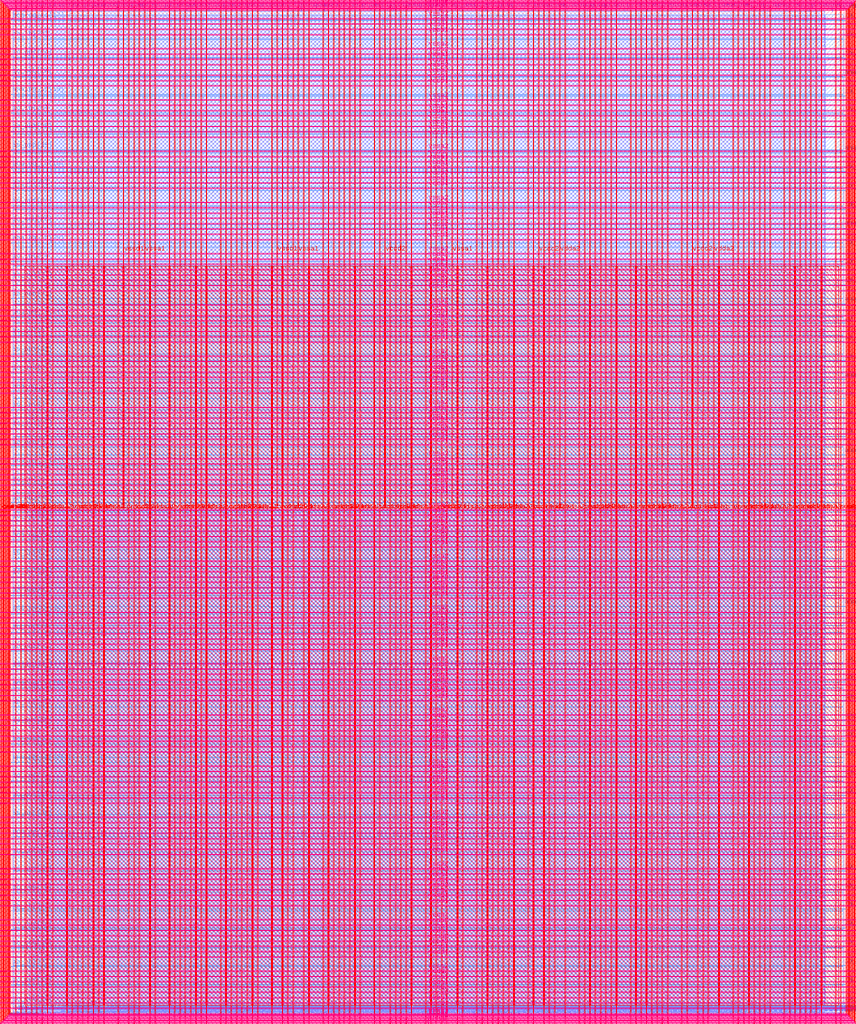
<source format=lef>
VERSION 5.7 ;
  NOWIREEXTENSIONATPIN ON ;
  DIVIDERCHAR "/" ;
  BUSBITCHARS "[]" ;
MACRO user_project_wrapper
  CLASS BLOCK ;
  FOREIGN user_project_wrapper ;
  ORIGIN 0.000 0.000 ;
  SIZE 2920.000 BY 3520.000 ;
  PIN analog_io[0]
    DIRECTION INOUT ;
    USE SIGNAL ;
    PORT
      LAYER met3 ;
        RECT 2917.600 1426.380 2924.800 1427.580 ;
    END
  END analog_io[0]
  PIN analog_io[10]
    DIRECTION INOUT ;
    USE SIGNAL ;
    PORT
      LAYER met2 ;
        RECT 2230.490 3517.600 2231.050 3524.800 ;
    END
  END analog_io[10]
  PIN analog_io[11]
    DIRECTION INOUT ;
    USE SIGNAL ;
    PORT
      LAYER met2 ;
        RECT 1905.730 3517.600 1906.290 3524.800 ;
    END
  END analog_io[11]
  PIN analog_io[12]
    DIRECTION INOUT ;
    USE SIGNAL ;
    PORT
      LAYER met2 ;
        RECT 1581.430 3517.600 1581.990 3524.800 ;
    END
  END analog_io[12]
  PIN analog_io[13]
    DIRECTION INOUT ;
    USE SIGNAL ;
    PORT
      LAYER met2 ;
        RECT 1257.130 3517.600 1257.690 3524.800 ;
    END
  END analog_io[13]
  PIN analog_io[14]
    DIRECTION INOUT ;
    USE SIGNAL ;
    PORT
      LAYER met2 ;
        RECT 932.370 3517.600 932.930 3524.800 ;
    END
  END analog_io[14]
  PIN analog_io[15]
    DIRECTION INOUT ;
    USE SIGNAL ;
    PORT
      LAYER met2 ;
        RECT 608.070 3517.600 608.630 3524.800 ;
    END
  END analog_io[15]
  PIN analog_io[16]
    DIRECTION INOUT ;
    USE SIGNAL ;
    PORT
      LAYER met2 ;
        RECT 283.770 3517.600 284.330 3524.800 ;
    END
  END analog_io[16]
  PIN analog_io[17]
    DIRECTION INOUT ;
    USE SIGNAL ;
    PORT
      LAYER met3 ;
        RECT -4.800 3486.100 2.400 3487.300 ;
    END
  END analog_io[17]
  PIN analog_io[18]
    DIRECTION INOUT ;
    USE SIGNAL ;
    PORT
      LAYER met3 ;
        RECT -4.800 3224.980 2.400 3226.180 ;
    END
  END analog_io[18]
  PIN analog_io[19]
    DIRECTION INOUT ;
    USE SIGNAL ;
    PORT
      LAYER met3 ;
        RECT -4.800 2964.540 2.400 2965.740 ;
    END
  END analog_io[19]
  PIN analog_io[1]
    DIRECTION INOUT ;
    USE SIGNAL ;
    PORT
      LAYER met3 ;
        RECT 2917.600 1692.260 2924.800 1693.460 ;
    END
  END analog_io[1]
  PIN analog_io[20]
    DIRECTION INOUT ;
    USE SIGNAL ;
    PORT
      LAYER met3 ;
        RECT -4.800 2703.420 2.400 2704.620 ;
    END
  END analog_io[20]
  PIN analog_io[21]
    DIRECTION INOUT ;
    USE SIGNAL ;
    PORT
      LAYER met3 ;
        RECT -4.800 2442.980 2.400 2444.180 ;
    END
  END analog_io[21]
  PIN analog_io[22]
    DIRECTION INOUT ;
    USE SIGNAL ;
    PORT
      LAYER met3 ;
        RECT -4.800 2182.540 2.400 2183.740 ;
    END
  END analog_io[22]
  PIN analog_io[23]
    DIRECTION INOUT ;
    USE SIGNAL ;
    PORT
      LAYER met3 ;
        RECT -4.800 1921.420 2.400 1922.620 ;
    END
  END analog_io[23]
  PIN analog_io[24]
    DIRECTION INOUT ;
    USE SIGNAL ;
    PORT
      LAYER met3 ;
        RECT -4.800 1660.980 2.400 1662.180 ;
    END
  END analog_io[24]
  PIN analog_io[25]
    DIRECTION INOUT ;
    USE SIGNAL ;
    PORT
      LAYER met3 ;
        RECT -4.800 1399.860 2.400 1401.060 ;
    END
  END analog_io[25]
  PIN analog_io[26]
    DIRECTION INOUT ;
    USE SIGNAL ;
    PORT
      LAYER met3 ;
        RECT -4.800 1139.420 2.400 1140.620 ;
    END
  END analog_io[26]
  PIN analog_io[27]
    DIRECTION INOUT ;
    USE SIGNAL ;
    PORT
      LAYER met3 ;
        RECT -4.800 878.980 2.400 880.180 ;
    END
  END analog_io[27]
  PIN analog_io[28]
    DIRECTION INOUT ;
    USE SIGNAL ;
    PORT
      LAYER met3 ;
        RECT -4.800 617.860 2.400 619.060 ;
    END
  END analog_io[28]
  PIN analog_io[2]
    DIRECTION INOUT ;
    USE SIGNAL ;
    PORT
      LAYER met3 ;
        RECT 2917.600 1958.140 2924.800 1959.340 ;
    END
  END analog_io[2]
  PIN analog_io[3]
    DIRECTION INOUT ;
    USE SIGNAL ;
    PORT
      LAYER met3 ;
        RECT 2917.600 2223.340 2924.800 2224.540 ;
    END
  END analog_io[3]
  PIN analog_io[4]
    DIRECTION INOUT ;
    USE SIGNAL ;
    PORT
      LAYER met3 ;
        RECT 2917.600 2489.220 2924.800 2490.420 ;
    END
  END analog_io[4]
  PIN analog_io[5]
    DIRECTION INOUT ;
    USE SIGNAL ;
    PORT
      LAYER met3 ;
        RECT 2917.600 2755.100 2924.800 2756.300 ;
    END
  END analog_io[5]
  PIN analog_io[6]
    DIRECTION INOUT ;
    USE SIGNAL ;
    PORT
      LAYER met3 ;
        RECT 2917.600 3020.300 2924.800 3021.500 ;
    END
  END analog_io[6]
  PIN analog_io[7]
    DIRECTION INOUT ;
    USE SIGNAL ;
    PORT
      LAYER met3 ;
        RECT 2917.600 3286.180 2924.800 3287.380 ;
    END
  END analog_io[7]
  PIN analog_io[8]
    DIRECTION INOUT ;
    USE SIGNAL ;
    PORT
      LAYER met2 ;
        RECT 2879.090 3517.600 2879.650 3524.800 ;
    END
  END analog_io[8]
  PIN analog_io[9]
    DIRECTION INOUT ;
    USE SIGNAL ;
    PORT
      LAYER met2 ;
        RECT 2554.790 3517.600 2555.350 3524.800 ;
    END
  END analog_io[9]
  PIN io_in[0]
    DIRECTION INPUT ;
    USE SIGNAL ;
    PORT
      LAYER met3 ;
        RECT 2917.600 32.380 2924.800 33.580 ;
    END
  END io_in[0]
  PIN io_in[10]
    DIRECTION INPUT ;
    USE SIGNAL ;
    PORT
      LAYER met3 ;
        RECT 2917.600 2289.980 2924.800 2291.180 ;
    END
  END io_in[10]
  PIN io_in[11]
    DIRECTION INPUT ;
    USE SIGNAL ;
    PORT
      LAYER met3 ;
        RECT 2917.600 2555.860 2924.800 2557.060 ;
    END
  END io_in[11]
  PIN io_in[12]
    DIRECTION INPUT ;
    USE SIGNAL ;
    PORT
      LAYER met3 ;
        RECT 2917.600 2821.060 2924.800 2822.260 ;
    END
  END io_in[12]
  PIN io_in[13]
    DIRECTION INPUT ;
    USE SIGNAL ;
    PORT
      LAYER met3 ;
        RECT 2917.600 3086.940 2924.800 3088.140 ;
    END
  END io_in[13]
  PIN io_in[14]
    DIRECTION INPUT ;
    USE SIGNAL ;
    PORT
      LAYER met3 ;
        RECT 2917.600 3352.820 2924.800 3354.020 ;
    END
  END io_in[14]
  PIN io_in[15]
    DIRECTION INPUT ;
    USE SIGNAL ;
    PORT
      LAYER met2 ;
        RECT 2798.130 3517.600 2798.690 3524.800 ;
    END
  END io_in[15]
  PIN io_in[16]
    DIRECTION INPUT ;
    USE SIGNAL ;
    PORT
      LAYER met2 ;
        RECT 2473.830 3517.600 2474.390 3524.800 ;
    END
  END io_in[16]
  PIN io_in[17]
    DIRECTION INPUT ;
    USE SIGNAL ;
    PORT
      LAYER met2 ;
        RECT 2149.070 3517.600 2149.630 3524.800 ;
    END
  END io_in[17]
  PIN io_in[18]
    DIRECTION INPUT ;
    USE SIGNAL ;
    PORT
      LAYER met2 ;
        RECT 1824.770 3517.600 1825.330 3524.800 ;
    END
  END io_in[18]
  PIN io_in[19]
    DIRECTION INPUT ;
    USE SIGNAL ;
    PORT
      LAYER met2 ;
        RECT 1500.470 3517.600 1501.030 3524.800 ;
    END
  END io_in[19]
  PIN io_in[1]
    DIRECTION INPUT ;
    USE SIGNAL ;
    PORT
      LAYER met3 ;
        RECT 2917.600 230.940 2924.800 232.140 ;
    END
  END io_in[1]
  PIN io_in[20]
    DIRECTION INPUT ;
    USE SIGNAL ;
    PORT
      LAYER met2 ;
        RECT 1175.710 3517.600 1176.270 3524.800 ;
    END
  END io_in[20]
  PIN io_in[21]
    DIRECTION INPUT ;
    USE SIGNAL ;
    PORT
      LAYER met2 ;
        RECT 851.410 3517.600 851.970 3524.800 ;
    END
  END io_in[21]
  PIN io_in[22]
    DIRECTION INPUT ;
    USE SIGNAL ;
    PORT
      LAYER met2 ;
        RECT 527.110 3517.600 527.670 3524.800 ;
    END
  END io_in[22]
  PIN io_in[23]
    DIRECTION INPUT ;
    USE SIGNAL ;
    PORT
      LAYER met2 ;
        RECT 202.350 3517.600 202.910 3524.800 ;
    END
  END io_in[23]
  PIN io_in[24]
    DIRECTION INPUT ;
    USE SIGNAL ;
    PORT
      LAYER met3 ;
        RECT -4.800 3420.820 2.400 3422.020 ;
    END
  END io_in[24]
  PIN io_in[25]
    DIRECTION INPUT ;
    USE SIGNAL ;
    PORT
      LAYER met3 ;
        RECT -4.800 3159.700 2.400 3160.900 ;
    END
  END io_in[25]
  PIN io_in[26]
    DIRECTION INPUT ;
    USE SIGNAL ;
    PORT
      LAYER met3 ;
        RECT -4.800 2899.260 2.400 2900.460 ;
    END
  END io_in[26]
  PIN io_in[27]
    DIRECTION INPUT ;
    USE SIGNAL ;
    PORT
      LAYER met3 ;
        RECT -4.800 2638.820 2.400 2640.020 ;
    END
  END io_in[27]
  PIN io_in[28]
    DIRECTION INPUT ;
    USE SIGNAL ;
    PORT
      LAYER met3 ;
        RECT -4.800 2377.700 2.400 2378.900 ;
    END
  END io_in[28]
  PIN io_in[29]
    DIRECTION INPUT ;
    USE SIGNAL ;
    PORT
      LAYER met3 ;
        RECT -4.800 2117.260 2.400 2118.460 ;
    END
  END io_in[29]
  PIN io_in[2]
    DIRECTION INPUT ;
    USE SIGNAL ;
    PORT
      LAYER met3 ;
        RECT 2917.600 430.180 2924.800 431.380 ;
    END
  END io_in[2]
  PIN io_in[30]
    DIRECTION INPUT ;
    USE SIGNAL ;
    PORT
      LAYER met3 ;
        RECT -4.800 1856.140 2.400 1857.340 ;
    END
  END io_in[30]
  PIN io_in[31]
    DIRECTION INPUT ;
    USE SIGNAL ;
    PORT
      LAYER met3 ;
        RECT -4.800 1595.700 2.400 1596.900 ;
    END
  END io_in[31]
  PIN io_in[32]
    DIRECTION INPUT ;
    USE SIGNAL ;
    PORT
      LAYER met3 ;
        RECT -4.800 1335.260 2.400 1336.460 ;
    END
  END io_in[32]
  PIN io_in[33]
    DIRECTION INPUT ;
    USE SIGNAL ;
    PORT
      LAYER met3 ;
        RECT -4.800 1074.140 2.400 1075.340 ;
    END
  END io_in[33]
  PIN io_in[34]
    DIRECTION INPUT ;
    USE SIGNAL ;
    PORT
      LAYER met3 ;
        RECT -4.800 813.700 2.400 814.900 ;
    END
  END io_in[34]
  PIN io_in[35]
    DIRECTION INPUT ;
    USE SIGNAL ;
    PORT
      LAYER met3 ;
        RECT -4.800 552.580 2.400 553.780 ;
    END
  END io_in[35]
  PIN io_in[36]
    DIRECTION INPUT ;
    USE SIGNAL ;
    PORT
      LAYER met3 ;
        RECT -4.800 357.420 2.400 358.620 ;
    END
  END io_in[36]
  PIN io_in[37]
    DIRECTION INPUT ;
    USE SIGNAL ;
    PORT
      LAYER met3 ;
        RECT -4.800 161.580 2.400 162.780 ;
    END
  END io_in[37]
  PIN io_in[3]
    DIRECTION INPUT ;
    USE SIGNAL ;
    PORT
      LAYER met3 ;
        RECT 2917.600 629.420 2924.800 630.620 ;
    END
  END io_in[3]
  PIN io_in[4]
    DIRECTION INPUT ;
    USE SIGNAL ;
    PORT
      LAYER met3 ;
        RECT 2917.600 828.660 2924.800 829.860 ;
    END
  END io_in[4]
  PIN io_in[5]
    DIRECTION INPUT ;
    USE SIGNAL ;
    PORT
      LAYER met3 ;
        RECT 2917.600 1027.900 2924.800 1029.100 ;
    END
  END io_in[5]
  PIN io_in[6]
    DIRECTION INPUT ;
    USE SIGNAL ;
    PORT
      LAYER met3 ;
        RECT 2917.600 1227.140 2924.800 1228.340 ;
    END
  END io_in[6]
  PIN io_in[7]
    DIRECTION INPUT ;
    USE SIGNAL ;
    PORT
      LAYER met3 ;
        RECT 2917.600 1493.020 2924.800 1494.220 ;
    END
  END io_in[7]
  PIN io_in[8]
    DIRECTION INPUT ;
    USE SIGNAL ;
    PORT
      LAYER met3 ;
        RECT 2917.600 1758.900 2924.800 1760.100 ;
    END
  END io_in[8]
  PIN io_in[9]
    DIRECTION INPUT ;
    USE SIGNAL ;
    PORT
      LAYER met3 ;
        RECT 2917.600 2024.100 2924.800 2025.300 ;
    END
  END io_in[9]
  PIN io_oeb[0]
    DIRECTION OUTPUT TRISTATE ;
    USE SIGNAL ;
    PORT
      LAYER met3 ;
        RECT 2917.600 164.980 2924.800 166.180 ;
    END
  END io_oeb[0]
  PIN io_oeb[10]
    DIRECTION OUTPUT TRISTATE ;
    USE SIGNAL ;
    PORT
      LAYER met3 ;
        RECT 2917.600 2422.580 2924.800 2423.780 ;
    END
  END io_oeb[10]
  PIN io_oeb[11]
    DIRECTION OUTPUT TRISTATE ;
    USE SIGNAL ;
    PORT
      LAYER met3 ;
        RECT 2917.600 2688.460 2924.800 2689.660 ;
    END
  END io_oeb[11]
  PIN io_oeb[12]
    DIRECTION OUTPUT TRISTATE ;
    USE SIGNAL ;
    PORT
      LAYER met3 ;
        RECT 2917.600 2954.340 2924.800 2955.540 ;
    END
  END io_oeb[12]
  PIN io_oeb[13]
    DIRECTION OUTPUT TRISTATE ;
    USE SIGNAL ;
    PORT
      LAYER met3 ;
        RECT 2917.600 3219.540 2924.800 3220.740 ;
    END
  END io_oeb[13]
  PIN io_oeb[14]
    DIRECTION OUTPUT TRISTATE ;
    USE SIGNAL ;
    PORT
      LAYER met3 ;
        RECT 2917.600 3485.420 2924.800 3486.620 ;
    END
  END io_oeb[14]
  PIN io_oeb[15]
    DIRECTION OUTPUT TRISTATE ;
    USE SIGNAL ;
    PORT
      LAYER met2 ;
        RECT 2635.750 3517.600 2636.310 3524.800 ;
    END
  END io_oeb[15]
  PIN io_oeb[16]
    DIRECTION OUTPUT TRISTATE ;
    USE SIGNAL ;
    PORT
      LAYER met2 ;
        RECT 2311.450 3517.600 2312.010 3524.800 ;
    END
  END io_oeb[16]
  PIN io_oeb[17]
    DIRECTION OUTPUT TRISTATE ;
    USE SIGNAL ;
    PORT
      LAYER met2 ;
        RECT 1987.150 3517.600 1987.710 3524.800 ;
    END
  END io_oeb[17]
  PIN io_oeb[18]
    DIRECTION OUTPUT TRISTATE ;
    USE SIGNAL ;
    PORT
      LAYER met2 ;
        RECT 1662.390 3517.600 1662.950 3524.800 ;
    END
  END io_oeb[18]
  PIN io_oeb[19]
    DIRECTION OUTPUT TRISTATE ;
    USE SIGNAL ;
    PORT
      LAYER met2 ;
        RECT 1338.090 3517.600 1338.650 3524.800 ;
    END
  END io_oeb[19]
  PIN io_oeb[1]
    DIRECTION OUTPUT TRISTATE ;
    USE SIGNAL ;
    PORT
      LAYER met3 ;
        RECT 2917.600 364.220 2924.800 365.420 ;
    END
  END io_oeb[1]
  PIN io_oeb[20]
    DIRECTION OUTPUT TRISTATE ;
    USE SIGNAL ;
    PORT
      LAYER met2 ;
        RECT 1013.790 3517.600 1014.350 3524.800 ;
    END
  END io_oeb[20]
  PIN io_oeb[21]
    DIRECTION OUTPUT TRISTATE ;
    USE SIGNAL ;
    PORT
      LAYER met2 ;
        RECT 689.030 3517.600 689.590 3524.800 ;
    END
  END io_oeb[21]
  PIN io_oeb[22]
    DIRECTION OUTPUT TRISTATE ;
    USE SIGNAL ;
    PORT
      LAYER met2 ;
        RECT 364.730 3517.600 365.290 3524.800 ;
    END
  END io_oeb[22]
  PIN io_oeb[23]
    DIRECTION OUTPUT TRISTATE ;
    USE SIGNAL ;
    PORT
      LAYER met2 ;
        RECT 40.430 3517.600 40.990 3524.800 ;
    END
  END io_oeb[23]
  PIN io_oeb[24]
    DIRECTION OUTPUT TRISTATE ;
    USE SIGNAL ;
    PORT
      LAYER met3 ;
        RECT -4.800 3290.260 2.400 3291.460 ;
    END
  END io_oeb[24]
  PIN io_oeb[25]
    DIRECTION OUTPUT TRISTATE ;
    USE SIGNAL ;
    PORT
      LAYER met3 ;
        RECT -4.800 3029.820 2.400 3031.020 ;
    END
  END io_oeb[25]
  PIN io_oeb[26]
    DIRECTION OUTPUT TRISTATE ;
    USE SIGNAL ;
    PORT
      LAYER met3 ;
        RECT -4.800 2768.700 2.400 2769.900 ;
    END
  END io_oeb[26]
  PIN io_oeb[27]
    DIRECTION OUTPUT TRISTATE ;
    USE SIGNAL ;
    PORT
      LAYER met3 ;
        RECT -4.800 2508.260 2.400 2509.460 ;
    END
  END io_oeb[27]
  PIN io_oeb[28]
    DIRECTION OUTPUT TRISTATE ;
    USE SIGNAL ;
    PORT
      LAYER met3 ;
        RECT -4.800 2247.140 2.400 2248.340 ;
    END
  END io_oeb[28]
  PIN io_oeb[29]
    DIRECTION OUTPUT TRISTATE ;
    USE SIGNAL ;
    PORT
      LAYER met3 ;
        RECT -4.800 1986.700 2.400 1987.900 ;
    END
  END io_oeb[29]
  PIN io_oeb[2]
    DIRECTION OUTPUT TRISTATE ;
    USE SIGNAL ;
    PORT
      LAYER met3 ;
        RECT 2917.600 563.460 2924.800 564.660 ;
    END
  END io_oeb[2]
  PIN io_oeb[30]
    DIRECTION OUTPUT TRISTATE ;
    USE SIGNAL ;
    PORT
      LAYER met3 ;
        RECT -4.800 1726.260 2.400 1727.460 ;
    END
  END io_oeb[30]
  PIN io_oeb[31]
    DIRECTION OUTPUT TRISTATE ;
    USE SIGNAL ;
    PORT
      LAYER met3 ;
        RECT -4.800 1465.140 2.400 1466.340 ;
    END
  END io_oeb[31]
  PIN io_oeb[32]
    DIRECTION OUTPUT TRISTATE ;
    USE SIGNAL ;
    PORT
      LAYER met3 ;
        RECT -4.800 1204.700 2.400 1205.900 ;
    END
  END io_oeb[32]
  PIN io_oeb[33]
    DIRECTION OUTPUT TRISTATE ;
    USE SIGNAL ;
    PORT
      LAYER met3 ;
        RECT -4.800 943.580 2.400 944.780 ;
    END
  END io_oeb[33]
  PIN io_oeb[34]
    DIRECTION OUTPUT TRISTATE ;
    USE SIGNAL ;
    PORT
      LAYER met3 ;
        RECT -4.800 683.140 2.400 684.340 ;
    END
  END io_oeb[34]
  PIN io_oeb[35]
    DIRECTION OUTPUT TRISTATE ;
    USE SIGNAL ;
    PORT
      LAYER met3 ;
        RECT -4.800 422.700 2.400 423.900 ;
    END
  END io_oeb[35]
  PIN io_oeb[36]
    DIRECTION OUTPUT TRISTATE ;
    USE SIGNAL ;
    PORT
      LAYER met3 ;
        RECT -4.800 226.860 2.400 228.060 ;
    END
  END io_oeb[36]
  PIN io_oeb[37]
    DIRECTION OUTPUT TRISTATE ;
    USE SIGNAL ;
    PORT
      LAYER met3 ;
        RECT -4.800 31.700 2.400 32.900 ;
    END
  END io_oeb[37]
  PIN io_oeb[3]
    DIRECTION OUTPUT TRISTATE ;
    USE SIGNAL ;
    PORT
      LAYER met3 ;
        RECT 2917.600 762.700 2924.800 763.900 ;
    END
  END io_oeb[3]
  PIN io_oeb[4]
    DIRECTION OUTPUT TRISTATE ;
    USE SIGNAL ;
    PORT
      LAYER met3 ;
        RECT 2917.600 961.940 2924.800 963.140 ;
    END
  END io_oeb[4]
  PIN io_oeb[5]
    DIRECTION OUTPUT TRISTATE ;
    USE SIGNAL ;
    PORT
      LAYER met3 ;
        RECT 2917.600 1161.180 2924.800 1162.380 ;
    END
  END io_oeb[5]
  PIN io_oeb[6]
    DIRECTION OUTPUT TRISTATE ;
    USE SIGNAL ;
    PORT
      LAYER met3 ;
        RECT 2917.600 1360.420 2924.800 1361.620 ;
    END
  END io_oeb[6]
  PIN io_oeb[7]
    DIRECTION OUTPUT TRISTATE ;
    USE SIGNAL ;
    PORT
      LAYER met3 ;
        RECT 2917.600 1625.620 2924.800 1626.820 ;
    END
  END io_oeb[7]
  PIN io_oeb[8]
    DIRECTION OUTPUT TRISTATE ;
    USE SIGNAL ;
    PORT
      LAYER met3 ;
        RECT 2917.600 1891.500 2924.800 1892.700 ;
    END
  END io_oeb[8]
  PIN io_oeb[9]
    DIRECTION OUTPUT TRISTATE ;
    USE SIGNAL ;
    PORT
      LAYER met3 ;
        RECT 2917.600 2157.380 2924.800 2158.580 ;
    END
  END io_oeb[9]
  PIN io_out[0]
    DIRECTION OUTPUT TRISTATE ;
    USE SIGNAL ;
    PORT
      LAYER met3 ;
        RECT 2917.600 98.340 2924.800 99.540 ;
    END
  END io_out[0]
  PIN io_out[10]
    DIRECTION OUTPUT TRISTATE ;
    USE SIGNAL ;
    PORT
      LAYER met3 ;
        RECT 2917.600 2356.620 2924.800 2357.820 ;
    END
  END io_out[10]
  PIN io_out[11]
    DIRECTION OUTPUT TRISTATE ;
    USE SIGNAL ;
    PORT
      LAYER met3 ;
        RECT 2917.600 2621.820 2924.800 2623.020 ;
    END
  END io_out[11]
  PIN io_out[12]
    DIRECTION OUTPUT TRISTATE ;
    USE SIGNAL ;
    PORT
      LAYER met3 ;
        RECT 2917.600 2887.700 2924.800 2888.900 ;
    END
  END io_out[12]
  PIN io_out[13]
    DIRECTION OUTPUT TRISTATE ;
    USE SIGNAL ;
    PORT
      LAYER met3 ;
        RECT 2917.600 3153.580 2924.800 3154.780 ;
    END
  END io_out[13]
  PIN io_out[14]
    DIRECTION OUTPUT TRISTATE ;
    USE SIGNAL ;
    PORT
      LAYER met3 ;
        RECT 2917.600 3418.780 2924.800 3419.980 ;
    END
  END io_out[14]
  PIN io_out[15]
    DIRECTION OUTPUT TRISTATE ;
    USE SIGNAL ;
    PORT
      LAYER met2 ;
        RECT 2717.170 3517.600 2717.730 3524.800 ;
    END
  END io_out[15]
  PIN io_out[16]
    DIRECTION OUTPUT TRISTATE ;
    USE SIGNAL ;
    PORT
      LAYER met2 ;
        RECT 2392.410 3517.600 2392.970 3524.800 ;
    END
  END io_out[16]
  PIN io_out[17]
    DIRECTION OUTPUT TRISTATE ;
    USE SIGNAL ;
    PORT
      LAYER met2 ;
        RECT 2068.110 3517.600 2068.670 3524.800 ;
    END
  END io_out[17]
  PIN io_out[18]
    DIRECTION OUTPUT TRISTATE ;
    USE SIGNAL ;
    PORT
      LAYER met2 ;
        RECT 1743.810 3517.600 1744.370 3524.800 ;
    END
  END io_out[18]
  PIN io_out[19]
    DIRECTION OUTPUT TRISTATE ;
    USE SIGNAL ;
    PORT
      LAYER met2 ;
        RECT 1419.050 3517.600 1419.610 3524.800 ;
    END
  END io_out[19]
  PIN io_out[1]
    DIRECTION OUTPUT TRISTATE ;
    USE SIGNAL ;
    PORT
      LAYER met3 ;
        RECT 2917.600 297.580 2924.800 298.780 ;
    END
  END io_out[1]
  PIN io_out[20]
    DIRECTION OUTPUT TRISTATE ;
    USE SIGNAL ;
    PORT
      LAYER met2 ;
        RECT 1094.750 3517.600 1095.310 3524.800 ;
    END
  END io_out[20]
  PIN io_out[21]
    DIRECTION OUTPUT TRISTATE ;
    USE SIGNAL ;
    PORT
      LAYER met2 ;
        RECT 770.450 3517.600 771.010 3524.800 ;
    END
  END io_out[21]
  PIN io_out[22]
    DIRECTION OUTPUT TRISTATE ;
    USE SIGNAL ;
    PORT
      LAYER met2 ;
        RECT 445.690 3517.600 446.250 3524.800 ;
    END
  END io_out[22]
  PIN io_out[23]
    DIRECTION OUTPUT TRISTATE ;
    USE SIGNAL ;
    PORT
      LAYER met2 ;
        RECT 121.390 3517.600 121.950 3524.800 ;
    END
  END io_out[23]
  PIN io_out[24]
    DIRECTION OUTPUT TRISTATE ;
    USE SIGNAL ;
    PORT
      LAYER met3 ;
        RECT -4.800 3355.540 2.400 3356.740 ;
    END
  END io_out[24]
  PIN io_out[25]
    DIRECTION OUTPUT TRISTATE ;
    USE SIGNAL ;
    PORT
      LAYER met3 ;
        RECT -4.800 3095.100 2.400 3096.300 ;
    END
  END io_out[25]
  PIN io_out[26]
    DIRECTION OUTPUT TRISTATE ;
    USE SIGNAL ;
    PORT
      LAYER met3 ;
        RECT -4.800 2833.980 2.400 2835.180 ;
    END
  END io_out[26]
  PIN io_out[27]
    DIRECTION OUTPUT TRISTATE ;
    USE SIGNAL ;
    PORT
      LAYER met3 ;
        RECT -4.800 2573.540 2.400 2574.740 ;
    END
  END io_out[27]
  PIN io_out[28]
    DIRECTION OUTPUT TRISTATE ;
    USE SIGNAL ;
    PORT
      LAYER met3 ;
        RECT -4.800 2312.420 2.400 2313.620 ;
    END
  END io_out[28]
  PIN io_out[29]
    DIRECTION OUTPUT TRISTATE ;
    USE SIGNAL ;
    PORT
      LAYER met3 ;
        RECT -4.800 2051.980 2.400 2053.180 ;
    END
  END io_out[29]
  PIN io_out[2]
    DIRECTION OUTPUT TRISTATE ;
    USE SIGNAL ;
    PORT
      LAYER met3 ;
        RECT 2917.600 496.820 2924.800 498.020 ;
    END
  END io_out[2]
  PIN io_out[30]
    DIRECTION OUTPUT TRISTATE ;
    USE SIGNAL ;
    PORT
      LAYER met3 ;
        RECT -4.800 1791.540 2.400 1792.740 ;
    END
  END io_out[30]
  PIN io_out[31]
    DIRECTION OUTPUT TRISTATE ;
    USE SIGNAL ;
    PORT
      LAYER met3 ;
        RECT -4.800 1530.420 2.400 1531.620 ;
    END
  END io_out[31]
  PIN io_out[32]
    DIRECTION OUTPUT TRISTATE ;
    USE SIGNAL ;
    PORT
      LAYER met3 ;
        RECT -4.800 1269.980 2.400 1271.180 ;
    END
  END io_out[32]
  PIN io_out[33]
    DIRECTION OUTPUT TRISTATE ;
    USE SIGNAL ;
    PORT
      LAYER met3 ;
        RECT -4.800 1008.860 2.400 1010.060 ;
    END
  END io_out[33]
  PIN io_out[34]
    DIRECTION OUTPUT TRISTATE ;
    USE SIGNAL ;
    PORT
      LAYER met3 ;
        RECT -4.800 748.420 2.400 749.620 ;
    END
  END io_out[34]
  PIN io_out[35]
    DIRECTION OUTPUT TRISTATE ;
    USE SIGNAL ;
    PORT
      LAYER met3 ;
        RECT -4.800 487.300 2.400 488.500 ;
    END
  END io_out[35]
  PIN io_out[36]
    DIRECTION OUTPUT TRISTATE ;
    USE SIGNAL ;
    PORT
      LAYER met3 ;
        RECT -4.800 292.140 2.400 293.340 ;
    END
  END io_out[36]
  PIN io_out[37]
    DIRECTION OUTPUT TRISTATE ;
    USE SIGNAL ;
    PORT
      LAYER met3 ;
        RECT -4.800 96.300 2.400 97.500 ;
    END
  END io_out[37]
  PIN io_out[3]
    DIRECTION OUTPUT TRISTATE ;
    USE SIGNAL ;
    PORT
      LAYER met3 ;
        RECT 2917.600 696.060 2924.800 697.260 ;
    END
  END io_out[3]
  PIN io_out[4]
    DIRECTION OUTPUT TRISTATE ;
    USE SIGNAL ;
    PORT
      LAYER met3 ;
        RECT 2917.600 895.300 2924.800 896.500 ;
    END
  END io_out[4]
  PIN io_out[5]
    DIRECTION OUTPUT TRISTATE ;
    USE SIGNAL ;
    PORT
      LAYER met3 ;
        RECT 2917.600 1094.540 2924.800 1095.740 ;
    END
  END io_out[5]
  PIN io_out[6]
    DIRECTION OUTPUT TRISTATE ;
    USE SIGNAL ;
    PORT
      LAYER met3 ;
        RECT 2917.600 1293.780 2924.800 1294.980 ;
    END
  END io_out[6]
  PIN io_out[7]
    DIRECTION OUTPUT TRISTATE ;
    USE SIGNAL ;
    PORT
      LAYER met3 ;
        RECT 2917.600 1559.660 2924.800 1560.860 ;
    END
  END io_out[7]
  PIN io_out[8]
    DIRECTION OUTPUT TRISTATE ;
    USE SIGNAL ;
    PORT
      LAYER met3 ;
        RECT 2917.600 1824.860 2924.800 1826.060 ;
    END
  END io_out[8]
  PIN io_out[9]
    DIRECTION OUTPUT TRISTATE ;
    USE SIGNAL ;
    PORT
      LAYER met3 ;
        RECT 2917.600 2090.740 2924.800 2091.940 ;
    END
  END io_out[9]
  PIN la_data_in[0]
    DIRECTION INPUT ;
    USE SIGNAL ;
    PORT
      LAYER met2 ;
        RECT 629.230 -4.800 629.790 2.400 ;
    END
  END la_data_in[0]
  PIN la_data_in[100]
    DIRECTION INPUT ;
    USE SIGNAL ;
    PORT
      LAYER met2 ;
        RECT 2402.530 -4.800 2403.090 2.400 ;
    END
  END la_data_in[100]
  PIN la_data_in[101]
    DIRECTION INPUT ;
    USE SIGNAL ;
    PORT
      LAYER met2 ;
        RECT 2420.010 -4.800 2420.570 2.400 ;
    END
  END la_data_in[101]
  PIN la_data_in[102]
    DIRECTION INPUT ;
    USE SIGNAL ;
    PORT
      LAYER met2 ;
        RECT 2437.950 -4.800 2438.510 2.400 ;
    END
  END la_data_in[102]
  PIN la_data_in[103]
    DIRECTION INPUT ;
    USE SIGNAL ;
    PORT
      LAYER met2 ;
        RECT 2455.430 -4.800 2455.990 2.400 ;
    END
  END la_data_in[103]
  PIN la_data_in[104]
    DIRECTION INPUT ;
    USE SIGNAL ;
    PORT
      LAYER met2 ;
        RECT 2473.370 -4.800 2473.930 2.400 ;
    END
  END la_data_in[104]
  PIN la_data_in[105]
    DIRECTION INPUT ;
    USE SIGNAL ;
    PORT
      LAYER met2 ;
        RECT 2490.850 -4.800 2491.410 2.400 ;
    END
  END la_data_in[105]
  PIN la_data_in[106]
    DIRECTION INPUT ;
    USE SIGNAL ;
    PORT
      LAYER met2 ;
        RECT 2508.790 -4.800 2509.350 2.400 ;
    END
  END la_data_in[106]
  PIN la_data_in[107]
    DIRECTION INPUT ;
    USE SIGNAL ;
    PORT
      LAYER met2 ;
        RECT 2526.730 -4.800 2527.290 2.400 ;
    END
  END la_data_in[107]
  PIN la_data_in[108]
    DIRECTION INPUT ;
    USE SIGNAL ;
    PORT
      LAYER met2 ;
        RECT 2544.210 -4.800 2544.770 2.400 ;
    END
  END la_data_in[108]
  PIN la_data_in[109]
    DIRECTION INPUT ;
    USE SIGNAL ;
    PORT
      LAYER met2 ;
        RECT 2562.150 -4.800 2562.710 2.400 ;
    END
  END la_data_in[109]
  PIN la_data_in[10]
    DIRECTION INPUT ;
    USE SIGNAL ;
    PORT
      LAYER met2 ;
        RECT 806.330 -4.800 806.890 2.400 ;
    END
  END la_data_in[10]
  PIN la_data_in[110]
    DIRECTION INPUT ;
    USE SIGNAL ;
    PORT
      LAYER met2 ;
        RECT 2579.630 -4.800 2580.190 2.400 ;
    END
  END la_data_in[110]
  PIN la_data_in[111]
    DIRECTION INPUT ;
    USE SIGNAL ;
    PORT
      LAYER met2 ;
        RECT 2597.570 -4.800 2598.130 2.400 ;
    END
  END la_data_in[111]
  PIN la_data_in[112]
    DIRECTION INPUT ;
    USE SIGNAL ;
    PORT
      LAYER met2 ;
        RECT 2615.050 -4.800 2615.610 2.400 ;
    END
  END la_data_in[112]
  PIN la_data_in[113]
    DIRECTION INPUT ;
    USE SIGNAL ;
    PORT
      LAYER met2 ;
        RECT 2632.990 -4.800 2633.550 2.400 ;
    END
  END la_data_in[113]
  PIN la_data_in[114]
    DIRECTION INPUT ;
    USE SIGNAL ;
    PORT
      LAYER met2 ;
        RECT 2650.470 -4.800 2651.030 2.400 ;
    END
  END la_data_in[114]
  PIN la_data_in[115]
    DIRECTION INPUT ;
    USE SIGNAL ;
    PORT
      LAYER met2 ;
        RECT 2668.410 -4.800 2668.970 2.400 ;
    END
  END la_data_in[115]
  PIN la_data_in[116]
    DIRECTION INPUT ;
    USE SIGNAL ;
    PORT
      LAYER met2 ;
        RECT 2685.890 -4.800 2686.450 2.400 ;
    END
  END la_data_in[116]
  PIN la_data_in[117]
    DIRECTION INPUT ;
    USE SIGNAL ;
    PORT
      LAYER met2 ;
        RECT 2703.830 -4.800 2704.390 2.400 ;
    END
  END la_data_in[117]
  PIN la_data_in[118]
    DIRECTION INPUT ;
    USE SIGNAL ;
    PORT
      LAYER met2 ;
        RECT 2721.770 -4.800 2722.330 2.400 ;
    END
  END la_data_in[118]
  PIN la_data_in[119]
    DIRECTION INPUT ;
    USE SIGNAL ;
    PORT
      LAYER met2 ;
        RECT 2739.250 -4.800 2739.810 2.400 ;
    END
  END la_data_in[119]
  PIN la_data_in[11]
    DIRECTION INPUT ;
    USE SIGNAL ;
    PORT
      LAYER met2 ;
        RECT 824.270 -4.800 824.830 2.400 ;
    END
  END la_data_in[11]
  PIN la_data_in[120]
    DIRECTION INPUT ;
    USE SIGNAL ;
    PORT
      LAYER met2 ;
        RECT 2757.190 -4.800 2757.750 2.400 ;
    END
  END la_data_in[120]
  PIN la_data_in[121]
    DIRECTION INPUT ;
    USE SIGNAL ;
    PORT
      LAYER met2 ;
        RECT 2774.670 -4.800 2775.230 2.400 ;
    END
  END la_data_in[121]
  PIN la_data_in[122]
    DIRECTION INPUT ;
    USE SIGNAL ;
    PORT
      LAYER met2 ;
        RECT 2792.610 -4.800 2793.170 2.400 ;
    END
  END la_data_in[122]
  PIN la_data_in[123]
    DIRECTION INPUT ;
    USE SIGNAL ;
    PORT
      LAYER met2 ;
        RECT 2810.090 -4.800 2810.650 2.400 ;
    END
  END la_data_in[123]
  PIN la_data_in[124]
    DIRECTION INPUT ;
    USE SIGNAL ;
    PORT
      LAYER met2 ;
        RECT 2828.030 -4.800 2828.590 2.400 ;
    END
  END la_data_in[124]
  PIN la_data_in[125]
    DIRECTION INPUT ;
    USE SIGNAL ;
    PORT
      LAYER met2 ;
        RECT 2845.510 -4.800 2846.070 2.400 ;
    END
  END la_data_in[125]
  PIN la_data_in[126]
    DIRECTION INPUT ;
    USE SIGNAL ;
    PORT
      LAYER met2 ;
        RECT 2863.450 -4.800 2864.010 2.400 ;
    END
  END la_data_in[126]
  PIN la_data_in[127]
    DIRECTION INPUT ;
    USE SIGNAL ;
    PORT
      LAYER met2 ;
        RECT 2881.390 -4.800 2881.950 2.400 ;
    END
  END la_data_in[127]
  PIN la_data_in[12]
    DIRECTION INPUT ;
    USE SIGNAL ;
    PORT
      LAYER met2 ;
        RECT 841.750 -4.800 842.310 2.400 ;
    END
  END la_data_in[12]
  PIN la_data_in[13]
    DIRECTION INPUT ;
    USE SIGNAL ;
    PORT
      LAYER met2 ;
        RECT 859.690 -4.800 860.250 2.400 ;
    END
  END la_data_in[13]
  PIN la_data_in[14]
    DIRECTION INPUT ;
    USE SIGNAL ;
    PORT
      LAYER met2 ;
        RECT 877.170 -4.800 877.730 2.400 ;
    END
  END la_data_in[14]
  PIN la_data_in[15]
    DIRECTION INPUT ;
    USE SIGNAL ;
    PORT
      LAYER met2 ;
        RECT 895.110 -4.800 895.670 2.400 ;
    END
  END la_data_in[15]
  PIN la_data_in[16]
    DIRECTION INPUT ;
    USE SIGNAL ;
    PORT
      LAYER met2 ;
        RECT 912.590 -4.800 913.150 2.400 ;
    END
  END la_data_in[16]
  PIN la_data_in[17]
    DIRECTION INPUT ;
    USE SIGNAL ;
    PORT
      LAYER met2 ;
        RECT 930.530 -4.800 931.090 2.400 ;
    END
  END la_data_in[17]
  PIN la_data_in[18]
    DIRECTION INPUT ;
    USE SIGNAL ;
    PORT
      LAYER met2 ;
        RECT 948.470 -4.800 949.030 2.400 ;
    END
  END la_data_in[18]
  PIN la_data_in[19]
    DIRECTION INPUT ;
    USE SIGNAL ;
    PORT
      LAYER met2 ;
        RECT 965.950 -4.800 966.510 2.400 ;
    END
  END la_data_in[19]
  PIN la_data_in[1]
    DIRECTION INPUT ;
    USE SIGNAL ;
    PORT
      LAYER met2 ;
        RECT 646.710 -4.800 647.270 2.400 ;
    END
  END la_data_in[1]
  PIN la_data_in[20]
    DIRECTION INPUT ;
    USE SIGNAL ;
    PORT
      LAYER met2 ;
        RECT 983.890 -4.800 984.450 2.400 ;
    END
  END la_data_in[20]
  PIN la_data_in[21]
    DIRECTION INPUT ;
    USE SIGNAL ;
    PORT
      LAYER met2 ;
        RECT 1001.370 -4.800 1001.930 2.400 ;
    END
  END la_data_in[21]
  PIN la_data_in[22]
    DIRECTION INPUT ;
    USE SIGNAL ;
    PORT
      LAYER met2 ;
        RECT 1019.310 -4.800 1019.870 2.400 ;
    END
  END la_data_in[22]
  PIN la_data_in[23]
    DIRECTION INPUT ;
    USE SIGNAL ;
    PORT
      LAYER met2 ;
        RECT 1036.790 -4.800 1037.350 2.400 ;
    END
  END la_data_in[23]
  PIN la_data_in[24]
    DIRECTION INPUT ;
    USE SIGNAL ;
    PORT
      LAYER met2 ;
        RECT 1054.730 -4.800 1055.290 2.400 ;
    END
  END la_data_in[24]
  PIN la_data_in[25]
    DIRECTION INPUT ;
    USE SIGNAL ;
    PORT
      LAYER met2 ;
        RECT 1072.210 -4.800 1072.770 2.400 ;
    END
  END la_data_in[25]
  PIN la_data_in[26]
    DIRECTION INPUT ;
    USE SIGNAL ;
    PORT
      LAYER met2 ;
        RECT 1090.150 -4.800 1090.710 2.400 ;
    END
  END la_data_in[26]
  PIN la_data_in[27]
    DIRECTION INPUT ;
    USE SIGNAL ;
    PORT
      LAYER met2 ;
        RECT 1107.630 -4.800 1108.190 2.400 ;
    END
  END la_data_in[27]
  PIN la_data_in[28]
    DIRECTION INPUT ;
    USE SIGNAL ;
    PORT
      LAYER met2 ;
        RECT 1125.570 -4.800 1126.130 2.400 ;
    END
  END la_data_in[28]
  PIN la_data_in[29]
    DIRECTION INPUT ;
    USE SIGNAL ;
    PORT
      LAYER met2 ;
        RECT 1143.510 -4.800 1144.070 2.400 ;
    END
  END la_data_in[29]
  PIN la_data_in[2]
    DIRECTION INPUT ;
    USE SIGNAL ;
    PORT
      LAYER met2 ;
        RECT 664.650 -4.800 665.210 2.400 ;
    END
  END la_data_in[2]
  PIN la_data_in[30]
    DIRECTION INPUT ;
    USE SIGNAL ;
    PORT
      LAYER met2 ;
        RECT 1160.990 -4.800 1161.550 2.400 ;
    END
  END la_data_in[30]
  PIN la_data_in[31]
    DIRECTION INPUT ;
    USE SIGNAL ;
    PORT
      LAYER met2 ;
        RECT 1178.930 -4.800 1179.490 2.400 ;
    END
  END la_data_in[31]
  PIN la_data_in[32]
    DIRECTION INPUT ;
    USE SIGNAL ;
    PORT
      LAYER met2 ;
        RECT 1196.410 -4.800 1196.970 2.400 ;
    END
  END la_data_in[32]
  PIN la_data_in[33]
    DIRECTION INPUT ;
    USE SIGNAL ;
    PORT
      LAYER met2 ;
        RECT 1214.350 -4.800 1214.910 2.400 ;
    END
  END la_data_in[33]
  PIN la_data_in[34]
    DIRECTION INPUT ;
    USE SIGNAL ;
    PORT
      LAYER met2 ;
        RECT 1231.830 -4.800 1232.390 2.400 ;
    END
  END la_data_in[34]
  PIN la_data_in[35]
    DIRECTION INPUT ;
    USE SIGNAL ;
    PORT
      LAYER met2 ;
        RECT 1249.770 -4.800 1250.330 2.400 ;
    END
  END la_data_in[35]
  PIN la_data_in[36]
    DIRECTION INPUT ;
    USE SIGNAL ;
    PORT
      LAYER met2 ;
        RECT 1267.250 -4.800 1267.810 2.400 ;
    END
  END la_data_in[36]
  PIN la_data_in[37]
    DIRECTION INPUT ;
    USE SIGNAL ;
    PORT
      LAYER met2 ;
        RECT 1285.190 -4.800 1285.750 2.400 ;
    END
  END la_data_in[37]
  PIN la_data_in[38]
    DIRECTION INPUT ;
    USE SIGNAL ;
    PORT
      LAYER met2 ;
        RECT 1303.130 -4.800 1303.690 2.400 ;
    END
  END la_data_in[38]
  PIN la_data_in[39]
    DIRECTION INPUT ;
    USE SIGNAL ;
    PORT
      LAYER met2 ;
        RECT 1320.610 -4.800 1321.170 2.400 ;
    END
  END la_data_in[39]
  PIN la_data_in[3]
    DIRECTION INPUT ;
    USE SIGNAL ;
    PORT
      LAYER met2 ;
        RECT 682.130 -4.800 682.690 2.400 ;
    END
  END la_data_in[3]
  PIN la_data_in[40]
    DIRECTION INPUT ;
    USE SIGNAL ;
    PORT
      LAYER met2 ;
        RECT 1338.550 -4.800 1339.110 2.400 ;
    END
  END la_data_in[40]
  PIN la_data_in[41]
    DIRECTION INPUT ;
    USE SIGNAL ;
    PORT
      LAYER met2 ;
        RECT 1356.030 -4.800 1356.590 2.400 ;
    END
  END la_data_in[41]
  PIN la_data_in[42]
    DIRECTION INPUT ;
    USE SIGNAL ;
    PORT
      LAYER met2 ;
        RECT 1373.970 -4.800 1374.530 2.400 ;
    END
  END la_data_in[42]
  PIN la_data_in[43]
    DIRECTION INPUT ;
    USE SIGNAL ;
    PORT
      LAYER met2 ;
        RECT 1391.450 -4.800 1392.010 2.400 ;
    END
  END la_data_in[43]
  PIN la_data_in[44]
    DIRECTION INPUT ;
    USE SIGNAL ;
    PORT
      LAYER met2 ;
        RECT 1409.390 -4.800 1409.950 2.400 ;
    END
  END la_data_in[44]
  PIN la_data_in[45]
    DIRECTION INPUT ;
    USE SIGNAL ;
    PORT
      LAYER met2 ;
        RECT 1426.870 -4.800 1427.430 2.400 ;
    END
  END la_data_in[45]
  PIN la_data_in[46]
    DIRECTION INPUT ;
    USE SIGNAL ;
    PORT
      LAYER met2 ;
        RECT 1444.810 -4.800 1445.370 2.400 ;
    END
  END la_data_in[46]
  PIN la_data_in[47]
    DIRECTION INPUT ;
    USE SIGNAL ;
    PORT
      LAYER met2 ;
        RECT 1462.750 -4.800 1463.310 2.400 ;
    END
  END la_data_in[47]
  PIN la_data_in[48]
    DIRECTION INPUT ;
    USE SIGNAL ;
    PORT
      LAYER met2 ;
        RECT 1480.230 -4.800 1480.790 2.400 ;
    END
  END la_data_in[48]
  PIN la_data_in[49]
    DIRECTION INPUT ;
    USE SIGNAL ;
    PORT
      LAYER met2 ;
        RECT 1498.170 -4.800 1498.730 2.400 ;
    END
  END la_data_in[49]
  PIN la_data_in[4]
    DIRECTION INPUT ;
    USE SIGNAL ;
    PORT
      LAYER met2 ;
        RECT 700.070 -4.800 700.630 2.400 ;
    END
  END la_data_in[4]
  PIN la_data_in[50]
    DIRECTION INPUT ;
    USE SIGNAL ;
    PORT
      LAYER met2 ;
        RECT 1515.650 -4.800 1516.210 2.400 ;
    END
  END la_data_in[50]
  PIN la_data_in[51]
    DIRECTION INPUT ;
    USE SIGNAL ;
    PORT
      LAYER met2 ;
        RECT 1533.590 -4.800 1534.150 2.400 ;
    END
  END la_data_in[51]
  PIN la_data_in[52]
    DIRECTION INPUT ;
    USE SIGNAL ;
    PORT
      LAYER met2 ;
        RECT 1551.070 -4.800 1551.630 2.400 ;
    END
  END la_data_in[52]
  PIN la_data_in[53]
    DIRECTION INPUT ;
    USE SIGNAL ;
    PORT
      LAYER met2 ;
        RECT 1569.010 -4.800 1569.570 2.400 ;
    END
  END la_data_in[53]
  PIN la_data_in[54]
    DIRECTION INPUT ;
    USE SIGNAL ;
    PORT
      LAYER met2 ;
        RECT 1586.490 -4.800 1587.050 2.400 ;
    END
  END la_data_in[54]
  PIN la_data_in[55]
    DIRECTION INPUT ;
    USE SIGNAL ;
    PORT
      LAYER met2 ;
        RECT 1604.430 -4.800 1604.990 2.400 ;
    END
  END la_data_in[55]
  PIN la_data_in[56]
    DIRECTION INPUT ;
    USE SIGNAL ;
    PORT
      LAYER met2 ;
        RECT 1621.910 -4.800 1622.470 2.400 ;
    END
  END la_data_in[56]
  PIN la_data_in[57]
    DIRECTION INPUT ;
    USE SIGNAL ;
    PORT
      LAYER met2 ;
        RECT 1639.850 -4.800 1640.410 2.400 ;
    END
  END la_data_in[57]
  PIN la_data_in[58]
    DIRECTION INPUT ;
    USE SIGNAL ;
    PORT
      LAYER met2 ;
        RECT 1657.790 -4.800 1658.350 2.400 ;
    END
  END la_data_in[58]
  PIN la_data_in[59]
    DIRECTION INPUT ;
    USE SIGNAL ;
    PORT
      LAYER met2 ;
        RECT 1675.270 -4.800 1675.830 2.400 ;
    END
  END la_data_in[59]
  PIN la_data_in[5]
    DIRECTION INPUT ;
    USE SIGNAL ;
    PORT
      LAYER met2 ;
        RECT 717.550 -4.800 718.110 2.400 ;
    END
  END la_data_in[5]
  PIN la_data_in[60]
    DIRECTION INPUT ;
    USE SIGNAL ;
    PORT
      LAYER met2 ;
        RECT 1693.210 -4.800 1693.770 2.400 ;
    END
  END la_data_in[60]
  PIN la_data_in[61]
    DIRECTION INPUT ;
    USE SIGNAL ;
    PORT
      LAYER met2 ;
        RECT 1710.690 -4.800 1711.250 2.400 ;
    END
  END la_data_in[61]
  PIN la_data_in[62]
    DIRECTION INPUT ;
    USE SIGNAL ;
    PORT
      LAYER met2 ;
        RECT 1728.630 -4.800 1729.190 2.400 ;
    END
  END la_data_in[62]
  PIN la_data_in[63]
    DIRECTION INPUT ;
    USE SIGNAL ;
    PORT
      LAYER met2 ;
        RECT 1746.110 -4.800 1746.670 2.400 ;
    END
  END la_data_in[63]
  PIN la_data_in[64]
    DIRECTION INPUT ;
    USE SIGNAL ;
    PORT
      LAYER met2 ;
        RECT 1764.050 -4.800 1764.610 2.400 ;
    END
  END la_data_in[64]
  PIN la_data_in[65]
    DIRECTION INPUT ;
    USE SIGNAL ;
    PORT
      LAYER met2 ;
        RECT 1781.530 -4.800 1782.090 2.400 ;
    END
  END la_data_in[65]
  PIN la_data_in[66]
    DIRECTION INPUT ;
    USE SIGNAL ;
    PORT
      LAYER met2 ;
        RECT 1799.470 -4.800 1800.030 2.400 ;
    END
  END la_data_in[66]
  PIN la_data_in[67]
    DIRECTION INPUT ;
    USE SIGNAL ;
    PORT
      LAYER met2 ;
        RECT 1817.410 -4.800 1817.970 2.400 ;
    END
  END la_data_in[67]
  PIN la_data_in[68]
    DIRECTION INPUT ;
    USE SIGNAL ;
    PORT
      LAYER met2 ;
        RECT 1834.890 -4.800 1835.450 2.400 ;
    END
  END la_data_in[68]
  PIN la_data_in[69]
    DIRECTION INPUT ;
    USE SIGNAL ;
    PORT
      LAYER met2 ;
        RECT 1852.830 -4.800 1853.390 2.400 ;
    END
  END la_data_in[69]
  PIN la_data_in[6]
    DIRECTION INPUT ;
    USE SIGNAL ;
    PORT
      LAYER met2 ;
        RECT 735.490 -4.800 736.050 2.400 ;
    END
  END la_data_in[6]
  PIN la_data_in[70]
    DIRECTION INPUT ;
    USE SIGNAL ;
    PORT
      LAYER met2 ;
        RECT 1870.310 -4.800 1870.870 2.400 ;
    END
  END la_data_in[70]
  PIN la_data_in[71]
    DIRECTION INPUT ;
    USE SIGNAL ;
    PORT
      LAYER met2 ;
        RECT 1888.250 -4.800 1888.810 2.400 ;
    END
  END la_data_in[71]
  PIN la_data_in[72]
    DIRECTION INPUT ;
    USE SIGNAL ;
    PORT
      LAYER met2 ;
        RECT 1905.730 -4.800 1906.290 2.400 ;
    END
  END la_data_in[72]
  PIN la_data_in[73]
    DIRECTION INPUT ;
    USE SIGNAL ;
    PORT
      LAYER met2 ;
        RECT 1923.670 -4.800 1924.230 2.400 ;
    END
  END la_data_in[73]
  PIN la_data_in[74]
    DIRECTION INPUT ;
    USE SIGNAL ;
    PORT
      LAYER met2 ;
        RECT 1941.150 -4.800 1941.710 2.400 ;
    END
  END la_data_in[74]
  PIN la_data_in[75]
    DIRECTION INPUT ;
    USE SIGNAL ;
    PORT
      LAYER met2 ;
        RECT 1959.090 -4.800 1959.650 2.400 ;
    END
  END la_data_in[75]
  PIN la_data_in[76]
    DIRECTION INPUT ;
    USE SIGNAL ;
    PORT
      LAYER met2 ;
        RECT 1976.570 -4.800 1977.130 2.400 ;
    END
  END la_data_in[76]
  PIN la_data_in[77]
    DIRECTION INPUT ;
    USE SIGNAL ;
    PORT
      LAYER met2 ;
        RECT 1994.510 -4.800 1995.070 2.400 ;
    END
  END la_data_in[77]
  PIN la_data_in[78]
    DIRECTION INPUT ;
    USE SIGNAL ;
    PORT
      LAYER met2 ;
        RECT 2012.450 -4.800 2013.010 2.400 ;
    END
  END la_data_in[78]
  PIN la_data_in[79]
    DIRECTION INPUT ;
    USE SIGNAL ;
    PORT
      LAYER met2 ;
        RECT 2029.930 -4.800 2030.490 2.400 ;
    END
  END la_data_in[79]
  PIN la_data_in[7]
    DIRECTION INPUT ;
    USE SIGNAL ;
    PORT
      LAYER met2 ;
        RECT 752.970 -4.800 753.530 2.400 ;
    END
  END la_data_in[7]
  PIN la_data_in[80]
    DIRECTION INPUT ;
    USE SIGNAL ;
    PORT
      LAYER met2 ;
        RECT 2047.870 -4.800 2048.430 2.400 ;
    END
  END la_data_in[80]
  PIN la_data_in[81]
    DIRECTION INPUT ;
    USE SIGNAL ;
    PORT
      LAYER met2 ;
        RECT 2065.350 -4.800 2065.910 2.400 ;
    END
  END la_data_in[81]
  PIN la_data_in[82]
    DIRECTION INPUT ;
    USE SIGNAL ;
    PORT
      LAYER met2 ;
        RECT 2083.290 -4.800 2083.850 2.400 ;
    END
  END la_data_in[82]
  PIN la_data_in[83]
    DIRECTION INPUT ;
    USE SIGNAL ;
    PORT
      LAYER met2 ;
        RECT 2100.770 -4.800 2101.330 2.400 ;
    END
  END la_data_in[83]
  PIN la_data_in[84]
    DIRECTION INPUT ;
    USE SIGNAL ;
    PORT
      LAYER met2 ;
        RECT 2118.710 -4.800 2119.270 2.400 ;
    END
  END la_data_in[84]
  PIN la_data_in[85]
    DIRECTION INPUT ;
    USE SIGNAL ;
    PORT
      LAYER met2 ;
        RECT 2136.190 -4.800 2136.750 2.400 ;
    END
  END la_data_in[85]
  PIN la_data_in[86]
    DIRECTION INPUT ;
    USE SIGNAL ;
    PORT
      LAYER met2 ;
        RECT 2154.130 -4.800 2154.690 2.400 ;
    END
  END la_data_in[86]
  PIN la_data_in[87]
    DIRECTION INPUT ;
    USE SIGNAL ;
    PORT
      LAYER met2 ;
        RECT 2172.070 -4.800 2172.630 2.400 ;
    END
  END la_data_in[87]
  PIN la_data_in[88]
    DIRECTION INPUT ;
    USE SIGNAL ;
    PORT
      LAYER met2 ;
        RECT 2189.550 -4.800 2190.110 2.400 ;
    END
  END la_data_in[88]
  PIN la_data_in[89]
    DIRECTION INPUT ;
    USE SIGNAL ;
    PORT
      LAYER met2 ;
        RECT 2207.490 -4.800 2208.050 2.400 ;
    END
  END la_data_in[89]
  PIN la_data_in[8]
    DIRECTION INPUT ;
    USE SIGNAL ;
    PORT
      LAYER met2 ;
        RECT 770.910 -4.800 771.470 2.400 ;
    END
  END la_data_in[8]
  PIN la_data_in[90]
    DIRECTION INPUT ;
    USE SIGNAL ;
    PORT
      LAYER met2 ;
        RECT 2224.970 -4.800 2225.530 2.400 ;
    END
  END la_data_in[90]
  PIN la_data_in[91]
    DIRECTION INPUT ;
    USE SIGNAL ;
    PORT
      LAYER met2 ;
        RECT 2242.910 -4.800 2243.470 2.400 ;
    END
  END la_data_in[91]
  PIN la_data_in[92]
    DIRECTION INPUT ;
    USE SIGNAL ;
    PORT
      LAYER met2 ;
        RECT 2260.390 -4.800 2260.950 2.400 ;
    END
  END la_data_in[92]
  PIN la_data_in[93]
    DIRECTION INPUT ;
    USE SIGNAL ;
    PORT
      LAYER met2 ;
        RECT 2278.330 -4.800 2278.890 2.400 ;
    END
  END la_data_in[93]
  PIN la_data_in[94]
    DIRECTION INPUT ;
    USE SIGNAL ;
    PORT
      LAYER met2 ;
        RECT 2295.810 -4.800 2296.370 2.400 ;
    END
  END la_data_in[94]
  PIN la_data_in[95]
    DIRECTION INPUT ;
    USE SIGNAL ;
    PORT
      LAYER met2 ;
        RECT 2313.750 -4.800 2314.310 2.400 ;
    END
  END la_data_in[95]
  PIN la_data_in[96]
    DIRECTION INPUT ;
    USE SIGNAL ;
    PORT
      LAYER met2 ;
        RECT 2331.230 -4.800 2331.790 2.400 ;
    END
  END la_data_in[96]
  PIN la_data_in[97]
    DIRECTION INPUT ;
    USE SIGNAL ;
    PORT
      LAYER met2 ;
        RECT 2349.170 -4.800 2349.730 2.400 ;
    END
  END la_data_in[97]
  PIN la_data_in[98]
    DIRECTION INPUT ;
    USE SIGNAL ;
    PORT
      LAYER met2 ;
        RECT 2367.110 -4.800 2367.670 2.400 ;
    END
  END la_data_in[98]
  PIN la_data_in[99]
    DIRECTION INPUT ;
    USE SIGNAL ;
    PORT
      LAYER met2 ;
        RECT 2384.590 -4.800 2385.150 2.400 ;
    END
  END la_data_in[99]
  PIN la_data_in[9]
    DIRECTION INPUT ;
    USE SIGNAL ;
    PORT
      LAYER met2 ;
        RECT 788.850 -4.800 789.410 2.400 ;
    END
  END la_data_in[9]
  PIN la_data_out[0]
    DIRECTION OUTPUT TRISTATE ;
    USE SIGNAL ;
    PORT
      LAYER met2 ;
        RECT 634.750 -4.800 635.310 2.400 ;
    END
  END la_data_out[0]
  PIN la_data_out[100]
    DIRECTION OUTPUT TRISTATE ;
    USE SIGNAL ;
    PORT
      LAYER met2 ;
        RECT 2408.510 -4.800 2409.070 2.400 ;
    END
  END la_data_out[100]
  PIN la_data_out[101]
    DIRECTION OUTPUT TRISTATE ;
    USE SIGNAL ;
    PORT
      LAYER met2 ;
        RECT 2425.990 -4.800 2426.550 2.400 ;
    END
  END la_data_out[101]
  PIN la_data_out[102]
    DIRECTION OUTPUT TRISTATE ;
    USE SIGNAL ;
    PORT
      LAYER met2 ;
        RECT 2443.930 -4.800 2444.490 2.400 ;
    END
  END la_data_out[102]
  PIN la_data_out[103]
    DIRECTION OUTPUT TRISTATE ;
    USE SIGNAL ;
    PORT
      LAYER met2 ;
        RECT 2461.410 -4.800 2461.970 2.400 ;
    END
  END la_data_out[103]
  PIN la_data_out[104]
    DIRECTION OUTPUT TRISTATE ;
    USE SIGNAL ;
    PORT
      LAYER met2 ;
        RECT 2479.350 -4.800 2479.910 2.400 ;
    END
  END la_data_out[104]
  PIN la_data_out[105]
    DIRECTION OUTPUT TRISTATE ;
    USE SIGNAL ;
    PORT
      LAYER met2 ;
        RECT 2496.830 -4.800 2497.390 2.400 ;
    END
  END la_data_out[105]
  PIN la_data_out[106]
    DIRECTION OUTPUT TRISTATE ;
    USE SIGNAL ;
    PORT
      LAYER met2 ;
        RECT 2514.770 -4.800 2515.330 2.400 ;
    END
  END la_data_out[106]
  PIN la_data_out[107]
    DIRECTION OUTPUT TRISTATE ;
    USE SIGNAL ;
    PORT
      LAYER met2 ;
        RECT 2532.250 -4.800 2532.810 2.400 ;
    END
  END la_data_out[107]
  PIN la_data_out[108]
    DIRECTION OUTPUT TRISTATE ;
    USE SIGNAL ;
    PORT
      LAYER met2 ;
        RECT 2550.190 -4.800 2550.750 2.400 ;
    END
  END la_data_out[108]
  PIN la_data_out[109]
    DIRECTION OUTPUT TRISTATE ;
    USE SIGNAL ;
    PORT
      LAYER met2 ;
        RECT 2567.670 -4.800 2568.230 2.400 ;
    END
  END la_data_out[109]
  PIN la_data_out[10]
    DIRECTION OUTPUT TRISTATE ;
    USE SIGNAL ;
    PORT
      LAYER met2 ;
        RECT 812.310 -4.800 812.870 2.400 ;
    END
  END la_data_out[10]
  PIN la_data_out[110]
    DIRECTION OUTPUT TRISTATE ;
    USE SIGNAL ;
    PORT
      LAYER met2 ;
        RECT 2585.610 -4.800 2586.170 2.400 ;
    END
  END la_data_out[110]
  PIN la_data_out[111]
    DIRECTION OUTPUT TRISTATE ;
    USE SIGNAL ;
    PORT
      LAYER met2 ;
        RECT 2603.550 -4.800 2604.110 2.400 ;
    END
  END la_data_out[111]
  PIN la_data_out[112]
    DIRECTION OUTPUT TRISTATE ;
    USE SIGNAL ;
    PORT
      LAYER met2 ;
        RECT 2621.030 -4.800 2621.590 2.400 ;
    END
  END la_data_out[112]
  PIN la_data_out[113]
    DIRECTION OUTPUT TRISTATE ;
    USE SIGNAL ;
    PORT
      LAYER met2 ;
        RECT 2638.970 -4.800 2639.530 2.400 ;
    END
  END la_data_out[113]
  PIN la_data_out[114]
    DIRECTION OUTPUT TRISTATE ;
    USE SIGNAL ;
    PORT
      LAYER met2 ;
        RECT 2656.450 -4.800 2657.010 2.400 ;
    END
  END la_data_out[114]
  PIN la_data_out[115]
    DIRECTION OUTPUT TRISTATE ;
    USE SIGNAL ;
    PORT
      LAYER met2 ;
        RECT 2674.390 -4.800 2674.950 2.400 ;
    END
  END la_data_out[115]
  PIN la_data_out[116]
    DIRECTION OUTPUT TRISTATE ;
    USE SIGNAL ;
    PORT
      LAYER met2 ;
        RECT 2691.870 -4.800 2692.430 2.400 ;
    END
  END la_data_out[116]
  PIN la_data_out[117]
    DIRECTION OUTPUT TRISTATE ;
    USE SIGNAL ;
    PORT
      LAYER met2 ;
        RECT 2709.810 -4.800 2710.370 2.400 ;
    END
  END la_data_out[117]
  PIN la_data_out[118]
    DIRECTION OUTPUT TRISTATE ;
    USE SIGNAL ;
    PORT
      LAYER met2 ;
        RECT 2727.290 -4.800 2727.850 2.400 ;
    END
  END la_data_out[118]
  PIN la_data_out[119]
    DIRECTION OUTPUT TRISTATE ;
    USE SIGNAL ;
    PORT
      LAYER met2 ;
        RECT 2745.230 -4.800 2745.790 2.400 ;
    END
  END la_data_out[119]
  PIN la_data_out[11]
    DIRECTION OUTPUT TRISTATE ;
    USE SIGNAL ;
    PORT
      LAYER met2 ;
        RECT 830.250 -4.800 830.810 2.400 ;
    END
  END la_data_out[11]
  PIN la_data_out[120]
    DIRECTION OUTPUT TRISTATE ;
    USE SIGNAL ;
    PORT
      LAYER met2 ;
        RECT 2763.170 -4.800 2763.730 2.400 ;
    END
  END la_data_out[120]
  PIN la_data_out[121]
    DIRECTION OUTPUT TRISTATE ;
    USE SIGNAL ;
    PORT
      LAYER met2 ;
        RECT 2780.650 -4.800 2781.210 2.400 ;
    END
  END la_data_out[121]
  PIN la_data_out[122]
    DIRECTION OUTPUT TRISTATE ;
    USE SIGNAL ;
    PORT
      LAYER met2 ;
        RECT 2798.590 -4.800 2799.150 2.400 ;
    END
  END la_data_out[122]
  PIN la_data_out[123]
    DIRECTION OUTPUT TRISTATE ;
    USE SIGNAL ;
    PORT
      LAYER met2 ;
        RECT 2816.070 -4.800 2816.630 2.400 ;
    END
  END la_data_out[123]
  PIN la_data_out[124]
    DIRECTION OUTPUT TRISTATE ;
    USE SIGNAL ;
    PORT
      LAYER met2 ;
        RECT 2834.010 -4.800 2834.570 2.400 ;
    END
  END la_data_out[124]
  PIN la_data_out[125]
    DIRECTION OUTPUT TRISTATE ;
    USE SIGNAL ;
    PORT
      LAYER met2 ;
        RECT 2851.490 -4.800 2852.050 2.400 ;
    END
  END la_data_out[125]
  PIN la_data_out[126]
    DIRECTION OUTPUT TRISTATE ;
    USE SIGNAL ;
    PORT
      LAYER met2 ;
        RECT 2869.430 -4.800 2869.990 2.400 ;
    END
  END la_data_out[126]
  PIN la_data_out[127]
    DIRECTION OUTPUT TRISTATE ;
    USE SIGNAL ;
    PORT
      LAYER met2 ;
        RECT 2886.910 -4.800 2887.470 2.400 ;
    END
  END la_data_out[127]
  PIN la_data_out[12]
    DIRECTION OUTPUT TRISTATE ;
    USE SIGNAL ;
    PORT
      LAYER met2 ;
        RECT 847.730 -4.800 848.290 2.400 ;
    END
  END la_data_out[12]
  PIN la_data_out[13]
    DIRECTION OUTPUT TRISTATE ;
    USE SIGNAL ;
    PORT
      LAYER met2 ;
        RECT 865.670 -4.800 866.230 2.400 ;
    END
  END la_data_out[13]
  PIN la_data_out[14]
    DIRECTION OUTPUT TRISTATE ;
    USE SIGNAL ;
    PORT
      LAYER met2 ;
        RECT 883.150 -4.800 883.710 2.400 ;
    END
  END la_data_out[14]
  PIN la_data_out[15]
    DIRECTION OUTPUT TRISTATE ;
    USE SIGNAL ;
    PORT
      LAYER met2 ;
        RECT 901.090 -4.800 901.650 2.400 ;
    END
  END la_data_out[15]
  PIN la_data_out[16]
    DIRECTION OUTPUT TRISTATE ;
    USE SIGNAL ;
    PORT
      LAYER met2 ;
        RECT 918.570 -4.800 919.130 2.400 ;
    END
  END la_data_out[16]
  PIN la_data_out[17]
    DIRECTION OUTPUT TRISTATE ;
    USE SIGNAL ;
    PORT
      LAYER met2 ;
        RECT 936.510 -4.800 937.070 2.400 ;
    END
  END la_data_out[17]
  PIN la_data_out[18]
    DIRECTION OUTPUT TRISTATE ;
    USE SIGNAL ;
    PORT
      LAYER met2 ;
        RECT 953.990 -4.800 954.550 2.400 ;
    END
  END la_data_out[18]
  PIN la_data_out[19]
    DIRECTION OUTPUT TRISTATE ;
    USE SIGNAL ;
    PORT
      LAYER met2 ;
        RECT 971.930 -4.800 972.490 2.400 ;
    END
  END la_data_out[19]
  PIN la_data_out[1]
    DIRECTION OUTPUT TRISTATE ;
    USE SIGNAL ;
    PORT
      LAYER met2 ;
        RECT 652.690 -4.800 653.250 2.400 ;
    END
  END la_data_out[1]
  PIN la_data_out[20]
    DIRECTION OUTPUT TRISTATE ;
    USE SIGNAL ;
    PORT
      LAYER met2 ;
        RECT 989.410 -4.800 989.970 2.400 ;
    END
  END la_data_out[20]
  PIN la_data_out[21]
    DIRECTION OUTPUT TRISTATE ;
    USE SIGNAL ;
    PORT
      LAYER met2 ;
        RECT 1007.350 -4.800 1007.910 2.400 ;
    END
  END la_data_out[21]
  PIN la_data_out[22]
    DIRECTION OUTPUT TRISTATE ;
    USE SIGNAL ;
    PORT
      LAYER met2 ;
        RECT 1025.290 -4.800 1025.850 2.400 ;
    END
  END la_data_out[22]
  PIN la_data_out[23]
    DIRECTION OUTPUT TRISTATE ;
    USE SIGNAL ;
    PORT
      LAYER met2 ;
        RECT 1042.770 -4.800 1043.330 2.400 ;
    END
  END la_data_out[23]
  PIN la_data_out[24]
    DIRECTION OUTPUT TRISTATE ;
    USE SIGNAL ;
    PORT
      LAYER met2 ;
        RECT 1060.710 -4.800 1061.270 2.400 ;
    END
  END la_data_out[24]
  PIN la_data_out[25]
    DIRECTION OUTPUT TRISTATE ;
    USE SIGNAL ;
    PORT
      LAYER met2 ;
        RECT 1078.190 -4.800 1078.750 2.400 ;
    END
  END la_data_out[25]
  PIN la_data_out[26]
    DIRECTION OUTPUT TRISTATE ;
    USE SIGNAL ;
    PORT
      LAYER met2 ;
        RECT 1096.130 -4.800 1096.690 2.400 ;
    END
  END la_data_out[26]
  PIN la_data_out[27]
    DIRECTION OUTPUT TRISTATE ;
    USE SIGNAL ;
    PORT
      LAYER met2 ;
        RECT 1113.610 -4.800 1114.170 2.400 ;
    END
  END la_data_out[27]
  PIN la_data_out[28]
    DIRECTION OUTPUT TRISTATE ;
    USE SIGNAL ;
    PORT
      LAYER met2 ;
        RECT 1131.550 -4.800 1132.110 2.400 ;
    END
  END la_data_out[28]
  PIN la_data_out[29]
    DIRECTION OUTPUT TRISTATE ;
    USE SIGNAL ;
    PORT
      LAYER met2 ;
        RECT 1149.030 -4.800 1149.590 2.400 ;
    END
  END la_data_out[29]
  PIN la_data_out[2]
    DIRECTION OUTPUT TRISTATE ;
    USE SIGNAL ;
    PORT
      LAYER met2 ;
        RECT 670.630 -4.800 671.190 2.400 ;
    END
  END la_data_out[2]
  PIN la_data_out[30]
    DIRECTION OUTPUT TRISTATE ;
    USE SIGNAL ;
    PORT
      LAYER met2 ;
        RECT 1166.970 -4.800 1167.530 2.400 ;
    END
  END la_data_out[30]
  PIN la_data_out[31]
    DIRECTION OUTPUT TRISTATE ;
    USE SIGNAL ;
    PORT
      LAYER met2 ;
        RECT 1184.910 -4.800 1185.470 2.400 ;
    END
  END la_data_out[31]
  PIN la_data_out[32]
    DIRECTION OUTPUT TRISTATE ;
    USE SIGNAL ;
    PORT
      LAYER met2 ;
        RECT 1202.390 -4.800 1202.950 2.400 ;
    END
  END la_data_out[32]
  PIN la_data_out[33]
    DIRECTION OUTPUT TRISTATE ;
    USE SIGNAL ;
    PORT
      LAYER met2 ;
        RECT 1220.330 -4.800 1220.890 2.400 ;
    END
  END la_data_out[33]
  PIN la_data_out[34]
    DIRECTION OUTPUT TRISTATE ;
    USE SIGNAL ;
    PORT
      LAYER met2 ;
        RECT 1237.810 -4.800 1238.370 2.400 ;
    END
  END la_data_out[34]
  PIN la_data_out[35]
    DIRECTION OUTPUT TRISTATE ;
    USE SIGNAL ;
    PORT
      LAYER met2 ;
        RECT 1255.750 -4.800 1256.310 2.400 ;
    END
  END la_data_out[35]
  PIN la_data_out[36]
    DIRECTION OUTPUT TRISTATE ;
    USE SIGNAL ;
    PORT
      LAYER met2 ;
        RECT 1273.230 -4.800 1273.790 2.400 ;
    END
  END la_data_out[36]
  PIN la_data_out[37]
    DIRECTION OUTPUT TRISTATE ;
    USE SIGNAL ;
    PORT
      LAYER met2 ;
        RECT 1291.170 -4.800 1291.730 2.400 ;
    END
  END la_data_out[37]
  PIN la_data_out[38]
    DIRECTION OUTPUT TRISTATE ;
    USE SIGNAL ;
    PORT
      LAYER met2 ;
        RECT 1308.650 -4.800 1309.210 2.400 ;
    END
  END la_data_out[38]
  PIN la_data_out[39]
    DIRECTION OUTPUT TRISTATE ;
    USE SIGNAL ;
    PORT
      LAYER met2 ;
        RECT 1326.590 -4.800 1327.150 2.400 ;
    END
  END la_data_out[39]
  PIN la_data_out[3]
    DIRECTION OUTPUT TRISTATE ;
    USE SIGNAL ;
    PORT
      LAYER met2 ;
        RECT 688.110 -4.800 688.670 2.400 ;
    END
  END la_data_out[3]
  PIN la_data_out[40]
    DIRECTION OUTPUT TRISTATE ;
    USE SIGNAL ;
    PORT
      LAYER met2 ;
        RECT 1344.070 -4.800 1344.630 2.400 ;
    END
  END la_data_out[40]
  PIN la_data_out[41]
    DIRECTION OUTPUT TRISTATE ;
    USE SIGNAL ;
    PORT
      LAYER met2 ;
        RECT 1362.010 -4.800 1362.570 2.400 ;
    END
  END la_data_out[41]
  PIN la_data_out[42]
    DIRECTION OUTPUT TRISTATE ;
    USE SIGNAL ;
    PORT
      LAYER met2 ;
        RECT 1379.950 -4.800 1380.510 2.400 ;
    END
  END la_data_out[42]
  PIN la_data_out[43]
    DIRECTION OUTPUT TRISTATE ;
    USE SIGNAL ;
    PORT
      LAYER met2 ;
        RECT 1397.430 -4.800 1397.990 2.400 ;
    END
  END la_data_out[43]
  PIN la_data_out[44]
    DIRECTION OUTPUT TRISTATE ;
    USE SIGNAL ;
    PORT
      LAYER met2 ;
        RECT 1415.370 -4.800 1415.930 2.400 ;
    END
  END la_data_out[44]
  PIN la_data_out[45]
    DIRECTION OUTPUT TRISTATE ;
    USE SIGNAL ;
    PORT
      LAYER met2 ;
        RECT 1432.850 -4.800 1433.410 2.400 ;
    END
  END la_data_out[45]
  PIN la_data_out[46]
    DIRECTION OUTPUT TRISTATE ;
    USE SIGNAL ;
    PORT
      LAYER met2 ;
        RECT 1450.790 -4.800 1451.350 2.400 ;
    END
  END la_data_out[46]
  PIN la_data_out[47]
    DIRECTION OUTPUT TRISTATE ;
    USE SIGNAL ;
    PORT
      LAYER met2 ;
        RECT 1468.270 -4.800 1468.830 2.400 ;
    END
  END la_data_out[47]
  PIN la_data_out[48]
    DIRECTION OUTPUT TRISTATE ;
    USE SIGNAL ;
    PORT
      LAYER met2 ;
        RECT 1486.210 -4.800 1486.770 2.400 ;
    END
  END la_data_out[48]
  PIN la_data_out[49]
    DIRECTION OUTPUT TRISTATE ;
    USE SIGNAL ;
    PORT
      LAYER met2 ;
        RECT 1503.690 -4.800 1504.250 2.400 ;
    END
  END la_data_out[49]
  PIN la_data_out[4]
    DIRECTION OUTPUT TRISTATE ;
    USE SIGNAL ;
    PORT
      LAYER met2 ;
        RECT 706.050 -4.800 706.610 2.400 ;
    END
  END la_data_out[4]
  PIN la_data_out[50]
    DIRECTION OUTPUT TRISTATE ;
    USE SIGNAL ;
    PORT
      LAYER met2 ;
        RECT 1521.630 -4.800 1522.190 2.400 ;
    END
  END la_data_out[50]
  PIN la_data_out[51]
    DIRECTION OUTPUT TRISTATE ;
    USE SIGNAL ;
    PORT
      LAYER met2 ;
        RECT 1539.570 -4.800 1540.130 2.400 ;
    END
  END la_data_out[51]
  PIN la_data_out[52]
    DIRECTION OUTPUT TRISTATE ;
    USE SIGNAL ;
    PORT
      LAYER met2 ;
        RECT 1557.050 -4.800 1557.610 2.400 ;
    END
  END la_data_out[52]
  PIN la_data_out[53]
    DIRECTION OUTPUT TRISTATE ;
    USE SIGNAL ;
    PORT
      LAYER met2 ;
        RECT 1574.990 -4.800 1575.550 2.400 ;
    END
  END la_data_out[53]
  PIN la_data_out[54]
    DIRECTION OUTPUT TRISTATE ;
    USE SIGNAL ;
    PORT
      LAYER met2 ;
        RECT 1592.470 -4.800 1593.030 2.400 ;
    END
  END la_data_out[54]
  PIN la_data_out[55]
    DIRECTION OUTPUT TRISTATE ;
    USE SIGNAL ;
    PORT
      LAYER met2 ;
        RECT 1610.410 -4.800 1610.970 2.400 ;
    END
  END la_data_out[55]
  PIN la_data_out[56]
    DIRECTION OUTPUT TRISTATE ;
    USE SIGNAL ;
    PORT
      LAYER met2 ;
        RECT 1627.890 -4.800 1628.450 2.400 ;
    END
  END la_data_out[56]
  PIN la_data_out[57]
    DIRECTION OUTPUT TRISTATE ;
    USE SIGNAL ;
    PORT
      LAYER met2 ;
        RECT 1645.830 -4.800 1646.390 2.400 ;
    END
  END la_data_out[57]
  PIN la_data_out[58]
    DIRECTION OUTPUT TRISTATE ;
    USE SIGNAL ;
    PORT
      LAYER met2 ;
        RECT 1663.310 -4.800 1663.870 2.400 ;
    END
  END la_data_out[58]
  PIN la_data_out[59]
    DIRECTION OUTPUT TRISTATE ;
    USE SIGNAL ;
    PORT
      LAYER met2 ;
        RECT 1681.250 -4.800 1681.810 2.400 ;
    END
  END la_data_out[59]
  PIN la_data_out[5]
    DIRECTION OUTPUT TRISTATE ;
    USE SIGNAL ;
    PORT
      LAYER met2 ;
        RECT 723.530 -4.800 724.090 2.400 ;
    END
  END la_data_out[5]
  PIN la_data_out[60]
    DIRECTION OUTPUT TRISTATE ;
    USE SIGNAL ;
    PORT
      LAYER met2 ;
        RECT 1699.190 -4.800 1699.750 2.400 ;
    END
  END la_data_out[60]
  PIN la_data_out[61]
    DIRECTION OUTPUT TRISTATE ;
    USE SIGNAL ;
    PORT
      LAYER met2 ;
        RECT 1716.670 -4.800 1717.230 2.400 ;
    END
  END la_data_out[61]
  PIN la_data_out[62]
    DIRECTION OUTPUT TRISTATE ;
    USE SIGNAL ;
    PORT
      LAYER met2 ;
        RECT 1734.610 -4.800 1735.170 2.400 ;
    END
  END la_data_out[62]
  PIN la_data_out[63]
    DIRECTION OUTPUT TRISTATE ;
    USE SIGNAL ;
    PORT
      LAYER met2 ;
        RECT 1752.090 -4.800 1752.650 2.400 ;
    END
  END la_data_out[63]
  PIN la_data_out[64]
    DIRECTION OUTPUT TRISTATE ;
    USE SIGNAL ;
    PORT
      LAYER met2 ;
        RECT 1770.030 -4.800 1770.590 2.400 ;
    END
  END la_data_out[64]
  PIN la_data_out[65]
    DIRECTION OUTPUT TRISTATE ;
    USE SIGNAL ;
    PORT
      LAYER met2 ;
        RECT 1787.510 -4.800 1788.070 2.400 ;
    END
  END la_data_out[65]
  PIN la_data_out[66]
    DIRECTION OUTPUT TRISTATE ;
    USE SIGNAL ;
    PORT
      LAYER met2 ;
        RECT 1805.450 -4.800 1806.010 2.400 ;
    END
  END la_data_out[66]
  PIN la_data_out[67]
    DIRECTION OUTPUT TRISTATE ;
    USE SIGNAL ;
    PORT
      LAYER met2 ;
        RECT 1822.930 -4.800 1823.490 2.400 ;
    END
  END la_data_out[67]
  PIN la_data_out[68]
    DIRECTION OUTPUT TRISTATE ;
    USE SIGNAL ;
    PORT
      LAYER met2 ;
        RECT 1840.870 -4.800 1841.430 2.400 ;
    END
  END la_data_out[68]
  PIN la_data_out[69]
    DIRECTION OUTPUT TRISTATE ;
    USE SIGNAL ;
    PORT
      LAYER met2 ;
        RECT 1858.350 -4.800 1858.910 2.400 ;
    END
  END la_data_out[69]
  PIN la_data_out[6]
    DIRECTION OUTPUT TRISTATE ;
    USE SIGNAL ;
    PORT
      LAYER met2 ;
        RECT 741.470 -4.800 742.030 2.400 ;
    END
  END la_data_out[6]
  PIN la_data_out[70]
    DIRECTION OUTPUT TRISTATE ;
    USE SIGNAL ;
    PORT
      LAYER met2 ;
        RECT 1876.290 -4.800 1876.850 2.400 ;
    END
  END la_data_out[70]
  PIN la_data_out[71]
    DIRECTION OUTPUT TRISTATE ;
    USE SIGNAL ;
    PORT
      LAYER met2 ;
        RECT 1894.230 -4.800 1894.790 2.400 ;
    END
  END la_data_out[71]
  PIN la_data_out[72]
    DIRECTION OUTPUT TRISTATE ;
    USE SIGNAL ;
    PORT
      LAYER met2 ;
        RECT 1911.710 -4.800 1912.270 2.400 ;
    END
  END la_data_out[72]
  PIN la_data_out[73]
    DIRECTION OUTPUT TRISTATE ;
    USE SIGNAL ;
    PORT
      LAYER met2 ;
        RECT 1929.650 -4.800 1930.210 2.400 ;
    END
  END la_data_out[73]
  PIN la_data_out[74]
    DIRECTION OUTPUT TRISTATE ;
    USE SIGNAL ;
    PORT
      LAYER met2 ;
        RECT 1947.130 -4.800 1947.690 2.400 ;
    END
  END la_data_out[74]
  PIN la_data_out[75]
    DIRECTION OUTPUT TRISTATE ;
    USE SIGNAL ;
    PORT
      LAYER met2 ;
        RECT 1965.070 -4.800 1965.630 2.400 ;
    END
  END la_data_out[75]
  PIN la_data_out[76]
    DIRECTION OUTPUT TRISTATE ;
    USE SIGNAL ;
    PORT
      LAYER met2 ;
        RECT 1982.550 -4.800 1983.110 2.400 ;
    END
  END la_data_out[76]
  PIN la_data_out[77]
    DIRECTION OUTPUT TRISTATE ;
    USE SIGNAL ;
    PORT
      LAYER met2 ;
        RECT 2000.490 -4.800 2001.050 2.400 ;
    END
  END la_data_out[77]
  PIN la_data_out[78]
    DIRECTION OUTPUT TRISTATE ;
    USE SIGNAL ;
    PORT
      LAYER met2 ;
        RECT 2017.970 -4.800 2018.530 2.400 ;
    END
  END la_data_out[78]
  PIN la_data_out[79]
    DIRECTION OUTPUT TRISTATE ;
    USE SIGNAL ;
    PORT
      LAYER met2 ;
        RECT 2035.910 -4.800 2036.470 2.400 ;
    END
  END la_data_out[79]
  PIN la_data_out[7]
    DIRECTION OUTPUT TRISTATE ;
    USE SIGNAL ;
    PORT
      LAYER met2 ;
        RECT 758.950 -4.800 759.510 2.400 ;
    END
  END la_data_out[7]
  PIN la_data_out[80]
    DIRECTION OUTPUT TRISTATE ;
    USE SIGNAL ;
    PORT
      LAYER met2 ;
        RECT 2053.850 -4.800 2054.410 2.400 ;
    END
  END la_data_out[80]
  PIN la_data_out[81]
    DIRECTION OUTPUT TRISTATE ;
    USE SIGNAL ;
    PORT
      LAYER met2 ;
        RECT 2071.330 -4.800 2071.890 2.400 ;
    END
  END la_data_out[81]
  PIN la_data_out[82]
    DIRECTION OUTPUT TRISTATE ;
    USE SIGNAL ;
    PORT
      LAYER met2 ;
        RECT 2089.270 -4.800 2089.830 2.400 ;
    END
  END la_data_out[82]
  PIN la_data_out[83]
    DIRECTION OUTPUT TRISTATE ;
    USE SIGNAL ;
    PORT
      LAYER met2 ;
        RECT 2106.750 -4.800 2107.310 2.400 ;
    END
  END la_data_out[83]
  PIN la_data_out[84]
    DIRECTION OUTPUT TRISTATE ;
    USE SIGNAL ;
    PORT
      LAYER met2 ;
        RECT 2124.690 -4.800 2125.250 2.400 ;
    END
  END la_data_out[84]
  PIN la_data_out[85]
    DIRECTION OUTPUT TRISTATE ;
    USE SIGNAL ;
    PORT
      LAYER met2 ;
        RECT 2142.170 -4.800 2142.730 2.400 ;
    END
  END la_data_out[85]
  PIN la_data_out[86]
    DIRECTION OUTPUT TRISTATE ;
    USE SIGNAL ;
    PORT
      LAYER met2 ;
        RECT 2160.110 -4.800 2160.670 2.400 ;
    END
  END la_data_out[86]
  PIN la_data_out[87]
    DIRECTION OUTPUT TRISTATE ;
    USE SIGNAL ;
    PORT
      LAYER met2 ;
        RECT 2177.590 -4.800 2178.150 2.400 ;
    END
  END la_data_out[87]
  PIN la_data_out[88]
    DIRECTION OUTPUT TRISTATE ;
    USE SIGNAL ;
    PORT
      LAYER met2 ;
        RECT 2195.530 -4.800 2196.090 2.400 ;
    END
  END la_data_out[88]
  PIN la_data_out[89]
    DIRECTION OUTPUT TRISTATE ;
    USE SIGNAL ;
    PORT
      LAYER met2 ;
        RECT 2213.010 -4.800 2213.570 2.400 ;
    END
  END la_data_out[89]
  PIN la_data_out[8]
    DIRECTION OUTPUT TRISTATE ;
    USE SIGNAL ;
    PORT
      LAYER met2 ;
        RECT 776.890 -4.800 777.450 2.400 ;
    END
  END la_data_out[8]
  PIN la_data_out[90]
    DIRECTION OUTPUT TRISTATE ;
    USE SIGNAL ;
    PORT
      LAYER met2 ;
        RECT 2230.950 -4.800 2231.510 2.400 ;
    END
  END la_data_out[90]
  PIN la_data_out[91]
    DIRECTION OUTPUT TRISTATE ;
    USE SIGNAL ;
    PORT
      LAYER met2 ;
        RECT 2248.890 -4.800 2249.450 2.400 ;
    END
  END la_data_out[91]
  PIN la_data_out[92]
    DIRECTION OUTPUT TRISTATE ;
    USE SIGNAL ;
    PORT
      LAYER met2 ;
        RECT 2266.370 -4.800 2266.930 2.400 ;
    END
  END la_data_out[92]
  PIN la_data_out[93]
    DIRECTION OUTPUT TRISTATE ;
    USE SIGNAL ;
    PORT
      LAYER met2 ;
        RECT 2284.310 -4.800 2284.870 2.400 ;
    END
  END la_data_out[93]
  PIN la_data_out[94]
    DIRECTION OUTPUT TRISTATE ;
    USE SIGNAL ;
    PORT
      LAYER met2 ;
        RECT 2301.790 -4.800 2302.350 2.400 ;
    END
  END la_data_out[94]
  PIN la_data_out[95]
    DIRECTION OUTPUT TRISTATE ;
    USE SIGNAL ;
    PORT
      LAYER met2 ;
        RECT 2319.730 -4.800 2320.290 2.400 ;
    END
  END la_data_out[95]
  PIN la_data_out[96]
    DIRECTION OUTPUT TRISTATE ;
    USE SIGNAL ;
    PORT
      LAYER met2 ;
        RECT 2337.210 -4.800 2337.770 2.400 ;
    END
  END la_data_out[96]
  PIN la_data_out[97]
    DIRECTION OUTPUT TRISTATE ;
    USE SIGNAL ;
    PORT
      LAYER met2 ;
        RECT 2355.150 -4.800 2355.710 2.400 ;
    END
  END la_data_out[97]
  PIN la_data_out[98]
    DIRECTION OUTPUT TRISTATE ;
    USE SIGNAL ;
    PORT
      LAYER met2 ;
        RECT 2372.630 -4.800 2373.190 2.400 ;
    END
  END la_data_out[98]
  PIN la_data_out[99]
    DIRECTION OUTPUT TRISTATE ;
    USE SIGNAL ;
    PORT
      LAYER met2 ;
        RECT 2390.570 -4.800 2391.130 2.400 ;
    END
  END la_data_out[99]
  PIN la_data_out[9]
    DIRECTION OUTPUT TRISTATE ;
    USE SIGNAL ;
    PORT
      LAYER met2 ;
        RECT 794.370 -4.800 794.930 2.400 ;
    END
  END la_data_out[9]
  PIN la_oenb[0]
    DIRECTION INPUT ;
    USE SIGNAL ;
    PORT
      LAYER met2 ;
        RECT 640.730 -4.800 641.290 2.400 ;
    END
  END la_oenb[0]
  PIN la_oenb[100]
    DIRECTION INPUT ;
    USE SIGNAL ;
    PORT
      LAYER met2 ;
        RECT 2414.030 -4.800 2414.590 2.400 ;
    END
  END la_oenb[100]
  PIN la_oenb[101]
    DIRECTION INPUT ;
    USE SIGNAL ;
    PORT
      LAYER met2 ;
        RECT 2431.970 -4.800 2432.530 2.400 ;
    END
  END la_oenb[101]
  PIN la_oenb[102]
    DIRECTION INPUT ;
    USE SIGNAL ;
    PORT
      LAYER met2 ;
        RECT 2449.450 -4.800 2450.010 2.400 ;
    END
  END la_oenb[102]
  PIN la_oenb[103]
    DIRECTION INPUT ;
    USE SIGNAL ;
    PORT
      LAYER met2 ;
        RECT 2467.390 -4.800 2467.950 2.400 ;
    END
  END la_oenb[103]
  PIN la_oenb[104]
    DIRECTION INPUT ;
    USE SIGNAL ;
    PORT
      LAYER met2 ;
        RECT 2485.330 -4.800 2485.890 2.400 ;
    END
  END la_oenb[104]
  PIN la_oenb[105]
    DIRECTION INPUT ;
    USE SIGNAL ;
    PORT
      LAYER met2 ;
        RECT 2502.810 -4.800 2503.370 2.400 ;
    END
  END la_oenb[105]
  PIN la_oenb[106]
    DIRECTION INPUT ;
    USE SIGNAL ;
    PORT
      LAYER met2 ;
        RECT 2520.750 -4.800 2521.310 2.400 ;
    END
  END la_oenb[106]
  PIN la_oenb[107]
    DIRECTION INPUT ;
    USE SIGNAL ;
    PORT
      LAYER met2 ;
        RECT 2538.230 -4.800 2538.790 2.400 ;
    END
  END la_oenb[107]
  PIN la_oenb[108]
    DIRECTION INPUT ;
    USE SIGNAL ;
    PORT
      LAYER met2 ;
        RECT 2556.170 -4.800 2556.730 2.400 ;
    END
  END la_oenb[108]
  PIN la_oenb[109]
    DIRECTION INPUT ;
    USE SIGNAL ;
    PORT
      LAYER met2 ;
        RECT 2573.650 -4.800 2574.210 2.400 ;
    END
  END la_oenb[109]
  PIN la_oenb[10]
    DIRECTION INPUT ;
    USE SIGNAL ;
    PORT
      LAYER met2 ;
        RECT 818.290 -4.800 818.850 2.400 ;
    END
  END la_oenb[10]
  PIN la_oenb[110]
    DIRECTION INPUT ;
    USE SIGNAL ;
    PORT
      LAYER met2 ;
        RECT 2591.590 -4.800 2592.150 2.400 ;
    END
  END la_oenb[110]
  PIN la_oenb[111]
    DIRECTION INPUT ;
    USE SIGNAL ;
    PORT
      LAYER met2 ;
        RECT 2609.070 -4.800 2609.630 2.400 ;
    END
  END la_oenb[111]
  PIN la_oenb[112]
    DIRECTION INPUT ;
    USE SIGNAL ;
    PORT
      LAYER met2 ;
        RECT 2627.010 -4.800 2627.570 2.400 ;
    END
  END la_oenb[112]
  PIN la_oenb[113]
    DIRECTION INPUT ;
    USE SIGNAL ;
    PORT
      LAYER met2 ;
        RECT 2644.950 -4.800 2645.510 2.400 ;
    END
  END la_oenb[113]
  PIN la_oenb[114]
    DIRECTION INPUT ;
    USE SIGNAL ;
    PORT
      LAYER met2 ;
        RECT 2662.430 -4.800 2662.990 2.400 ;
    END
  END la_oenb[114]
  PIN la_oenb[115]
    DIRECTION INPUT ;
    USE SIGNAL ;
    PORT
      LAYER met2 ;
        RECT 2680.370 -4.800 2680.930 2.400 ;
    END
  END la_oenb[115]
  PIN la_oenb[116]
    DIRECTION INPUT ;
    USE SIGNAL ;
    PORT
      LAYER met2 ;
        RECT 2697.850 -4.800 2698.410 2.400 ;
    END
  END la_oenb[116]
  PIN la_oenb[117]
    DIRECTION INPUT ;
    USE SIGNAL ;
    PORT
      LAYER met2 ;
        RECT 2715.790 -4.800 2716.350 2.400 ;
    END
  END la_oenb[117]
  PIN la_oenb[118]
    DIRECTION INPUT ;
    USE SIGNAL ;
    PORT
      LAYER met2 ;
        RECT 2733.270 -4.800 2733.830 2.400 ;
    END
  END la_oenb[118]
  PIN la_oenb[119]
    DIRECTION INPUT ;
    USE SIGNAL ;
    PORT
      LAYER met2 ;
        RECT 2751.210 -4.800 2751.770 2.400 ;
    END
  END la_oenb[119]
  PIN la_oenb[11]
    DIRECTION INPUT ;
    USE SIGNAL ;
    PORT
      LAYER met2 ;
        RECT 835.770 -4.800 836.330 2.400 ;
    END
  END la_oenb[11]
  PIN la_oenb[120]
    DIRECTION INPUT ;
    USE SIGNAL ;
    PORT
      LAYER met2 ;
        RECT 2768.690 -4.800 2769.250 2.400 ;
    END
  END la_oenb[120]
  PIN la_oenb[121]
    DIRECTION INPUT ;
    USE SIGNAL ;
    PORT
      LAYER met2 ;
        RECT 2786.630 -4.800 2787.190 2.400 ;
    END
  END la_oenb[121]
  PIN la_oenb[122]
    DIRECTION INPUT ;
    USE SIGNAL ;
    PORT
      LAYER met2 ;
        RECT 2804.110 -4.800 2804.670 2.400 ;
    END
  END la_oenb[122]
  PIN la_oenb[123]
    DIRECTION INPUT ;
    USE SIGNAL ;
    PORT
      LAYER met2 ;
        RECT 2822.050 -4.800 2822.610 2.400 ;
    END
  END la_oenb[123]
  PIN la_oenb[124]
    DIRECTION INPUT ;
    USE SIGNAL ;
    PORT
      LAYER met2 ;
        RECT 2839.990 -4.800 2840.550 2.400 ;
    END
  END la_oenb[124]
  PIN la_oenb[125]
    DIRECTION INPUT ;
    USE SIGNAL ;
    PORT
      LAYER met2 ;
        RECT 2857.470 -4.800 2858.030 2.400 ;
    END
  END la_oenb[125]
  PIN la_oenb[126]
    DIRECTION INPUT ;
    USE SIGNAL ;
    PORT
      LAYER met2 ;
        RECT 2875.410 -4.800 2875.970 2.400 ;
    END
  END la_oenb[126]
  PIN la_oenb[127]
    DIRECTION INPUT ;
    USE SIGNAL ;
    PORT
      LAYER met2 ;
        RECT 2892.890 -4.800 2893.450 2.400 ;
    END
  END la_oenb[127]
  PIN la_oenb[12]
    DIRECTION INPUT ;
    USE SIGNAL ;
    PORT
      LAYER met2 ;
        RECT 853.710 -4.800 854.270 2.400 ;
    END
  END la_oenb[12]
  PIN la_oenb[13]
    DIRECTION INPUT ;
    USE SIGNAL ;
    PORT
      LAYER met2 ;
        RECT 871.190 -4.800 871.750 2.400 ;
    END
  END la_oenb[13]
  PIN la_oenb[14]
    DIRECTION INPUT ;
    USE SIGNAL ;
    PORT
      LAYER met2 ;
        RECT 889.130 -4.800 889.690 2.400 ;
    END
  END la_oenb[14]
  PIN la_oenb[15]
    DIRECTION INPUT ;
    USE SIGNAL ;
    PORT
      LAYER met2 ;
        RECT 907.070 -4.800 907.630 2.400 ;
    END
  END la_oenb[15]
  PIN la_oenb[16]
    DIRECTION INPUT ;
    USE SIGNAL ;
    PORT
      LAYER met2 ;
        RECT 924.550 -4.800 925.110 2.400 ;
    END
  END la_oenb[16]
  PIN la_oenb[17]
    DIRECTION INPUT ;
    USE SIGNAL ;
    PORT
      LAYER met2 ;
        RECT 942.490 -4.800 943.050 2.400 ;
    END
  END la_oenb[17]
  PIN la_oenb[18]
    DIRECTION INPUT ;
    USE SIGNAL ;
    PORT
      LAYER met2 ;
        RECT 959.970 -4.800 960.530 2.400 ;
    END
  END la_oenb[18]
  PIN la_oenb[19]
    DIRECTION INPUT ;
    USE SIGNAL ;
    PORT
      LAYER met2 ;
        RECT 977.910 -4.800 978.470 2.400 ;
    END
  END la_oenb[19]
  PIN la_oenb[1]
    DIRECTION INPUT ;
    USE SIGNAL ;
    PORT
      LAYER met2 ;
        RECT 658.670 -4.800 659.230 2.400 ;
    END
  END la_oenb[1]
  PIN la_oenb[20]
    DIRECTION INPUT ;
    USE SIGNAL ;
    PORT
      LAYER met2 ;
        RECT 995.390 -4.800 995.950 2.400 ;
    END
  END la_oenb[20]
  PIN la_oenb[21]
    DIRECTION INPUT ;
    USE SIGNAL ;
    PORT
      LAYER met2 ;
        RECT 1013.330 -4.800 1013.890 2.400 ;
    END
  END la_oenb[21]
  PIN la_oenb[22]
    DIRECTION INPUT ;
    USE SIGNAL ;
    PORT
      LAYER met2 ;
        RECT 1030.810 -4.800 1031.370 2.400 ;
    END
  END la_oenb[22]
  PIN la_oenb[23]
    DIRECTION INPUT ;
    USE SIGNAL ;
    PORT
      LAYER met2 ;
        RECT 1048.750 -4.800 1049.310 2.400 ;
    END
  END la_oenb[23]
  PIN la_oenb[24]
    DIRECTION INPUT ;
    USE SIGNAL ;
    PORT
      LAYER met2 ;
        RECT 1066.690 -4.800 1067.250 2.400 ;
    END
  END la_oenb[24]
  PIN la_oenb[25]
    DIRECTION INPUT ;
    USE SIGNAL ;
    PORT
      LAYER met2 ;
        RECT 1084.170 -4.800 1084.730 2.400 ;
    END
  END la_oenb[25]
  PIN la_oenb[26]
    DIRECTION INPUT ;
    USE SIGNAL ;
    PORT
      LAYER met2 ;
        RECT 1102.110 -4.800 1102.670 2.400 ;
    END
  END la_oenb[26]
  PIN la_oenb[27]
    DIRECTION INPUT ;
    USE SIGNAL ;
    PORT
      LAYER met2 ;
        RECT 1119.590 -4.800 1120.150 2.400 ;
    END
  END la_oenb[27]
  PIN la_oenb[28]
    DIRECTION INPUT ;
    USE SIGNAL ;
    PORT
      LAYER met2 ;
        RECT 1137.530 -4.800 1138.090 2.400 ;
    END
  END la_oenb[28]
  PIN la_oenb[29]
    DIRECTION INPUT ;
    USE SIGNAL ;
    PORT
      LAYER met2 ;
        RECT 1155.010 -4.800 1155.570 2.400 ;
    END
  END la_oenb[29]
  PIN la_oenb[2]
    DIRECTION INPUT ;
    USE SIGNAL ;
    PORT
      LAYER met2 ;
        RECT 676.150 -4.800 676.710 2.400 ;
    END
  END la_oenb[2]
  PIN la_oenb[30]
    DIRECTION INPUT ;
    USE SIGNAL ;
    PORT
      LAYER met2 ;
        RECT 1172.950 -4.800 1173.510 2.400 ;
    END
  END la_oenb[30]
  PIN la_oenb[31]
    DIRECTION INPUT ;
    USE SIGNAL ;
    PORT
      LAYER met2 ;
        RECT 1190.430 -4.800 1190.990 2.400 ;
    END
  END la_oenb[31]
  PIN la_oenb[32]
    DIRECTION INPUT ;
    USE SIGNAL ;
    PORT
      LAYER met2 ;
        RECT 1208.370 -4.800 1208.930 2.400 ;
    END
  END la_oenb[32]
  PIN la_oenb[33]
    DIRECTION INPUT ;
    USE SIGNAL ;
    PORT
      LAYER met2 ;
        RECT 1225.850 -4.800 1226.410 2.400 ;
    END
  END la_oenb[33]
  PIN la_oenb[34]
    DIRECTION INPUT ;
    USE SIGNAL ;
    PORT
      LAYER met2 ;
        RECT 1243.790 -4.800 1244.350 2.400 ;
    END
  END la_oenb[34]
  PIN la_oenb[35]
    DIRECTION INPUT ;
    USE SIGNAL ;
    PORT
      LAYER met2 ;
        RECT 1261.730 -4.800 1262.290 2.400 ;
    END
  END la_oenb[35]
  PIN la_oenb[36]
    DIRECTION INPUT ;
    USE SIGNAL ;
    PORT
      LAYER met2 ;
        RECT 1279.210 -4.800 1279.770 2.400 ;
    END
  END la_oenb[36]
  PIN la_oenb[37]
    DIRECTION INPUT ;
    USE SIGNAL ;
    PORT
      LAYER met2 ;
        RECT 1297.150 -4.800 1297.710 2.400 ;
    END
  END la_oenb[37]
  PIN la_oenb[38]
    DIRECTION INPUT ;
    USE SIGNAL ;
    PORT
      LAYER met2 ;
        RECT 1314.630 -4.800 1315.190 2.400 ;
    END
  END la_oenb[38]
  PIN la_oenb[39]
    DIRECTION INPUT ;
    USE SIGNAL ;
    PORT
      LAYER met2 ;
        RECT 1332.570 -4.800 1333.130 2.400 ;
    END
  END la_oenb[39]
  PIN la_oenb[3]
    DIRECTION INPUT ;
    USE SIGNAL ;
    PORT
      LAYER met2 ;
        RECT 694.090 -4.800 694.650 2.400 ;
    END
  END la_oenb[3]
  PIN la_oenb[40]
    DIRECTION INPUT ;
    USE SIGNAL ;
    PORT
      LAYER met2 ;
        RECT 1350.050 -4.800 1350.610 2.400 ;
    END
  END la_oenb[40]
  PIN la_oenb[41]
    DIRECTION INPUT ;
    USE SIGNAL ;
    PORT
      LAYER met2 ;
        RECT 1367.990 -4.800 1368.550 2.400 ;
    END
  END la_oenb[41]
  PIN la_oenb[42]
    DIRECTION INPUT ;
    USE SIGNAL ;
    PORT
      LAYER met2 ;
        RECT 1385.470 -4.800 1386.030 2.400 ;
    END
  END la_oenb[42]
  PIN la_oenb[43]
    DIRECTION INPUT ;
    USE SIGNAL ;
    PORT
      LAYER met2 ;
        RECT 1403.410 -4.800 1403.970 2.400 ;
    END
  END la_oenb[43]
  PIN la_oenb[44]
    DIRECTION INPUT ;
    USE SIGNAL ;
    PORT
      LAYER met2 ;
        RECT 1421.350 -4.800 1421.910 2.400 ;
    END
  END la_oenb[44]
  PIN la_oenb[45]
    DIRECTION INPUT ;
    USE SIGNAL ;
    PORT
      LAYER met2 ;
        RECT 1438.830 -4.800 1439.390 2.400 ;
    END
  END la_oenb[45]
  PIN la_oenb[46]
    DIRECTION INPUT ;
    USE SIGNAL ;
    PORT
      LAYER met2 ;
        RECT 1456.770 -4.800 1457.330 2.400 ;
    END
  END la_oenb[46]
  PIN la_oenb[47]
    DIRECTION INPUT ;
    USE SIGNAL ;
    PORT
      LAYER met2 ;
        RECT 1474.250 -4.800 1474.810 2.400 ;
    END
  END la_oenb[47]
  PIN la_oenb[48]
    DIRECTION INPUT ;
    USE SIGNAL ;
    PORT
      LAYER met2 ;
        RECT 1492.190 -4.800 1492.750 2.400 ;
    END
  END la_oenb[48]
  PIN la_oenb[49]
    DIRECTION INPUT ;
    USE SIGNAL ;
    PORT
      LAYER met2 ;
        RECT 1509.670 -4.800 1510.230 2.400 ;
    END
  END la_oenb[49]
  PIN la_oenb[4]
    DIRECTION INPUT ;
    USE SIGNAL ;
    PORT
      LAYER met2 ;
        RECT 712.030 -4.800 712.590 2.400 ;
    END
  END la_oenb[4]
  PIN la_oenb[50]
    DIRECTION INPUT ;
    USE SIGNAL ;
    PORT
      LAYER met2 ;
        RECT 1527.610 -4.800 1528.170 2.400 ;
    END
  END la_oenb[50]
  PIN la_oenb[51]
    DIRECTION INPUT ;
    USE SIGNAL ;
    PORT
      LAYER met2 ;
        RECT 1545.090 -4.800 1545.650 2.400 ;
    END
  END la_oenb[51]
  PIN la_oenb[52]
    DIRECTION INPUT ;
    USE SIGNAL ;
    PORT
      LAYER met2 ;
        RECT 1563.030 -4.800 1563.590 2.400 ;
    END
  END la_oenb[52]
  PIN la_oenb[53]
    DIRECTION INPUT ;
    USE SIGNAL ;
    PORT
      LAYER met2 ;
        RECT 1580.970 -4.800 1581.530 2.400 ;
    END
  END la_oenb[53]
  PIN la_oenb[54]
    DIRECTION INPUT ;
    USE SIGNAL ;
    PORT
      LAYER met2 ;
        RECT 1598.450 -4.800 1599.010 2.400 ;
    END
  END la_oenb[54]
  PIN la_oenb[55]
    DIRECTION INPUT ;
    USE SIGNAL ;
    PORT
      LAYER met2 ;
        RECT 1616.390 -4.800 1616.950 2.400 ;
    END
  END la_oenb[55]
  PIN la_oenb[56]
    DIRECTION INPUT ;
    USE SIGNAL ;
    PORT
      LAYER met2 ;
        RECT 1633.870 -4.800 1634.430 2.400 ;
    END
  END la_oenb[56]
  PIN la_oenb[57]
    DIRECTION INPUT ;
    USE SIGNAL ;
    PORT
      LAYER met2 ;
        RECT 1651.810 -4.800 1652.370 2.400 ;
    END
  END la_oenb[57]
  PIN la_oenb[58]
    DIRECTION INPUT ;
    USE SIGNAL ;
    PORT
      LAYER met2 ;
        RECT 1669.290 -4.800 1669.850 2.400 ;
    END
  END la_oenb[58]
  PIN la_oenb[59]
    DIRECTION INPUT ;
    USE SIGNAL ;
    PORT
      LAYER met2 ;
        RECT 1687.230 -4.800 1687.790 2.400 ;
    END
  END la_oenb[59]
  PIN la_oenb[5]
    DIRECTION INPUT ;
    USE SIGNAL ;
    PORT
      LAYER met2 ;
        RECT 729.510 -4.800 730.070 2.400 ;
    END
  END la_oenb[5]
  PIN la_oenb[60]
    DIRECTION INPUT ;
    USE SIGNAL ;
    PORT
      LAYER met2 ;
        RECT 1704.710 -4.800 1705.270 2.400 ;
    END
  END la_oenb[60]
  PIN la_oenb[61]
    DIRECTION INPUT ;
    USE SIGNAL ;
    PORT
      LAYER met2 ;
        RECT 1722.650 -4.800 1723.210 2.400 ;
    END
  END la_oenb[61]
  PIN la_oenb[62]
    DIRECTION INPUT ;
    USE SIGNAL ;
    PORT
      LAYER met2 ;
        RECT 1740.130 -4.800 1740.690 2.400 ;
    END
  END la_oenb[62]
  PIN la_oenb[63]
    DIRECTION INPUT ;
    USE SIGNAL ;
    PORT
      LAYER met2 ;
        RECT 1758.070 -4.800 1758.630 2.400 ;
    END
  END la_oenb[63]
  PIN la_oenb[64]
    DIRECTION INPUT ;
    USE SIGNAL ;
    PORT
      LAYER met2 ;
        RECT 1776.010 -4.800 1776.570 2.400 ;
    END
  END la_oenb[64]
  PIN la_oenb[65]
    DIRECTION INPUT ;
    USE SIGNAL ;
    PORT
      LAYER met2 ;
        RECT 1793.490 -4.800 1794.050 2.400 ;
    END
  END la_oenb[65]
  PIN la_oenb[66]
    DIRECTION INPUT ;
    USE SIGNAL ;
    PORT
      LAYER met2 ;
        RECT 1811.430 -4.800 1811.990 2.400 ;
    END
  END la_oenb[66]
  PIN la_oenb[67]
    DIRECTION INPUT ;
    USE SIGNAL ;
    PORT
      LAYER met2 ;
        RECT 1828.910 -4.800 1829.470 2.400 ;
    END
  END la_oenb[67]
  PIN la_oenb[68]
    DIRECTION INPUT ;
    USE SIGNAL ;
    PORT
      LAYER met2 ;
        RECT 1846.850 -4.800 1847.410 2.400 ;
    END
  END la_oenb[68]
  PIN la_oenb[69]
    DIRECTION INPUT ;
    USE SIGNAL ;
    PORT
      LAYER met2 ;
        RECT 1864.330 -4.800 1864.890 2.400 ;
    END
  END la_oenb[69]
  PIN la_oenb[6]
    DIRECTION INPUT ;
    USE SIGNAL ;
    PORT
      LAYER met2 ;
        RECT 747.450 -4.800 748.010 2.400 ;
    END
  END la_oenb[6]
  PIN la_oenb[70]
    DIRECTION INPUT ;
    USE SIGNAL ;
    PORT
      LAYER met2 ;
        RECT 1882.270 -4.800 1882.830 2.400 ;
    END
  END la_oenb[70]
  PIN la_oenb[71]
    DIRECTION INPUT ;
    USE SIGNAL ;
    PORT
      LAYER met2 ;
        RECT 1899.750 -4.800 1900.310 2.400 ;
    END
  END la_oenb[71]
  PIN la_oenb[72]
    DIRECTION INPUT ;
    USE SIGNAL ;
    PORT
      LAYER met2 ;
        RECT 1917.690 -4.800 1918.250 2.400 ;
    END
  END la_oenb[72]
  PIN la_oenb[73]
    DIRECTION INPUT ;
    USE SIGNAL ;
    PORT
      LAYER met2 ;
        RECT 1935.630 -4.800 1936.190 2.400 ;
    END
  END la_oenb[73]
  PIN la_oenb[74]
    DIRECTION INPUT ;
    USE SIGNAL ;
    PORT
      LAYER met2 ;
        RECT 1953.110 -4.800 1953.670 2.400 ;
    END
  END la_oenb[74]
  PIN la_oenb[75]
    DIRECTION INPUT ;
    USE SIGNAL ;
    PORT
      LAYER met2 ;
        RECT 1971.050 -4.800 1971.610 2.400 ;
    END
  END la_oenb[75]
  PIN la_oenb[76]
    DIRECTION INPUT ;
    USE SIGNAL ;
    PORT
      LAYER met2 ;
        RECT 1988.530 -4.800 1989.090 2.400 ;
    END
  END la_oenb[76]
  PIN la_oenb[77]
    DIRECTION INPUT ;
    USE SIGNAL ;
    PORT
      LAYER met2 ;
        RECT 2006.470 -4.800 2007.030 2.400 ;
    END
  END la_oenb[77]
  PIN la_oenb[78]
    DIRECTION INPUT ;
    USE SIGNAL ;
    PORT
      LAYER met2 ;
        RECT 2023.950 -4.800 2024.510 2.400 ;
    END
  END la_oenb[78]
  PIN la_oenb[79]
    DIRECTION INPUT ;
    USE SIGNAL ;
    PORT
      LAYER met2 ;
        RECT 2041.890 -4.800 2042.450 2.400 ;
    END
  END la_oenb[79]
  PIN la_oenb[7]
    DIRECTION INPUT ;
    USE SIGNAL ;
    PORT
      LAYER met2 ;
        RECT 764.930 -4.800 765.490 2.400 ;
    END
  END la_oenb[7]
  PIN la_oenb[80]
    DIRECTION INPUT ;
    USE SIGNAL ;
    PORT
      LAYER met2 ;
        RECT 2059.370 -4.800 2059.930 2.400 ;
    END
  END la_oenb[80]
  PIN la_oenb[81]
    DIRECTION INPUT ;
    USE SIGNAL ;
    PORT
      LAYER met2 ;
        RECT 2077.310 -4.800 2077.870 2.400 ;
    END
  END la_oenb[81]
  PIN la_oenb[82]
    DIRECTION INPUT ;
    USE SIGNAL ;
    PORT
      LAYER met2 ;
        RECT 2094.790 -4.800 2095.350 2.400 ;
    END
  END la_oenb[82]
  PIN la_oenb[83]
    DIRECTION INPUT ;
    USE SIGNAL ;
    PORT
      LAYER met2 ;
        RECT 2112.730 -4.800 2113.290 2.400 ;
    END
  END la_oenb[83]
  PIN la_oenb[84]
    DIRECTION INPUT ;
    USE SIGNAL ;
    PORT
      LAYER met2 ;
        RECT 2130.670 -4.800 2131.230 2.400 ;
    END
  END la_oenb[84]
  PIN la_oenb[85]
    DIRECTION INPUT ;
    USE SIGNAL ;
    PORT
      LAYER met2 ;
        RECT 2148.150 -4.800 2148.710 2.400 ;
    END
  END la_oenb[85]
  PIN la_oenb[86]
    DIRECTION INPUT ;
    USE SIGNAL ;
    PORT
      LAYER met2 ;
        RECT 2166.090 -4.800 2166.650 2.400 ;
    END
  END la_oenb[86]
  PIN la_oenb[87]
    DIRECTION INPUT ;
    USE SIGNAL ;
    PORT
      LAYER met2 ;
        RECT 2183.570 -4.800 2184.130 2.400 ;
    END
  END la_oenb[87]
  PIN la_oenb[88]
    DIRECTION INPUT ;
    USE SIGNAL ;
    PORT
      LAYER met2 ;
        RECT 2201.510 -4.800 2202.070 2.400 ;
    END
  END la_oenb[88]
  PIN la_oenb[89]
    DIRECTION INPUT ;
    USE SIGNAL ;
    PORT
      LAYER met2 ;
        RECT 2218.990 -4.800 2219.550 2.400 ;
    END
  END la_oenb[89]
  PIN la_oenb[8]
    DIRECTION INPUT ;
    USE SIGNAL ;
    PORT
      LAYER met2 ;
        RECT 782.870 -4.800 783.430 2.400 ;
    END
  END la_oenb[8]
  PIN la_oenb[90]
    DIRECTION INPUT ;
    USE SIGNAL ;
    PORT
      LAYER met2 ;
        RECT 2236.930 -4.800 2237.490 2.400 ;
    END
  END la_oenb[90]
  PIN la_oenb[91]
    DIRECTION INPUT ;
    USE SIGNAL ;
    PORT
      LAYER met2 ;
        RECT 2254.410 -4.800 2254.970 2.400 ;
    END
  END la_oenb[91]
  PIN la_oenb[92]
    DIRECTION INPUT ;
    USE SIGNAL ;
    PORT
      LAYER met2 ;
        RECT 2272.350 -4.800 2272.910 2.400 ;
    END
  END la_oenb[92]
  PIN la_oenb[93]
    DIRECTION INPUT ;
    USE SIGNAL ;
    PORT
      LAYER met2 ;
        RECT 2290.290 -4.800 2290.850 2.400 ;
    END
  END la_oenb[93]
  PIN la_oenb[94]
    DIRECTION INPUT ;
    USE SIGNAL ;
    PORT
      LAYER met2 ;
        RECT 2307.770 -4.800 2308.330 2.400 ;
    END
  END la_oenb[94]
  PIN la_oenb[95]
    DIRECTION INPUT ;
    USE SIGNAL ;
    PORT
      LAYER met2 ;
        RECT 2325.710 -4.800 2326.270 2.400 ;
    END
  END la_oenb[95]
  PIN la_oenb[96]
    DIRECTION INPUT ;
    USE SIGNAL ;
    PORT
      LAYER met2 ;
        RECT 2343.190 -4.800 2343.750 2.400 ;
    END
  END la_oenb[96]
  PIN la_oenb[97]
    DIRECTION INPUT ;
    USE SIGNAL ;
    PORT
      LAYER met2 ;
        RECT 2361.130 -4.800 2361.690 2.400 ;
    END
  END la_oenb[97]
  PIN la_oenb[98]
    DIRECTION INPUT ;
    USE SIGNAL ;
    PORT
      LAYER met2 ;
        RECT 2378.610 -4.800 2379.170 2.400 ;
    END
  END la_oenb[98]
  PIN la_oenb[99]
    DIRECTION INPUT ;
    USE SIGNAL ;
    PORT
      LAYER met2 ;
        RECT 2396.550 -4.800 2397.110 2.400 ;
    END
  END la_oenb[99]
  PIN la_oenb[9]
    DIRECTION INPUT ;
    USE SIGNAL ;
    PORT
      LAYER met2 ;
        RECT 800.350 -4.800 800.910 2.400 ;
    END
  END la_oenb[9]
  PIN user_clock2
    DIRECTION INPUT ;
    USE SIGNAL ;
    PORT
      LAYER met2 ;
        RECT 2898.870 -4.800 2899.430 2.400 ;
    END
  END user_clock2
  PIN user_irq[0]
    DIRECTION OUTPUT TRISTATE ;
    USE SIGNAL ;
    PORT
      LAYER met2 ;
        RECT 2904.850 -4.800 2905.410 2.400 ;
    END
  END user_irq[0]
  PIN user_irq[1]
    DIRECTION OUTPUT TRISTATE ;
    USE SIGNAL ;
    PORT
      LAYER met2 ;
        RECT 2910.830 -4.800 2911.390 2.400 ;
    END
  END user_irq[1]
  PIN user_irq[2]
    DIRECTION OUTPUT TRISTATE ;
    USE SIGNAL ;
    PORT
      LAYER met2 ;
        RECT 2916.810 -4.800 2917.370 2.400 ;
    END
  END user_irq[2]
  PIN vccd1
    DIRECTION INOUT ;
    USE POWER ;
    PORT
      LAYER met4 ;
        RECT -10.030 -4.670 -6.930 3524.350 ;
    END
    PORT
      LAYER met5 ;
        RECT -10.030 -4.670 2929.650 -1.570 ;
    END
    PORT
      LAYER met5 ;
        RECT -10.030 3521.250 2929.650 3524.350 ;
    END
    PORT
      LAYER met4 ;
        RECT 2926.550 -4.670 2929.650 3524.350 ;
    END
    PORT
      LAYER met4 ;
        RECT 8.970 -38.270 12.070 3557.950 ;
    END
    PORT
      LAYER met4 ;
        RECT 188.970 -38.270 192.070 3557.950 ;
    END
    PORT
      LAYER met4 ;
        RECT 368.970 -38.270 372.070 3557.950 ;
    END
    PORT
      LAYER met4 ;
        RECT 548.970 -38.270 552.070 3557.950 ;
    END
    PORT
      LAYER met4 ;
        RECT 728.970 -38.270 732.070 3557.950 ;
    END
    PORT
      LAYER met4 ;
        RECT 908.970 -38.270 912.070 3557.950 ;
    END
    PORT
      LAYER met4 ;
        RECT 1088.970 -38.270 1092.070 3557.950 ;
    END
    PORT
      LAYER met4 ;
        RECT 1268.970 -38.270 1272.070 3557.950 ;
    END
    PORT
      LAYER met4 ;
        RECT 1448.970 -38.270 1452.070 3557.950 ;
    END
    PORT
      LAYER met4 ;
        RECT 1628.970 -38.270 1632.070 3557.950 ;
    END
    PORT
      LAYER met4 ;
        RECT 1808.970 -38.270 1812.070 3557.950 ;
    END
    PORT
      LAYER met4 ;
        RECT 1988.970 -38.270 1992.070 3557.950 ;
    END
    PORT
      LAYER met4 ;
        RECT 2168.970 -38.270 2172.070 3557.950 ;
    END
    PORT
      LAYER met4 ;
        RECT 2348.970 -38.270 2352.070 3557.950 ;
    END
    PORT
      LAYER met4 ;
        RECT 2528.970 -38.270 2532.070 3557.950 ;
    END
    PORT
      LAYER met4 ;
        RECT 2708.970 -38.270 2712.070 3557.950 ;
    END
    PORT
      LAYER met4 ;
        RECT 2888.970 -38.270 2892.070 3557.950 ;
    END
    PORT
      LAYER met5 ;
        RECT -43.630 14.330 2963.250 17.430 ;
    END
    PORT
      LAYER met5 ;
        RECT -43.630 194.330 2963.250 197.430 ;
    END
    PORT
      LAYER met5 ;
        RECT -43.630 374.330 2963.250 377.430 ;
    END
    PORT
      LAYER met5 ;
        RECT -43.630 554.330 2963.250 557.430 ;
    END
    PORT
      LAYER met5 ;
        RECT -43.630 734.330 2963.250 737.430 ;
    END
    PORT
      LAYER met5 ;
        RECT -43.630 914.330 2963.250 917.430 ;
    END
    PORT
      LAYER met5 ;
        RECT -43.630 1094.330 2963.250 1097.430 ;
    END
    PORT
      LAYER met5 ;
        RECT -43.630 1274.330 2963.250 1277.430 ;
    END
    PORT
      LAYER met5 ;
        RECT -43.630 1454.330 2963.250 1457.430 ;
    END
    PORT
      LAYER met5 ;
        RECT -43.630 1634.330 2963.250 1637.430 ;
    END
    PORT
      LAYER met5 ;
        RECT -43.630 1814.330 2963.250 1817.430 ;
    END
    PORT
      LAYER met5 ;
        RECT -43.630 1994.330 2963.250 1997.430 ;
    END
    PORT
      LAYER met5 ;
        RECT -43.630 2174.330 2963.250 2177.430 ;
    END
    PORT
      LAYER met5 ;
        RECT -43.630 2354.330 2963.250 2357.430 ;
    END
    PORT
      LAYER met5 ;
        RECT -43.630 2534.330 2963.250 2537.430 ;
    END
    PORT
      LAYER met5 ;
        RECT -43.630 2714.330 2963.250 2717.430 ;
    END
    PORT
      LAYER met5 ;
        RECT -43.630 2894.330 2963.250 2897.430 ;
    END
    PORT
      LAYER met5 ;
        RECT -43.630 3074.330 2963.250 3077.430 ;
    END
    PORT
      LAYER met5 ;
        RECT -43.630 3254.330 2963.250 3257.430 ;
    END
    PORT
      LAYER met5 ;
        RECT -43.630 3434.330 2963.250 3437.430 ;
    END
  END vccd1
  PIN vccd2
    DIRECTION INOUT ;
    USE POWER ;
    PORT
      LAYER met4 ;
        RECT -19.630 -14.270 -16.530 3533.950 ;
    END
    PORT
      LAYER met5 ;
        RECT -19.630 -14.270 2939.250 -11.170 ;
    END
    PORT
      LAYER met5 ;
        RECT -19.630 3530.850 2939.250 3533.950 ;
    END
    PORT
      LAYER met4 ;
        RECT 2936.150 -14.270 2939.250 3533.950 ;
    END
    PORT
      LAYER met4 ;
        RECT 46.170 -38.270 49.270 3557.950 ;
    END
    PORT
      LAYER met4 ;
        RECT 226.170 -38.270 229.270 3557.950 ;
    END
    PORT
      LAYER met4 ;
        RECT 406.170 -38.270 409.270 3557.950 ;
    END
    PORT
      LAYER met4 ;
        RECT 586.170 -38.270 589.270 3557.950 ;
    END
    PORT
      LAYER met4 ;
        RECT 766.170 -38.270 769.270 3557.950 ;
    END
    PORT
      LAYER met4 ;
        RECT 946.170 -38.270 949.270 3557.950 ;
    END
    PORT
      LAYER met4 ;
        RECT 1126.170 -38.270 1129.270 3557.950 ;
    END
    PORT
      LAYER met4 ;
        RECT 1306.170 1774.900 1309.270 3557.950 ;
    END
    PORT
      LAYER met4 ;
        RECT 1486.170 -38.270 1489.270 3557.950 ;
    END
    PORT
      LAYER met4 ;
        RECT 1666.170 -38.270 1669.270 3557.950 ;
    END
    PORT
      LAYER met4 ;
        RECT 1846.170 1774.900 1849.270 3557.950 ;
    END
    PORT
      LAYER met4 ;
        RECT 2026.170 -38.270 2029.270 3557.950 ;
    END
    PORT
      LAYER met4 ;
        RECT 2206.170 -38.270 2209.270 3557.950 ;
    END
    PORT
      LAYER met4 ;
        RECT 2386.170 1774.900 2389.270 3557.950 ;
    END
    PORT
      LAYER met4 ;
        RECT 2566.170 -38.270 2569.270 3557.950 ;
    END
    PORT
      LAYER met4 ;
        RECT 2746.170 -38.270 2749.270 3557.950 ;
    END
    PORT
      LAYER met5 ;
        RECT -43.630 51.530 2963.250 54.630 ;
    END
    PORT
      LAYER met5 ;
        RECT -43.630 231.530 2963.250 234.630 ;
    END
    PORT
      LAYER met5 ;
        RECT -43.630 411.530 2963.250 414.630 ;
    END
    PORT
      LAYER met5 ;
        RECT -43.630 591.530 2963.250 594.630 ;
    END
    PORT
      LAYER met5 ;
        RECT -43.630 771.530 2963.250 774.630 ;
    END
    PORT
      LAYER met5 ;
        RECT -43.630 951.530 2963.250 954.630 ;
    END
    PORT
      LAYER met5 ;
        RECT -43.630 1131.530 2963.250 1134.630 ;
    END
    PORT
      LAYER met5 ;
        RECT -43.630 1311.530 2963.250 1314.630 ;
    END
    PORT
      LAYER met5 ;
        RECT -43.630 1491.530 2963.250 1494.630 ;
    END
    PORT
      LAYER met5 ;
        RECT -43.630 1671.530 2963.250 1674.630 ;
    END
    PORT
      LAYER met5 ;
        RECT -43.630 1851.530 2963.250 1854.630 ;
    END
    PORT
      LAYER met5 ;
        RECT -43.630 2031.530 2963.250 2034.630 ;
    END
    PORT
      LAYER met5 ;
        RECT -43.630 2211.530 2963.250 2214.630 ;
    END
    PORT
      LAYER met5 ;
        RECT -43.630 2391.530 2963.250 2394.630 ;
    END
    PORT
      LAYER met5 ;
        RECT -43.630 2571.530 2963.250 2574.630 ;
    END
    PORT
      LAYER met5 ;
        RECT -43.630 2751.530 2963.250 2754.630 ;
    END
    PORT
      LAYER met5 ;
        RECT -43.630 2931.530 2963.250 2934.630 ;
    END
    PORT
      LAYER met5 ;
        RECT -43.630 3111.530 2963.250 3114.630 ;
    END
    PORT
      LAYER met5 ;
        RECT -43.630 3291.530 2963.250 3294.630 ;
    END
    PORT
      LAYER met5 ;
        RECT -43.630 3471.530 2963.250 3474.630 ;
    END
  END vccd2
  PIN vdda1
    DIRECTION INOUT ;
    USE POWER ;
    PORT
      LAYER met4 ;
        RECT -29.230 -23.870 -26.130 3543.550 ;
    END
    PORT
      LAYER met5 ;
        RECT -29.230 -23.870 2948.850 -20.770 ;
    END
    PORT
      LAYER met5 ;
        RECT -29.230 3540.450 2948.850 3543.550 ;
    END
    PORT
      LAYER met4 ;
        RECT 2945.750 -23.870 2948.850 3543.550 ;
    END
    PORT
      LAYER met4 ;
        RECT 83.370 -38.270 86.470 3557.950 ;
    END
    PORT
      LAYER met4 ;
        RECT 263.370 -38.270 266.470 3557.950 ;
    END
    PORT
      LAYER met4 ;
        RECT 443.370 -38.270 446.470 3557.950 ;
    END
    PORT
      LAYER met4 ;
        RECT 623.370 -38.270 626.470 3557.950 ;
    END
    PORT
      LAYER met4 ;
        RECT 803.370 -38.270 806.470 3557.950 ;
    END
    PORT
      LAYER met4 ;
        RECT 983.370 -38.270 986.470 3557.950 ;
    END
    PORT
      LAYER met4 ;
        RECT 1163.370 -38.270 1166.470 3557.950 ;
    END
    PORT
      LAYER met4 ;
        RECT 1343.370 -38.270 1346.470 3557.950 ;
    END
    PORT
      LAYER met4 ;
        RECT 1523.370 -38.270 1526.470 3557.950 ;
    END
    PORT
      LAYER met4 ;
        RECT 1703.370 -38.270 1706.470 3557.950 ;
    END
    PORT
      LAYER met4 ;
        RECT 1883.370 -38.270 1886.470 3557.950 ;
    END
    PORT
      LAYER met4 ;
        RECT 2063.370 -38.270 2066.470 3557.950 ;
    END
    PORT
      LAYER met4 ;
        RECT 2243.370 -38.270 2246.470 3557.950 ;
    END
    PORT
      LAYER met4 ;
        RECT 2423.370 -38.270 2426.470 3557.950 ;
    END
    PORT
      LAYER met4 ;
        RECT 2603.370 -38.270 2606.470 3557.950 ;
    END
    PORT
      LAYER met4 ;
        RECT 2783.370 -38.270 2786.470 3557.950 ;
    END
    PORT
      LAYER met5 ;
        RECT -43.630 88.730 2963.250 91.830 ;
    END
    PORT
      LAYER met5 ;
        RECT -43.630 268.730 2963.250 271.830 ;
    END
    PORT
      LAYER met5 ;
        RECT -43.630 448.730 2963.250 451.830 ;
    END
    PORT
      LAYER met5 ;
        RECT -43.630 628.730 2963.250 631.830 ;
    END
    PORT
      LAYER met5 ;
        RECT -43.630 808.730 2963.250 811.830 ;
    END
    PORT
      LAYER met5 ;
        RECT -43.630 988.730 2963.250 991.830 ;
    END
    PORT
      LAYER met5 ;
        RECT -43.630 1168.730 2963.250 1171.830 ;
    END
    PORT
      LAYER met5 ;
        RECT -43.630 1348.730 2963.250 1351.830 ;
    END
    PORT
      LAYER met5 ;
        RECT -43.630 1528.730 2963.250 1531.830 ;
    END
    PORT
      LAYER met5 ;
        RECT -43.630 1708.730 2963.250 1711.830 ;
    END
    PORT
      LAYER met5 ;
        RECT -43.630 1888.730 2963.250 1891.830 ;
    END
    PORT
      LAYER met5 ;
        RECT -43.630 2068.730 2963.250 2071.830 ;
    END
    PORT
      LAYER met5 ;
        RECT -43.630 2248.730 2963.250 2251.830 ;
    END
    PORT
      LAYER met5 ;
        RECT -43.630 2428.730 2963.250 2431.830 ;
    END
    PORT
      LAYER met5 ;
        RECT -43.630 2608.730 2963.250 2611.830 ;
    END
    PORT
      LAYER met5 ;
        RECT -43.630 2788.730 2963.250 2791.830 ;
    END
    PORT
      LAYER met5 ;
        RECT -43.630 2968.730 2963.250 2971.830 ;
    END
    PORT
      LAYER met5 ;
        RECT -43.630 3148.730 2963.250 3151.830 ;
    END
    PORT
      LAYER met5 ;
        RECT -43.630 3328.730 2963.250 3331.830 ;
    END
  END vdda1
  PIN vdda2
    DIRECTION INOUT ;
    USE POWER ;
    PORT
      LAYER met4 ;
        RECT -38.830 -33.470 -35.730 3553.150 ;
    END
    PORT
      LAYER met5 ;
        RECT -38.830 -33.470 2958.450 -30.370 ;
    END
    PORT
      LAYER met5 ;
        RECT -38.830 3550.050 2958.450 3553.150 ;
    END
    PORT
      LAYER met4 ;
        RECT 2955.350 -33.470 2958.450 3553.150 ;
    END
    PORT
      LAYER met4 ;
        RECT 120.570 -38.270 123.670 3557.950 ;
    END
    PORT
      LAYER met4 ;
        RECT 300.570 -38.270 303.670 3557.950 ;
    END
    PORT
      LAYER met4 ;
        RECT 480.570 -38.270 483.670 3557.950 ;
    END
    PORT
      LAYER met4 ;
        RECT 660.570 -38.270 663.670 3557.950 ;
    END
    PORT
      LAYER met4 ;
        RECT 840.570 -38.270 843.670 3557.950 ;
    END
    PORT
      LAYER met4 ;
        RECT 1020.570 -38.270 1023.670 3557.950 ;
    END
    PORT
      LAYER met4 ;
        RECT 1200.570 -38.270 1203.670 3557.950 ;
    END
    PORT
      LAYER met4 ;
        RECT 1380.570 -38.270 1383.670 3557.950 ;
    END
    PORT
      LAYER met4 ;
        RECT 1560.570 -38.270 1563.670 3557.950 ;
    END
    PORT
      LAYER met4 ;
        RECT 1740.570 -38.270 1743.670 3557.950 ;
    END
    PORT
      LAYER met4 ;
        RECT 1920.570 1774.900 1923.670 3557.950 ;
    END
    PORT
      LAYER met4 ;
        RECT 2100.570 -38.270 2103.670 3557.950 ;
    END
    PORT
      LAYER met4 ;
        RECT 2280.570 -38.270 2283.670 3557.950 ;
    END
    PORT
      LAYER met4 ;
        RECT 2460.570 1774.900 2463.670 3557.950 ;
    END
    PORT
      LAYER met4 ;
        RECT 2640.570 -38.270 2643.670 3557.950 ;
    END
    PORT
      LAYER met4 ;
        RECT 2820.570 -38.270 2823.670 3557.950 ;
    END
    PORT
      LAYER met5 ;
        RECT -43.630 125.930 2963.250 129.030 ;
    END
    PORT
      LAYER met5 ;
        RECT -43.630 305.930 2963.250 309.030 ;
    END
    PORT
      LAYER met5 ;
        RECT -43.630 485.930 2963.250 489.030 ;
    END
    PORT
      LAYER met5 ;
        RECT -43.630 665.930 2963.250 669.030 ;
    END
    PORT
      LAYER met5 ;
        RECT -43.630 845.930 2963.250 849.030 ;
    END
    PORT
      LAYER met5 ;
        RECT -43.630 1025.930 2963.250 1029.030 ;
    END
    PORT
      LAYER met5 ;
        RECT -43.630 1205.930 2963.250 1209.030 ;
    END
    PORT
      LAYER met5 ;
        RECT -43.630 1385.930 2963.250 1389.030 ;
    END
    PORT
      LAYER met5 ;
        RECT -43.630 1565.930 2963.250 1569.030 ;
    END
    PORT
      LAYER met5 ;
        RECT -43.630 1745.930 2963.250 1749.030 ;
    END
    PORT
      LAYER met5 ;
        RECT -43.630 1925.930 2963.250 1929.030 ;
    END
    PORT
      LAYER met5 ;
        RECT -43.630 2105.930 2963.250 2109.030 ;
    END
    PORT
      LAYER met5 ;
        RECT -43.630 2285.930 2963.250 2289.030 ;
    END
    PORT
      LAYER met5 ;
        RECT -43.630 2465.930 2963.250 2469.030 ;
    END
    PORT
      LAYER met5 ;
        RECT -43.630 2645.930 2963.250 2649.030 ;
    END
    PORT
      LAYER met5 ;
        RECT -43.630 2825.930 2963.250 2829.030 ;
    END
    PORT
      LAYER met5 ;
        RECT -43.630 3005.930 2963.250 3009.030 ;
    END
    PORT
      LAYER met5 ;
        RECT -43.630 3185.930 2963.250 3189.030 ;
    END
    PORT
      LAYER met5 ;
        RECT -43.630 3365.930 2963.250 3369.030 ;
    END
  END vdda2
  PIN vssa1
    DIRECTION INOUT ;
    USE GROUND ;
    PORT
      LAYER met4 ;
        RECT -34.030 -28.670 -30.930 3548.350 ;
    END
    PORT
      LAYER met5 ;
        RECT -34.030 -28.670 2953.650 -25.570 ;
    END
    PORT
      LAYER met5 ;
        RECT -34.030 3545.250 2953.650 3548.350 ;
    END
    PORT
      LAYER met4 ;
        RECT 2950.550 -28.670 2953.650 3548.350 ;
    END
    PORT
      LAYER met4 ;
        RECT 101.970 -38.270 105.070 3557.950 ;
    END
    PORT
      LAYER met4 ;
        RECT 281.970 -38.270 285.070 3557.950 ;
    END
    PORT
      LAYER met4 ;
        RECT 461.970 1774.900 465.070 3557.950 ;
    END
    PORT
      LAYER met4 ;
        RECT 641.970 -38.270 645.070 3557.950 ;
    END
    PORT
      LAYER met4 ;
        RECT 821.970 -38.270 825.070 3557.950 ;
    END
    PORT
      LAYER met4 ;
        RECT 1001.970 1774.900 1005.070 3557.950 ;
    END
    PORT
      LAYER met4 ;
        RECT 1181.970 -38.270 1185.070 3557.950 ;
    END
    PORT
      LAYER met4 ;
        RECT 1361.970 -38.270 1365.070 3557.950 ;
    END
    PORT
      LAYER met4 ;
        RECT 1541.970 1774.900 1545.070 3557.950 ;
    END
    PORT
      LAYER met4 ;
        RECT 1721.970 -38.270 1725.070 3557.950 ;
    END
    PORT
      LAYER met4 ;
        RECT 1901.970 -38.270 1905.070 3557.950 ;
    END
    PORT
      LAYER met4 ;
        RECT 2081.970 -38.270 2085.070 3557.950 ;
    END
    PORT
      LAYER met4 ;
        RECT 2261.970 -38.270 2265.070 3557.950 ;
    END
    PORT
      LAYER met4 ;
        RECT 2441.970 -38.270 2445.070 3557.950 ;
    END
    PORT
      LAYER met4 ;
        RECT 2621.970 -38.270 2625.070 3557.950 ;
    END
    PORT
      LAYER met4 ;
        RECT 2801.970 -38.270 2805.070 3557.950 ;
    END
    PORT
      LAYER met5 ;
        RECT -43.630 107.330 2963.250 110.430 ;
    END
    PORT
      LAYER met5 ;
        RECT -43.630 287.330 2963.250 290.430 ;
    END
    PORT
      LAYER met5 ;
        RECT -43.630 467.330 2963.250 470.430 ;
    END
    PORT
      LAYER met5 ;
        RECT -43.630 647.330 2963.250 650.430 ;
    END
    PORT
      LAYER met5 ;
        RECT -43.630 827.330 2963.250 830.430 ;
    END
    PORT
      LAYER met5 ;
        RECT -43.630 1007.330 2963.250 1010.430 ;
    END
    PORT
      LAYER met5 ;
        RECT -43.630 1187.330 2963.250 1190.430 ;
    END
    PORT
      LAYER met5 ;
        RECT -43.630 1367.330 2963.250 1370.430 ;
    END
    PORT
      LAYER met5 ;
        RECT -43.630 1547.330 2963.250 1550.430 ;
    END
    PORT
      LAYER met5 ;
        RECT -43.630 1727.330 2963.250 1730.430 ;
    END
    PORT
      LAYER met5 ;
        RECT -43.630 1907.330 2963.250 1910.430 ;
    END
    PORT
      LAYER met5 ;
        RECT -43.630 2087.330 2963.250 2090.430 ;
    END
    PORT
      LAYER met5 ;
        RECT -43.630 2267.330 2963.250 2270.430 ;
    END
    PORT
      LAYER met5 ;
        RECT -43.630 2447.330 2963.250 2450.430 ;
    END
    PORT
      LAYER met5 ;
        RECT -43.630 2627.330 2963.250 2630.430 ;
    END
    PORT
      LAYER met5 ;
        RECT -43.630 2807.330 2963.250 2810.430 ;
    END
    PORT
      LAYER met5 ;
        RECT -43.630 2987.330 2963.250 2990.430 ;
    END
    PORT
      LAYER met5 ;
        RECT -43.630 3167.330 2963.250 3170.430 ;
    END
    PORT
      LAYER met5 ;
        RECT -43.630 3347.330 2963.250 3350.430 ;
    END
  END vssa1
  PIN vssa2
    DIRECTION INOUT ;
    USE GROUND ;
    PORT
      LAYER met4 ;
        RECT -43.630 -38.270 -40.530 3557.950 ;
    END
    PORT
      LAYER met5 ;
        RECT -43.630 -38.270 2963.250 -35.170 ;
    END
    PORT
      LAYER met5 ;
        RECT -43.630 3554.850 2963.250 3557.950 ;
    END
    PORT
      LAYER met4 ;
        RECT 2960.150 -38.270 2963.250 3557.950 ;
    END
    PORT
      LAYER met4 ;
        RECT 139.170 -38.270 142.270 3557.950 ;
    END
    PORT
      LAYER met4 ;
        RECT 319.170 -38.270 322.270 3557.950 ;
    END
    PORT
      LAYER met4 ;
        RECT 499.170 -38.270 502.270 3557.950 ;
    END
    PORT
      LAYER met4 ;
        RECT 679.170 -38.270 682.270 3557.950 ;
    END
    PORT
      LAYER met4 ;
        RECT 859.170 -38.270 862.270 3557.950 ;
    END
    PORT
      LAYER met4 ;
        RECT 1039.170 -38.270 1042.270 3557.950 ;
    END
    PORT
      LAYER met4 ;
        RECT 1219.170 -38.270 1222.270 3557.950 ;
    END
    PORT
      LAYER met4 ;
        RECT 1399.170 -38.270 1402.270 3557.950 ;
    END
    PORT
      LAYER met4 ;
        RECT 1579.170 -38.270 1582.270 3557.950 ;
    END
    PORT
      LAYER met4 ;
        RECT 1759.170 -38.270 1762.270 3557.950 ;
    END
    PORT
      LAYER met4 ;
        RECT 1939.170 -38.270 1942.270 3557.950 ;
    END
    PORT
      LAYER met4 ;
        RECT 2119.170 -38.270 2122.270 3557.950 ;
    END
    PORT
      LAYER met4 ;
        RECT 2299.170 -38.270 2302.270 3557.950 ;
    END
    PORT
      LAYER met4 ;
        RECT 2479.170 -38.270 2482.270 3557.950 ;
    END
    PORT
      LAYER met4 ;
        RECT 2659.170 -38.270 2662.270 3557.950 ;
    END
    PORT
      LAYER met4 ;
        RECT 2839.170 -38.270 2842.270 3557.950 ;
    END
    PORT
      LAYER met5 ;
        RECT -43.630 144.530 2963.250 147.630 ;
    END
    PORT
      LAYER met5 ;
        RECT -43.630 324.530 2963.250 327.630 ;
    END
    PORT
      LAYER met5 ;
        RECT -43.630 504.530 2963.250 507.630 ;
    END
    PORT
      LAYER met5 ;
        RECT -43.630 684.530 2963.250 687.630 ;
    END
    PORT
      LAYER met5 ;
        RECT -43.630 864.530 2963.250 867.630 ;
    END
    PORT
      LAYER met5 ;
        RECT -43.630 1044.530 2963.250 1047.630 ;
    END
    PORT
      LAYER met5 ;
        RECT -43.630 1224.530 2963.250 1227.630 ;
    END
    PORT
      LAYER met5 ;
        RECT -43.630 1404.530 2963.250 1407.630 ;
    END
    PORT
      LAYER met5 ;
        RECT -43.630 1584.530 2963.250 1587.630 ;
    END
    PORT
      LAYER met5 ;
        RECT -43.630 1764.530 2963.250 1767.630 ;
    END
    PORT
      LAYER met5 ;
        RECT -43.630 1944.530 2963.250 1947.630 ;
    END
    PORT
      LAYER met5 ;
        RECT -43.630 2124.530 2963.250 2127.630 ;
    END
    PORT
      LAYER met5 ;
        RECT -43.630 2304.530 2963.250 2307.630 ;
    END
    PORT
      LAYER met5 ;
        RECT -43.630 2484.530 2963.250 2487.630 ;
    END
    PORT
      LAYER met5 ;
        RECT -43.630 2664.530 2963.250 2667.630 ;
    END
    PORT
      LAYER met5 ;
        RECT -43.630 2844.530 2963.250 2847.630 ;
    END
    PORT
      LAYER met5 ;
        RECT -43.630 3024.530 2963.250 3027.630 ;
    END
    PORT
      LAYER met5 ;
        RECT -43.630 3204.530 2963.250 3207.630 ;
    END
    PORT
      LAYER met5 ;
        RECT -43.630 3384.530 2963.250 3387.630 ;
    END
  END vssa2
  PIN vssd1
    DIRECTION INOUT ;
    USE GROUND ;
    PORT
      LAYER met4 ;
        RECT -14.830 -9.470 -11.730 3529.150 ;
    END
    PORT
      LAYER met5 ;
        RECT -14.830 -9.470 2934.450 -6.370 ;
    END
    PORT
      LAYER met5 ;
        RECT -14.830 3526.050 2934.450 3529.150 ;
    END
    PORT
      LAYER met4 ;
        RECT 2931.350 -9.470 2934.450 3529.150 ;
    END
    PORT
      LAYER met4 ;
        RECT 27.570 -38.270 30.670 3557.950 ;
    END
    PORT
      LAYER met4 ;
        RECT 207.570 -38.270 210.670 3557.950 ;
    END
    PORT
      LAYER met4 ;
        RECT 387.570 1774.900 390.670 3557.950 ;
    END
    PORT
      LAYER met4 ;
        RECT 567.570 -38.270 570.670 3557.950 ;
    END
    PORT
      LAYER met4 ;
        RECT 747.570 -38.270 750.670 3557.950 ;
    END
    PORT
      LAYER met4 ;
        RECT 927.570 1774.900 930.670 3557.950 ;
    END
    PORT
      LAYER met4 ;
        RECT 1107.570 -38.270 1110.670 3557.950 ;
    END
    PORT
      LAYER met4 ;
        RECT 1287.570 -38.270 1290.670 3557.950 ;
    END
    PORT
      LAYER met4 ;
        RECT 1467.570 -38.270 1470.670 3557.950 ;
    END
    PORT
      LAYER met4 ;
        RECT 1647.570 -38.270 1650.670 3557.950 ;
    END
    PORT
      LAYER met4 ;
        RECT 1827.570 -38.270 1830.670 3557.950 ;
    END
    PORT
      LAYER met4 ;
        RECT 2007.570 -38.270 2010.670 3557.950 ;
    END
    PORT
      LAYER met4 ;
        RECT 2187.570 -38.270 2190.670 3557.950 ;
    END
    PORT
      LAYER met4 ;
        RECT 2367.570 -38.270 2370.670 3557.950 ;
    END
    PORT
      LAYER met4 ;
        RECT 2547.570 -38.270 2550.670 3557.950 ;
    END
    PORT
      LAYER met4 ;
        RECT 2727.570 -38.270 2730.670 3557.950 ;
    END
    PORT
      LAYER met4 ;
        RECT 2907.570 -38.270 2910.670 3557.950 ;
    END
    PORT
      LAYER met5 ;
        RECT -43.630 32.930 2963.250 36.030 ;
    END
    PORT
      LAYER met5 ;
        RECT -43.630 212.930 2963.250 216.030 ;
    END
    PORT
      LAYER met5 ;
        RECT -43.630 392.930 2963.250 396.030 ;
    END
    PORT
      LAYER met5 ;
        RECT -43.630 572.930 2963.250 576.030 ;
    END
    PORT
      LAYER met5 ;
        RECT -43.630 752.930 2963.250 756.030 ;
    END
    PORT
      LAYER met5 ;
        RECT -43.630 932.930 2963.250 936.030 ;
    END
    PORT
      LAYER met5 ;
        RECT -43.630 1112.930 2963.250 1116.030 ;
    END
    PORT
      LAYER met5 ;
        RECT -43.630 1292.930 2963.250 1296.030 ;
    END
    PORT
      LAYER met5 ;
        RECT -43.630 1472.930 2963.250 1476.030 ;
    END
    PORT
      LAYER met5 ;
        RECT -43.630 1652.930 2963.250 1656.030 ;
    END
    PORT
      LAYER met5 ;
        RECT -43.630 1832.930 2963.250 1836.030 ;
    END
    PORT
      LAYER met5 ;
        RECT -43.630 2012.930 2963.250 2016.030 ;
    END
    PORT
      LAYER met5 ;
        RECT -43.630 2192.930 2963.250 2196.030 ;
    END
    PORT
      LAYER met5 ;
        RECT -43.630 2372.930 2963.250 2376.030 ;
    END
    PORT
      LAYER met5 ;
        RECT -43.630 2552.930 2963.250 2556.030 ;
    END
    PORT
      LAYER met5 ;
        RECT -43.630 2732.930 2963.250 2736.030 ;
    END
    PORT
      LAYER met5 ;
        RECT -43.630 2912.930 2963.250 2916.030 ;
    END
    PORT
      LAYER met5 ;
        RECT -43.630 3092.930 2963.250 3096.030 ;
    END
    PORT
      LAYER met5 ;
        RECT -43.630 3272.930 2963.250 3276.030 ;
    END
    PORT
      LAYER met5 ;
        RECT -43.630 3452.930 2963.250 3456.030 ;
    END
  END vssd1
  PIN vssd2
    DIRECTION INOUT ;
    USE GROUND ;
    PORT
      LAYER met4 ;
        RECT -24.430 -19.070 -21.330 3538.750 ;
    END
    PORT
      LAYER met5 ;
        RECT -24.430 -19.070 2944.050 -15.970 ;
    END
    PORT
      LAYER met5 ;
        RECT -24.430 3535.650 2944.050 3538.750 ;
    END
    PORT
      LAYER met4 ;
        RECT 2940.950 -19.070 2944.050 3538.750 ;
    END
    PORT
      LAYER met4 ;
        RECT 64.770 -38.270 67.870 3557.950 ;
    END
    PORT
      LAYER met4 ;
        RECT 244.770 -38.270 247.870 3557.950 ;
    END
    PORT
      LAYER met4 ;
        RECT 424.770 -38.270 427.870 3557.950 ;
    END
    PORT
      LAYER met4 ;
        RECT 604.770 -38.270 607.870 3557.950 ;
    END
    PORT
      LAYER met4 ;
        RECT 784.770 -38.270 787.870 3557.950 ;
    END
    PORT
      LAYER met4 ;
        RECT 964.770 -38.270 967.870 3557.950 ;
    END
    PORT
      LAYER met4 ;
        RECT 1144.770 -38.270 1147.870 3557.950 ;
    END
    PORT
      LAYER met4 ;
        RECT 1324.770 -38.270 1327.870 3557.950 ;
    END
    PORT
      LAYER met4 ;
        RECT 1504.770 -38.270 1507.870 3557.950 ;
    END
    PORT
      LAYER met4 ;
        RECT 1684.770 -38.270 1687.870 3557.950 ;
    END
    PORT
      LAYER met4 ;
        RECT 1864.770 -38.270 1867.870 3557.950 ;
    END
    PORT
      LAYER met4 ;
        RECT 2044.770 -38.270 2047.870 3557.950 ;
    END
    PORT
      LAYER met4 ;
        RECT 2224.770 -38.270 2227.870 3557.950 ;
    END
    PORT
      LAYER met4 ;
        RECT 2404.770 -38.270 2407.870 3557.950 ;
    END
    PORT
      LAYER met4 ;
        RECT 2584.770 -38.270 2587.870 3557.950 ;
    END
    PORT
      LAYER met4 ;
        RECT 2764.770 -38.270 2767.870 3557.950 ;
    END
    PORT
      LAYER met5 ;
        RECT -43.630 70.130 2963.250 73.230 ;
    END
    PORT
      LAYER met5 ;
        RECT -43.630 250.130 2963.250 253.230 ;
    END
    PORT
      LAYER met5 ;
        RECT -43.630 430.130 2963.250 433.230 ;
    END
    PORT
      LAYER met5 ;
        RECT -43.630 610.130 2963.250 613.230 ;
    END
    PORT
      LAYER met5 ;
        RECT -43.630 790.130 2963.250 793.230 ;
    END
    PORT
      LAYER met5 ;
        RECT -43.630 970.130 2963.250 973.230 ;
    END
    PORT
      LAYER met5 ;
        RECT -43.630 1150.130 2963.250 1153.230 ;
    END
    PORT
      LAYER met5 ;
        RECT -43.630 1330.130 2963.250 1333.230 ;
    END
    PORT
      LAYER met5 ;
        RECT -43.630 1510.130 2963.250 1513.230 ;
    END
    PORT
      LAYER met5 ;
        RECT -43.630 1690.130 2963.250 1693.230 ;
    END
    PORT
      LAYER met5 ;
        RECT -43.630 1870.130 2963.250 1873.230 ;
    END
    PORT
      LAYER met5 ;
        RECT -43.630 2050.130 2963.250 2053.230 ;
    END
    PORT
      LAYER met5 ;
        RECT -43.630 2230.130 2963.250 2233.230 ;
    END
    PORT
      LAYER met5 ;
        RECT -43.630 2410.130 2963.250 2413.230 ;
    END
    PORT
      LAYER met5 ;
        RECT -43.630 2590.130 2963.250 2593.230 ;
    END
    PORT
      LAYER met5 ;
        RECT -43.630 2770.130 2963.250 2773.230 ;
    END
    PORT
      LAYER met5 ;
        RECT -43.630 2950.130 2963.250 2953.230 ;
    END
    PORT
      LAYER met5 ;
        RECT -43.630 3130.130 2963.250 3133.230 ;
    END
    PORT
      LAYER met5 ;
        RECT -43.630 3310.130 2963.250 3313.230 ;
    END
    PORT
      LAYER met5 ;
        RECT -43.630 3490.130 2963.250 3493.230 ;
    END
  END vssd2
  PIN wb_clk_i
    DIRECTION INPUT ;
    USE SIGNAL ;
    PORT
      LAYER met2 ;
        RECT 2.710 -4.800 3.270 2.400 ;
    END
  END wb_clk_i
  PIN wb_rst_i
    DIRECTION INPUT ;
    USE SIGNAL ;
    PORT
      LAYER met2 ;
        RECT 8.230 -4.800 8.790 2.400 ;
    END
  END wb_rst_i
  PIN wbs_ack_o
    DIRECTION OUTPUT TRISTATE ;
    USE SIGNAL ;
    PORT
      LAYER met2 ;
        RECT 14.210 -4.800 14.770 2.400 ;
    END
  END wbs_ack_o
  PIN wbs_adr_i[0]
    DIRECTION INPUT ;
    USE SIGNAL ;
    PORT
      LAYER met2 ;
        RECT 38.130 -4.800 38.690 2.400 ;
    END
  END wbs_adr_i[0]
  PIN wbs_adr_i[10]
    DIRECTION INPUT ;
    USE SIGNAL ;
    PORT
      LAYER met2 ;
        RECT 239.150 -4.800 239.710 2.400 ;
    END
  END wbs_adr_i[10]
  PIN wbs_adr_i[11]
    DIRECTION INPUT ;
    USE SIGNAL ;
    PORT
      LAYER met2 ;
        RECT 256.630 -4.800 257.190 2.400 ;
    END
  END wbs_adr_i[11]
  PIN wbs_adr_i[12]
    DIRECTION INPUT ;
    USE SIGNAL ;
    PORT
      LAYER met2 ;
        RECT 274.570 -4.800 275.130 2.400 ;
    END
  END wbs_adr_i[12]
  PIN wbs_adr_i[13]
    DIRECTION INPUT ;
    USE SIGNAL ;
    PORT
      LAYER met2 ;
        RECT 292.050 -4.800 292.610 2.400 ;
    END
  END wbs_adr_i[13]
  PIN wbs_adr_i[14]
    DIRECTION INPUT ;
    USE SIGNAL ;
    PORT
      LAYER met2 ;
        RECT 309.990 -4.800 310.550 2.400 ;
    END
  END wbs_adr_i[14]
  PIN wbs_adr_i[15]
    DIRECTION INPUT ;
    USE SIGNAL ;
    PORT
      LAYER met2 ;
        RECT 327.470 -4.800 328.030 2.400 ;
    END
  END wbs_adr_i[15]
  PIN wbs_adr_i[16]
    DIRECTION INPUT ;
    USE SIGNAL ;
    PORT
      LAYER met2 ;
        RECT 345.410 -4.800 345.970 2.400 ;
    END
  END wbs_adr_i[16]
  PIN wbs_adr_i[17]
    DIRECTION INPUT ;
    USE SIGNAL ;
    PORT
      LAYER met2 ;
        RECT 362.890 -4.800 363.450 2.400 ;
    END
  END wbs_adr_i[17]
  PIN wbs_adr_i[18]
    DIRECTION INPUT ;
    USE SIGNAL ;
    PORT
      LAYER met2 ;
        RECT 380.830 -4.800 381.390 2.400 ;
    END
  END wbs_adr_i[18]
  PIN wbs_adr_i[19]
    DIRECTION INPUT ;
    USE SIGNAL ;
    PORT
      LAYER met2 ;
        RECT 398.310 -4.800 398.870 2.400 ;
    END
  END wbs_adr_i[19]
  PIN wbs_adr_i[1]
    DIRECTION INPUT ;
    USE SIGNAL ;
    PORT
      LAYER met2 ;
        RECT 61.590 -4.800 62.150 2.400 ;
    END
  END wbs_adr_i[1]
  PIN wbs_adr_i[20]
    DIRECTION INPUT ;
    USE SIGNAL ;
    PORT
      LAYER met2 ;
        RECT 416.250 -4.800 416.810 2.400 ;
    END
  END wbs_adr_i[20]
  PIN wbs_adr_i[21]
    DIRECTION INPUT ;
    USE SIGNAL ;
    PORT
      LAYER met2 ;
        RECT 434.190 -4.800 434.750 2.400 ;
    END
  END wbs_adr_i[21]
  PIN wbs_adr_i[22]
    DIRECTION INPUT ;
    USE SIGNAL ;
    PORT
      LAYER met2 ;
        RECT 451.670 -4.800 452.230 2.400 ;
    END
  END wbs_adr_i[22]
  PIN wbs_adr_i[23]
    DIRECTION INPUT ;
    USE SIGNAL ;
    PORT
      LAYER met2 ;
        RECT 469.610 -4.800 470.170 2.400 ;
    END
  END wbs_adr_i[23]
  PIN wbs_adr_i[24]
    DIRECTION INPUT ;
    USE SIGNAL ;
    PORT
      LAYER met2 ;
        RECT 487.090 -4.800 487.650 2.400 ;
    END
  END wbs_adr_i[24]
  PIN wbs_adr_i[25]
    DIRECTION INPUT ;
    USE SIGNAL ;
    PORT
      LAYER met2 ;
        RECT 505.030 -4.800 505.590 2.400 ;
    END
  END wbs_adr_i[25]
  PIN wbs_adr_i[26]
    DIRECTION INPUT ;
    USE SIGNAL ;
    PORT
      LAYER met2 ;
        RECT 522.510 -4.800 523.070 2.400 ;
    END
  END wbs_adr_i[26]
  PIN wbs_adr_i[27]
    DIRECTION INPUT ;
    USE SIGNAL ;
    PORT
      LAYER met2 ;
        RECT 540.450 -4.800 541.010 2.400 ;
    END
  END wbs_adr_i[27]
  PIN wbs_adr_i[28]
    DIRECTION INPUT ;
    USE SIGNAL ;
    PORT
      LAYER met2 ;
        RECT 557.930 -4.800 558.490 2.400 ;
    END
  END wbs_adr_i[28]
  PIN wbs_adr_i[29]
    DIRECTION INPUT ;
    USE SIGNAL ;
    PORT
      LAYER met2 ;
        RECT 575.870 -4.800 576.430 2.400 ;
    END
  END wbs_adr_i[29]
  PIN wbs_adr_i[2]
    DIRECTION INPUT ;
    USE SIGNAL ;
    PORT
      LAYER met2 ;
        RECT 85.050 -4.800 85.610 2.400 ;
    END
  END wbs_adr_i[2]
  PIN wbs_adr_i[30]
    DIRECTION INPUT ;
    USE SIGNAL ;
    PORT
      LAYER met2 ;
        RECT 593.810 -4.800 594.370 2.400 ;
    END
  END wbs_adr_i[30]
  PIN wbs_adr_i[31]
    DIRECTION INPUT ;
    USE SIGNAL ;
    PORT
      LAYER met2 ;
        RECT 611.290 -4.800 611.850 2.400 ;
    END
  END wbs_adr_i[31]
  PIN wbs_adr_i[3]
    DIRECTION INPUT ;
    USE SIGNAL ;
    PORT
      LAYER met2 ;
        RECT 108.970 -4.800 109.530 2.400 ;
    END
  END wbs_adr_i[3]
  PIN wbs_adr_i[4]
    DIRECTION INPUT ;
    USE SIGNAL ;
    PORT
      LAYER met2 ;
        RECT 132.430 -4.800 132.990 2.400 ;
    END
  END wbs_adr_i[4]
  PIN wbs_adr_i[5]
    DIRECTION INPUT ;
    USE SIGNAL ;
    PORT
      LAYER met2 ;
        RECT 150.370 -4.800 150.930 2.400 ;
    END
  END wbs_adr_i[5]
  PIN wbs_adr_i[6]
    DIRECTION INPUT ;
    USE SIGNAL ;
    PORT
      LAYER met2 ;
        RECT 167.850 -4.800 168.410 2.400 ;
    END
  END wbs_adr_i[6]
  PIN wbs_adr_i[7]
    DIRECTION INPUT ;
    USE SIGNAL ;
    PORT
      LAYER met2 ;
        RECT 185.790 -4.800 186.350 2.400 ;
    END
  END wbs_adr_i[7]
  PIN wbs_adr_i[8]
    DIRECTION INPUT ;
    USE SIGNAL ;
    PORT
      LAYER met2 ;
        RECT 203.270 -4.800 203.830 2.400 ;
    END
  END wbs_adr_i[8]
  PIN wbs_adr_i[9]
    DIRECTION INPUT ;
    USE SIGNAL ;
    PORT
      LAYER met2 ;
        RECT 221.210 -4.800 221.770 2.400 ;
    END
  END wbs_adr_i[9]
  PIN wbs_cyc_i
    DIRECTION INPUT ;
    USE SIGNAL ;
    PORT
      LAYER met2 ;
        RECT 20.190 -4.800 20.750 2.400 ;
    END
  END wbs_cyc_i
  PIN wbs_dat_i[0]
    DIRECTION INPUT ;
    USE SIGNAL ;
    PORT
      LAYER met2 ;
        RECT 43.650 -4.800 44.210 2.400 ;
    END
  END wbs_dat_i[0]
  PIN wbs_dat_i[10]
    DIRECTION INPUT ;
    USE SIGNAL ;
    PORT
      LAYER met2 ;
        RECT 244.670 -4.800 245.230 2.400 ;
    END
  END wbs_dat_i[10]
  PIN wbs_dat_i[11]
    DIRECTION INPUT ;
    USE SIGNAL ;
    PORT
      LAYER met2 ;
        RECT 262.610 -4.800 263.170 2.400 ;
    END
  END wbs_dat_i[11]
  PIN wbs_dat_i[12]
    DIRECTION INPUT ;
    USE SIGNAL ;
    PORT
      LAYER met2 ;
        RECT 280.090 -4.800 280.650 2.400 ;
    END
  END wbs_dat_i[12]
  PIN wbs_dat_i[13]
    DIRECTION INPUT ;
    USE SIGNAL ;
    PORT
      LAYER met2 ;
        RECT 298.030 -4.800 298.590 2.400 ;
    END
  END wbs_dat_i[13]
  PIN wbs_dat_i[14]
    DIRECTION INPUT ;
    USE SIGNAL ;
    PORT
      LAYER met2 ;
        RECT 315.970 -4.800 316.530 2.400 ;
    END
  END wbs_dat_i[14]
  PIN wbs_dat_i[15]
    DIRECTION INPUT ;
    USE SIGNAL ;
    PORT
      LAYER met2 ;
        RECT 333.450 -4.800 334.010 2.400 ;
    END
  END wbs_dat_i[15]
  PIN wbs_dat_i[16]
    DIRECTION INPUT ;
    USE SIGNAL ;
    PORT
      LAYER met2 ;
        RECT 351.390 -4.800 351.950 2.400 ;
    END
  END wbs_dat_i[16]
  PIN wbs_dat_i[17]
    DIRECTION INPUT ;
    USE SIGNAL ;
    PORT
      LAYER met2 ;
        RECT 368.870 -4.800 369.430 2.400 ;
    END
  END wbs_dat_i[17]
  PIN wbs_dat_i[18]
    DIRECTION INPUT ;
    USE SIGNAL ;
    PORT
      LAYER met2 ;
        RECT 386.810 -4.800 387.370 2.400 ;
    END
  END wbs_dat_i[18]
  PIN wbs_dat_i[19]
    DIRECTION INPUT ;
    USE SIGNAL ;
    PORT
      LAYER met2 ;
        RECT 404.290 -4.800 404.850 2.400 ;
    END
  END wbs_dat_i[19]
  PIN wbs_dat_i[1]
    DIRECTION INPUT ;
    USE SIGNAL ;
    PORT
      LAYER met2 ;
        RECT 67.570 -4.800 68.130 2.400 ;
    END
  END wbs_dat_i[1]
  PIN wbs_dat_i[20]
    DIRECTION INPUT ;
    USE SIGNAL ;
    PORT
      LAYER met2 ;
        RECT 422.230 -4.800 422.790 2.400 ;
    END
  END wbs_dat_i[20]
  PIN wbs_dat_i[21]
    DIRECTION INPUT ;
    USE SIGNAL ;
    PORT
      LAYER met2 ;
        RECT 439.710 -4.800 440.270 2.400 ;
    END
  END wbs_dat_i[21]
  PIN wbs_dat_i[22]
    DIRECTION INPUT ;
    USE SIGNAL ;
    PORT
      LAYER met2 ;
        RECT 457.650 -4.800 458.210 2.400 ;
    END
  END wbs_dat_i[22]
  PIN wbs_dat_i[23]
    DIRECTION INPUT ;
    USE SIGNAL ;
    PORT
      LAYER met2 ;
        RECT 475.590 -4.800 476.150 2.400 ;
    END
  END wbs_dat_i[23]
  PIN wbs_dat_i[24]
    DIRECTION INPUT ;
    USE SIGNAL ;
    PORT
      LAYER met2 ;
        RECT 493.070 -4.800 493.630 2.400 ;
    END
  END wbs_dat_i[24]
  PIN wbs_dat_i[25]
    DIRECTION INPUT ;
    USE SIGNAL ;
    PORT
      LAYER met2 ;
        RECT 511.010 -4.800 511.570 2.400 ;
    END
  END wbs_dat_i[25]
  PIN wbs_dat_i[26]
    DIRECTION INPUT ;
    USE SIGNAL ;
    PORT
      LAYER met2 ;
        RECT 528.490 -4.800 529.050 2.400 ;
    END
  END wbs_dat_i[26]
  PIN wbs_dat_i[27]
    DIRECTION INPUT ;
    USE SIGNAL ;
    PORT
      LAYER met2 ;
        RECT 546.430 -4.800 546.990 2.400 ;
    END
  END wbs_dat_i[27]
  PIN wbs_dat_i[28]
    DIRECTION INPUT ;
    USE SIGNAL ;
    PORT
      LAYER met2 ;
        RECT 563.910 -4.800 564.470 2.400 ;
    END
  END wbs_dat_i[28]
  PIN wbs_dat_i[29]
    DIRECTION INPUT ;
    USE SIGNAL ;
    PORT
      LAYER met2 ;
        RECT 581.850 -4.800 582.410 2.400 ;
    END
  END wbs_dat_i[29]
  PIN wbs_dat_i[2]
    DIRECTION INPUT ;
    USE SIGNAL ;
    PORT
      LAYER met2 ;
        RECT 91.030 -4.800 91.590 2.400 ;
    END
  END wbs_dat_i[2]
  PIN wbs_dat_i[30]
    DIRECTION INPUT ;
    USE SIGNAL ;
    PORT
      LAYER met2 ;
        RECT 599.330 -4.800 599.890 2.400 ;
    END
  END wbs_dat_i[30]
  PIN wbs_dat_i[31]
    DIRECTION INPUT ;
    USE SIGNAL ;
    PORT
      LAYER met2 ;
        RECT 617.270 -4.800 617.830 2.400 ;
    END
  END wbs_dat_i[31]
  PIN wbs_dat_i[3]
    DIRECTION INPUT ;
    USE SIGNAL ;
    PORT
      LAYER met2 ;
        RECT 114.950 -4.800 115.510 2.400 ;
    END
  END wbs_dat_i[3]
  PIN wbs_dat_i[4]
    DIRECTION INPUT ;
    USE SIGNAL ;
    PORT
      LAYER met2 ;
        RECT 138.410 -4.800 138.970 2.400 ;
    END
  END wbs_dat_i[4]
  PIN wbs_dat_i[5]
    DIRECTION INPUT ;
    USE SIGNAL ;
    PORT
      LAYER met2 ;
        RECT 156.350 -4.800 156.910 2.400 ;
    END
  END wbs_dat_i[5]
  PIN wbs_dat_i[6]
    DIRECTION INPUT ;
    USE SIGNAL ;
    PORT
      LAYER met2 ;
        RECT 173.830 -4.800 174.390 2.400 ;
    END
  END wbs_dat_i[6]
  PIN wbs_dat_i[7]
    DIRECTION INPUT ;
    USE SIGNAL ;
    PORT
      LAYER met2 ;
        RECT 191.770 -4.800 192.330 2.400 ;
    END
  END wbs_dat_i[7]
  PIN wbs_dat_i[8]
    DIRECTION INPUT ;
    USE SIGNAL ;
    PORT
      LAYER met2 ;
        RECT 209.250 -4.800 209.810 2.400 ;
    END
  END wbs_dat_i[8]
  PIN wbs_dat_i[9]
    DIRECTION INPUT ;
    USE SIGNAL ;
    PORT
      LAYER met2 ;
        RECT 227.190 -4.800 227.750 2.400 ;
    END
  END wbs_dat_i[9]
  PIN wbs_dat_o[0]
    DIRECTION OUTPUT TRISTATE ;
    USE SIGNAL ;
    PORT
      LAYER met2 ;
        RECT 49.630 -4.800 50.190 2.400 ;
    END
  END wbs_dat_o[0]
  PIN wbs_dat_o[10]
    DIRECTION OUTPUT TRISTATE ;
    USE SIGNAL ;
    PORT
      LAYER met2 ;
        RECT 250.650 -4.800 251.210 2.400 ;
    END
  END wbs_dat_o[10]
  PIN wbs_dat_o[11]
    DIRECTION OUTPUT TRISTATE ;
    USE SIGNAL ;
    PORT
      LAYER met2 ;
        RECT 268.590 -4.800 269.150 2.400 ;
    END
  END wbs_dat_o[11]
  PIN wbs_dat_o[12]
    DIRECTION OUTPUT TRISTATE ;
    USE SIGNAL ;
    PORT
      LAYER met2 ;
        RECT 286.070 -4.800 286.630 2.400 ;
    END
  END wbs_dat_o[12]
  PIN wbs_dat_o[13]
    DIRECTION OUTPUT TRISTATE ;
    USE SIGNAL ;
    PORT
      LAYER met2 ;
        RECT 304.010 -4.800 304.570 2.400 ;
    END
  END wbs_dat_o[13]
  PIN wbs_dat_o[14]
    DIRECTION OUTPUT TRISTATE ;
    USE SIGNAL ;
    PORT
      LAYER met2 ;
        RECT 321.490 -4.800 322.050 2.400 ;
    END
  END wbs_dat_o[14]
  PIN wbs_dat_o[15]
    DIRECTION OUTPUT TRISTATE ;
    USE SIGNAL ;
    PORT
      LAYER met2 ;
        RECT 339.430 -4.800 339.990 2.400 ;
    END
  END wbs_dat_o[15]
  PIN wbs_dat_o[16]
    DIRECTION OUTPUT TRISTATE ;
    USE SIGNAL ;
    PORT
      LAYER met2 ;
        RECT 357.370 -4.800 357.930 2.400 ;
    END
  END wbs_dat_o[16]
  PIN wbs_dat_o[17]
    DIRECTION OUTPUT TRISTATE ;
    USE SIGNAL ;
    PORT
      LAYER met2 ;
        RECT 374.850 -4.800 375.410 2.400 ;
    END
  END wbs_dat_o[17]
  PIN wbs_dat_o[18]
    DIRECTION OUTPUT TRISTATE ;
    USE SIGNAL ;
    PORT
      LAYER met2 ;
        RECT 392.790 -4.800 393.350 2.400 ;
    END
  END wbs_dat_o[18]
  PIN wbs_dat_o[19]
    DIRECTION OUTPUT TRISTATE ;
    USE SIGNAL ;
    PORT
      LAYER met2 ;
        RECT 410.270 -4.800 410.830 2.400 ;
    END
  END wbs_dat_o[19]
  PIN wbs_dat_o[1]
    DIRECTION OUTPUT TRISTATE ;
    USE SIGNAL ;
    PORT
      LAYER met2 ;
        RECT 73.550 -4.800 74.110 2.400 ;
    END
  END wbs_dat_o[1]
  PIN wbs_dat_o[20]
    DIRECTION OUTPUT TRISTATE ;
    USE SIGNAL ;
    PORT
      LAYER met2 ;
        RECT 428.210 -4.800 428.770 2.400 ;
    END
  END wbs_dat_o[20]
  PIN wbs_dat_o[21]
    DIRECTION OUTPUT TRISTATE ;
    USE SIGNAL ;
    PORT
      LAYER met2 ;
        RECT 445.690 -4.800 446.250 2.400 ;
    END
  END wbs_dat_o[21]
  PIN wbs_dat_o[22]
    DIRECTION OUTPUT TRISTATE ;
    USE SIGNAL ;
    PORT
      LAYER met2 ;
        RECT 463.630 -4.800 464.190 2.400 ;
    END
  END wbs_dat_o[22]
  PIN wbs_dat_o[23]
    DIRECTION OUTPUT TRISTATE ;
    USE SIGNAL ;
    PORT
      LAYER met2 ;
        RECT 481.110 -4.800 481.670 2.400 ;
    END
  END wbs_dat_o[23]
  PIN wbs_dat_o[24]
    DIRECTION OUTPUT TRISTATE ;
    USE SIGNAL ;
    PORT
      LAYER met2 ;
        RECT 499.050 -4.800 499.610 2.400 ;
    END
  END wbs_dat_o[24]
  PIN wbs_dat_o[25]
    DIRECTION OUTPUT TRISTATE ;
    USE SIGNAL ;
    PORT
      LAYER met2 ;
        RECT 516.530 -4.800 517.090 2.400 ;
    END
  END wbs_dat_o[25]
  PIN wbs_dat_o[26]
    DIRECTION OUTPUT TRISTATE ;
    USE SIGNAL ;
    PORT
      LAYER met2 ;
        RECT 534.470 -4.800 535.030 2.400 ;
    END
  END wbs_dat_o[26]
  PIN wbs_dat_o[27]
    DIRECTION OUTPUT TRISTATE ;
    USE SIGNAL ;
    PORT
      LAYER met2 ;
        RECT 552.410 -4.800 552.970 2.400 ;
    END
  END wbs_dat_o[27]
  PIN wbs_dat_o[28]
    DIRECTION OUTPUT TRISTATE ;
    USE SIGNAL ;
    PORT
      LAYER met2 ;
        RECT 569.890 -4.800 570.450 2.400 ;
    END
  END wbs_dat_o[28]
  PIN wbs_dat_o[29]
    DIRECTION OUTPUT TRISTATE ;
    USE SIGNAL ;
    PORT
      LAYER met2 ;
        RECT 587.830 -4.800 588.390 2.400 ;
    END
  END wbs_dat_o[29]
  PIN wbs_dat_o[2]
    DIRECTION OUTPUT TRISTATE ;
    USE SIGNAL ;
    PORT
      LAYER met2 ;
        RECT 97.010 -4.800 97.570 2.400 ;
    END
  END wbs_dat_o[2]
  PIN wbs_dat_o[30]
    DIRECTION OUTPUT TRISTATE ;
    USE SIGNAL ;
    PORT
      LAYER met2 ;
        RECT 605.310 -4.800 605.870 2.400 ;
    END
  END wbs_dat_o[30]
  PIN wbs_dat_o[31]
    DIRECTION OUTPUT TRISTATE ;
    USE SIGNAL ;
    PORT
      LAYER met2 ;
        RECT 623.250 -4.800 623.810 2.400 ;
    END
  END wbs_dat_o[31]
  PIN wbs_dat_o[3]
    DIRECTION OUTPUT TRISTATE ;
    USE SIGNAL ;
    PORT
      LAYER met2 ;
        RECT 120.930 -4.800 121.490 2.400 ;
    END
  END wbs_dat_o[3]
  PIN wbs_dat_o[4]
    DIRECTION OUTPUT TRISTATE ;
    USE SIGNAL ;
    PORT
      LAYER met2 ;
        RECT 144.390 -4.800 144.950 2.400 ;
    END
  END wbs_dat_o[4]
  PIN wbs_dat_o[5]
    DIRECTION OUTPUT TRISTATE ;
    USE SIGNAL ;
    PORT
      LAYER met2 ;
        RECT 161.870 -4.800 162.430 2.400 ;
    END
  END wbs_dat_o[5]
  PIN wbs_dat_o[6]
    DIRECTION OUTPUT TRISTATE ;
    USE SIGNAL ;
    PORT
      LAYER met2 ;
        RECT 179.810 -4.800 180.370 2.400 ;
    END
  END wbs_dat_o[6]
  PIN wbs_dat_o[7]
    DIRECTION OUTPUT TRISTATE ;
    USE SIGNAL ;
    PORT
      LAYER met2 ;
        RECT 197.750 -4.800 198.310 2.400 ;
    END
  END wbs_dat_o[7]
  PIN wbs_dat_o[8]
    DIRECTION OUTPUT TRISTATE ;
    USE SIGNAL ;
    PORT
      LAYER met2 ;
        RECT 215.230 -4.800 215.790 2.400 ;
    END
  END wbs_dat_o[8]
  PIN wbs_dat_o[9]
    DIRECTION OUTPUT TRISTATE ;
    USE SIGNAL ;
    PORT
      LAYER met2 ;
        RECT 233.170 -4.800 233.730 2.400 ;
    END
  END wbs_dat_o[9]
  PIN wbs_sel_i[0]
    DIRECTION INPUT ;
    USE SIGNAL ;
    PORT
      LAYER met2 ;
        RECT 55.610 -4.800 56.170 2.400 ;
    END
  END wbs_sel_i[0]
  PIN wbs_sel_i[1]
    DIRECTION INPUT ;
    USE SIGNAL ;
    PORT
      LAYER met2 ;
        RECT 79.530 -4.800 80.090 2.400 ;
    END
  END wbs_sel_i[1]
  PIN wbs_sel_i[2]
    DIRECTION INPUT ;
    USE SIGNAL ;
    PORT
      LAYER met2 ;
        RECT 102.990 -4.800 103.550 2.400 ;
    END
  END wbs_sel_i[2]
  PIN wbs_sel_i[3]
    DIRECTION INPUT ;
    USE SIGNAL ;
    PORT
      LAYER met2 ;
        RECT 126.450 -4.800 127.010 2.400 ;
    END
  END wbs_sel_i[3]
  PIN wbs_stb_i
    DIRECTION INPUT ;
    USE SIGNAL ;
    PORT
      LAYER met2 ;
        RECT 26.170 -4.800 26.730 2.400 ;
    END
  END wbs_stb_i
  PIN wbs_we_i
    DIRECTION INPUT ;
    USE SIGNAL ;
    PORT
      LAYER met2 ;
        RECT 32.150 -4.800 32.710 2.400 ;
    END
  END wbs_we_i
  OBS
      LAYER li1 ;
        RECT 65.520 25.795 2854.040 1764.045 ;
      LAYER met1 ;
        RECT 60.330 25.640 2854.040 3501.620 ;
      LAYER met2 ;
        RECT 1.930 3517.320 40.150 3517.600 ;
        RECT 41.270 3517.320 121.110 3517.600 ;
        RECT 122.230 3517.320 202.070 3517.600 ;
        RECT 203.190 3517.320 283.490 3517.600 ;
        RECT 284.610 3517.320 364.450 3517.600 ;
        RECT 365.570 3517.320 445.410 3517.600 ;
        RECT 446.530 3517.320 526.830 3517.600 ;
        RECT 527.950 3517.320 607.790 3517.600 ;
        RECT 608.910 3517.320 688.750 3517.600 ;
        RECT 689.870 3517.320 770.170 3517.600 ;
        RECT 771.290 3517.320 851.130 3517.600 ;
        RECT 852.250 3517.320 932.090 3517.600 ;
        RECT 933.210 3517.320 1013.510 3517.600 ;
        RECT 1014.630 3517.320 1094.470 3517.600 ;
        RECT 1095.590 3517.320 1175.430 3517.600 ;
        RECT 1176.550 3517.320 1256.850 3517.600 ;
        RECT 1257.970 3517.320 1337.810 3517.600 ;
        RECT 1338.930 3517.320 1418.770 3517.600 ;
        RECT 1419.890 3517.320 1500.190 3517.600 ;
        RECT 1501.310 3517.320 1581.150 3517.600 ;
        RECT 1582.270 3517.320 1662.110 3517.600 ;
        RECT 1663.230 3517.320 1743.530 3517.600 ;
        RECT 1744.650 3517.320 1824.490 3517.600 ;
        RECT 1825.610 3517.320 1905.450 3517.600 ;
        RECT 1906.570 3517.320 1986.870 3517.600 ;
        RECT 1987.990 3517.320 2067.830 3517.600 ;
        RECT 2068.950 3517.320 2148.790 3517.600 ;
        RECT 2149.910 3517.320 2230.210 3517.600 ;
        RECT 2231.330 3517.320 2311.170 3517.600 ;
        RECT 2312.290 3517.320 2392.130 3517.600 ;
        RECT 2393.250 3517.320 2473.550 3517.600 ;
        RECT 2474.670 3517.320 2554.510 3517.600 ;
        RECT 2555.630 3517.320 2635.470 3517.600 ;
        RECT 2636.590 3517.320 2716.890 3517.600 ;
        RECT 2718.010 3517.320 2797.850 3517.600 ;
        RECT 2798.970 3517.320 2852.110 3517.600 ;
        RECT 1.930 2.680 2852.110 3517.320 ;
        RECT 1.930 0.155 2.430 2.680 ;
        RECT 3.550 0.155 7.950 2.680 ;
        RECT 9.070 0.155 13.930 2.680 ;
        RECT 15.050 0.155 19.910 2.680 ;
        RECT 21.030 0.155 25.890 2.680 ;
        RECT 27.010 0.155 31.870 2.680 ;
        RECT 32.990 0.155 37.850 2.680 ;
        RECT 38.970 0.155 43.370 2.680 ;
        RECT 44.490 0.155 49.350 2.680 ;
        RECT 50.470 0.155 55.330 2.680 ;
        RECT 56.450 0.155 61.310 2.680 ;
        RECT 62.430 0.155 67.290 2.680 ;
        RECT 68.410 0.155 73.270 2.680 ;
        RECT 74.390 0.155 79.250 2.680 ;
        RECT 80.370 0.155 84.770 2.680 ;
        RECT 85.890 0.155 90.750 2.680 ;
        RECT 91.870 0.155 96.730 2.680 ;
        RECT 97.850 0.155 102.710 2.680 ;
        RECT 103.830 0.155 108.690 2.680 ;
        RECT 109.810 0.155 114.670 2.680 ;
        RECT 115.790 0.155 120.650 2.680 ;
        RECT 121.770 0.155 126.170 2.680 ;
        RECT 127.290 0.155 132.150 2.680 ;
        RECT 133.270 0.155 138.130 2.680 ;
        RECT 139.250 0.155 144.110 2.680 ;
        RECT 145.230 0.155 150.090 2.680 ;
        RECT 151.210 0.155 156.070 2.680 ;
        RECT 157.190 0.155 161.590 2.680 ;
        RECT 162.710 0.155 167.570 2.680 ;
        RECT 168.690 0.155 173.550 2.680 ;
        RECT 174.670 0.155 179.530 2.680 ;
        RECT 180.650 0.155 185.510 2.680 ;
        RECT 186.630 0.155 191.490 2.680 ;
        RECT 192.610 0.155 197.470 2.680 ;
        RECT 198.590 0.155 202.990 2.680 ;
        RECT 204.110 0.155 208.970 2.680 ;
        RECT 210.090 0.155 214.950 2.680 ;
        RECT 216.070 0.155 220.930 2.680 ;
        RECT 222.050 0.155 226.910 2.680 ;
        RECT 228.030 0.155 232.890 2.680 ;
        RECT 234.010 0.155 238.870 2.680 ;
        RECT 239.990 0.155 244.390 2.680 ;
        RECT 245.510 0.155 250.370 2.680 ;
        RECT 251.490 0.155 256.350 2.680 ;
        RECT 257.470 0.155 262.330 2.680 ;
        RECT 263.450 0.155 268.310 2.680 ;
        RECT 269.430 0.155 274.290 2.680 ;
        RECT 275.410 0.155 279.810 2.680 ;
        RECT 280.930 0.155 285.790 2.680 ;
        RECT 286.910 0.155 291.770 2.680 ;
        RECT 292.890 0.155 297.750 2.680 ;
        RECT 298.870 0.155 303.730 2.680 ;
        RECT 304.850 0.155 309.710 2.680 ;
        RECT 310.830 0.155 315.690 2.680 ;
        RECT 316.810 0.155 321.210 2.680 ;
        RECT 322.330 0.155 327.190 2.680 ;
        RECT 328.310 0.155 333.170 2.680 ;
        RECT 334.290 0.155 339.150 2.680 ;
        RECT 340.270 0.155 345.130 2.680 ;
        RECT 346.250 0.155 351.110 2.680 ;
        RECT 352.230 0.155 357.090 2.680 ;
        RECT 358.210 0.155 362.610 2.680 ;
        RECT 363.730 0.155 368.590 2.680 ;
        RECT 369.710 0.155 374.570 2.680 ;
        RECT 375.690 0.155 380.550 2.680 ;
        RECT 381.670 0.155 386.530 2.680 ;
        RECT 387.650 0.155 392.510 2.680 ;
        RECT 393.630 0.155 398.030 2.680 ;
        RECT 399.150 0.155 404.010 2.680 ;
        RECT 405.130 0.155 409.990 2.680 ;
        RECT 411.110 0.155 415.970 2.680 ;
        RECT 417.090 0.155 421.950 2.680 ;
        RECT 423.070 0.155 427.930 2.680 ;
        RECT 429.050 0.155 433.910 2.680 ;
        RECT 435.030 0.155 439.430 2.680 ;
        RECT 440.550 0.155 445.410 2.680 ;
        RECT 446.530 0.155 451.390 2.680 ;
        RECT 452.510 0.155 457.370 2.680 ;
        RECT 458.490 0.155 463.350 2.680 ;
        RECT 464.470 0.155 469.330 2.680 ;
        RECT 470.450 0.155 475.310 2.680 ;
        RECT 476.430 0.155 480.830 2.680 ;
        RECT 481.950 0.155 486.810 2.680 ;
        RECT 487.930 0.155 492.790 2.680 ;
        RECT 493.910 0.155 498.770 2.680 ;
        RECT 499.890 0.155 504.750 2.680 ;
        RECT 505.870 0.155 510.730 2.680 ;
        RECT 511.850 0.155 516.250 2.680 ;
        RECT 517.370 0.155 522.230 2.680 ;
        RECT 523.350 0.155 528.210 2.680 ;
        RECT 529.330 0.155 534.190 2.680 ;
        RECT 535.310 0.155 540.170 2.680 ;
        RECT 541.290 0.155 546.150 2.680 ;
        RECT 547.270 0.155 552.130 2.680 ;
        RECT 553.250 0.155 557.650 2.680 ;
        RECT 558.770 0.155 563.630 2.680 ;
        RECT 564.750 0.155 569.610 2.680 ;
        RECT 570.730 0.155 575.590 2.680 ;
        RECT 576.710 0.155 581.570 2.680 ;
        RECT 582.690 0.155 587.550 2.680 ;
        RECT 588.670 0.155 593.530 2.680 ;
        RECT 594.650 0.155 599.050 2.680 ;
        RECT 600.170 0.155 605.030 2.680 ;
        RECT 606.150 0.155 611.010 2.680 ;
        RECT 612.130 0.155 616.990 2.680 ;
        RECT 618.110 0.155 622.970 2.680 ;
        RECT 624.090 0.155 628.950 2.680 ;
        RECT 630.070 0.155 634.470 2.680 ;
        RECT 635.590 0.155 640.450 2.680 ;
        RECT 641.570 0.155 646.430 2.680 ;
        RECT 647.550 0.155 652.410 2.680 ;
        RECT 653.530 0.155 658.390 2.680 ;
        RECT 659.510 0.155 664.370 2.680 ;
        RECT 665.490 0.155 670.350 2.680 ;
        RECT 671.470 0.155 675.870 2.680 ;
        RECT 676.990 0.155 681.850 2.680 ;
        RECT 682.970 0.155 687.830 2.680 ;
        RECT 688.950 0.155 693.810 2.680 ;
        RECT 694.930 0.155 699.790 2.680 ;
        RECT 700.910 0.155 705.770 2.680 ;
        RECT 706.890 0.155 711.750 2.680 ;
        RECT 712.870 0.155 717.270 2.680 ;
        RECT 718.390 0.155 723.250 2.680 ;
        RECT 724.370 0.155 729.230 2.680 ;
        RECT 730.350 0.155 735.210 2.680 ;
        RECT 736.330 0.155 741.190 2.680 ;
        RECT 742.310 0.155 747.170 2.680 ;
        RECT 748.290 0.155 752.690 2.680 ;
        RECT 753.810 0.155 758.670 2.680 ;
        RECT 759.790 0.155 764.650 2.680 ;
        RECT 765.770 0.155 770.630 2.680 ;
        RECT 771.750 0.155 776.610 2.680 ;
        RECT 777.730 0.155 782.590 2.680 ;
        RECT 783.710 0.155 788.570 2.680 ;
        RECT 789.690 0.155 794.090 2.680 ;
        RECT 795.210 0.155 800.070 2.680 ;
        RECT 801.190 0.155 806.050 2.680 ;
        RECT 807.170 0.155 812.030 2.680 ;
        RECT 813.150 0.155 818.010 2.680 ;
        RECT 819.130 0.155 823.990 2.680 ;
        RECT 825.110 0.155 829.970 2.680 ;
        RECT 831.090 0.155 835.490 2.680 ;
        RECT 836.610 0.155 841.470 2.680 ;
        RECT 842.590 0.155 847.450 2.680 ;
        RECT 848.570 0.155 853.430 2.680 ;
        RECT 854.550 0.155 859.410 2.680 ;
        RECT 860.530 0.155 865.390 2.680 ;
        RECT 866.510 0.155 870.910 2.680 ;
        RECT 872.030 0.155 876.890 2.680 ;
        RECT 878.010 0.155 882.870 2.680 ;
        RECT 883.990 0.155 888.850 2.680 ;
        RECT 889.970 0.155 894.830 2.680 ;
        RECT 895.950 0.155 900.810 2.680 ;
        RECT 901.930 0.155 906.790 2.680 ;
        RECT 907.910 0.155 912.310 2.680 ;
        RECT 913.430 0.155 918.290 2.680 ;
        RECT 919.410 0.155 924.270 2.680 ;
        RECT 925.390 0.155 930.250 2.680 ;
        RECT 931.370 0.155 936.230 2.680 ;
        RECT 937.350 0.155 942.210 2.680 ;
        RECT 943.330 0.155 948.190 2.680 ;
        RECT 949.310 0.155 953.710 2.680 ;
        RECT 954.830 0.155 959.690 2.680 ;
        RECT 960.810 0.155 965.670 2.680 ;
        RECT 966.790 0.155 971.650 2.680 ;
        RECT 972.770 0.155 977.630 2.680 ;
        RECT 978.750 0.155 983.610 2.680 ;
        RECT 984.730 0.155 989.130 2.680 ;
        RECT 990.250 0.155 995.110 2.680 ;
        RECT 996.230 0.155 1001.090 2.680 ;
        RECT 1002.210 0.155 1007.070 2.680 ;
        RECT 1008.190 0.155 1013.050 2.680 ;
        RECT 1014.170 0.155 1019.030 2.680 ;
        RECT 1020.150 0.155 1025.010 2.680 ;
        RECT 1026.130 0.155 1030.530 2.680 ;
        RECT 1031.650 0.155 1036.510 2.680 ;
        RECT 1037.630 0.155 1042.490 2.680 ;
        RECT 1043.610 0.155 1048.470 2.680 ;
        RECT 1049.590 0.155 1054.450 2.680 ;
        RECT 1055.570 0.155 1060.430 2.680 ;
        RECT 1061.550 0.155 1066.410 2.680 ;
        RECT 1067.530 0.155 1071.930 2.680 ;
        RECT 1073.050 0.155 1077.910 2.680 ;
        RECT 1079.030 0.155 1083.890 2.680 ;
        RECT 1085.010 0.155 1089.870 2.680 ;
        RECT 1090.990 0.155 1095.850 2.680 ;
        RECT 1096.970 0.155 1101.830 2.680 ;
        RECT 1102.950 0.155 1107.350 2.680 ;
        RECT 1108.470 0.155 1113.330 2.680 ;
        RECT 1114.450 0.155 1119.310 2.680 ;
        RECT 1120.430 0.155 1125.290 2.680 ;
        RECT 1126.410 0.155 1131.270 2.680 ;
        RECT 1132.390 0.155 1137.250 2.680 ;
        RECT 1138.370 0.155 1143.230 2.680 ;
        RECT 1144.350 0.155 1148.750 2.680 ;
        RECT 1149.870 0.155 1154.730 2.680 ;
        RECT 1155.850 0.155 1160.710 2.680 ;
        RECT 1161.830 0.155 1166.690 2.680 ;
        RECT 1167.810 0.155 1172.670 2.680 ;
        RECT 1173.790 0.155 1178.650 2.680 ;
        RECT 1179.770 0.155 1184.630 2.680 ;
        RECT 1185.750 0.155 1190.150 2.680 ;
        RECT 1191.270 0.155 1196.130 2.680 ;
        RECT 1197.250 0.155 1202.110 2.680 ;
        RECT 1203.230 0.155 1208.090 2.680 ;
        RECT 1209.210 0.155 1214.070 2.680 ;
        RECT 1215.190 0.155 1220.050 2.680 ;
        RECT 1221.170 0.155 1225.570 2.680 ;
        RECT 1226.690 0.155 1231.550 2.680 ;
        RECT 1232.670 0.155 1237.530 2.680 ;
        RECT 1238.650 0.155 1243.510 2.680 ;
        RECT 1244.630 0.155 1249.490 2.680 ;
        RECT 1250.610 0.155 1255.470 2.680 ;
        RECT 1256.590 0.155 1261.450 2.680 ;
        RECT 1262.570 0.155 1266.970 2.680 ;
        RECT 1268.090 0.155 1272.950 2.680 ;
        RECT 1274.070 0.155 1278.930 2.680 ;
        RECT 1280.050 0.155 1284.910 2.680 ;
        RECT 1286.030 0.155 1290.890 2.680 ;
        RECT 1292.010 0.155 1296.870 2.680 ;
        RECT 1297.990 0.155 1302.850 2.680 ;
        RECT 1303.970 0.155 1308.370 2.680 ;
        RECT 1309.490 0.155 1314.350 2.680 ;
        RECT 1315.470 0.155 1320.330 2.680 ;
        RECT 1321.450 0.155 1326.310 2.680 ;
        RECT 1327.430 0.155 1332.290 2.680 ;
        RECT 1333.410 0.155 1338.270 2.680 ;
        RECT 1339.390 0.155 1343.790 2.680 ;
        RECT 1344.910 0.155 1349.770 2.680 ;
        RECT 1350.890 0.155 1355.750 2.680 ;
        RECT 1356.870 0.155 1361.730 2.680 ;
        RECT 1362.850 0.155 1367.710 2.680 ;
        RECT 1368.830 0.155 1373.690 2.680 ;
        RECT 1374.810 0.155 1379.670 2.680 ;
        RECT 1380.790 0.155 1385.190 2.680 ;
        RECT 1386.310 0.155 1391.170 2.680 ;
        RECT 1392.290 0.155 1397.150 2.680 ;
        RECT 1398.270 0.155 1403.130 2.680 ;
        RECT 1404.250 0.155 1409.110 2.680 ;
        RECT 1410.230 0.155 1415.090 2.680 ;
        RECT 1416.210 0.155 1421.070 2.680 ;
        RECT 1422.190 0.155 1426.590 2.680 ;
        RECT 1427.710 0.155 1432.570 2.680 ;
        RECT 1433.690 0.155 1438.550 2.680 ;
        RECT 1439.670 0.155 1444.530 2.680 ;
        RECT 1445.650 0.155 1450.510 2.680 ;
        RECT 1451.630 0.155 1456.490 2.680 ;
        RECT 1457.610 0.155 1462.470 2.680 ;
        RECT 1463.590 0.155 1467.990 2.680 ;
        RECT 1469.110 0.155 1473.970 2.680 ;
        RECT 1475.090 0.155 1479.950 2.680 ;
        RECT 1481.070 0.155 1485.930 2.680 ;
        RECT 1487.050 0.155 1491.910 2.680 ;
        RECT 1493.030 0.155 1497.890 2.680 ;
        RECT 1499.010 0.155 1503.410 2.680 ;
        RECT 1504.530 0.155 1509.390 2.680 ;
        RECT 1510.510 0.155 1515.370 2.680 ;
        RECT 1516.490 0.155 1521.350 2.680 ;
        RECT 1522.470 0.155 1527.330 2.680 ;
        RECT 1528.450 0.155 1533.310 2.680 ;
        RECT 1534.430 0.155 1539.290 2.680 ;
        RECT 1540.410 0.155 1544.810 2.680 ;
        RECT 1545.930 0.155 1550.790 2.680 ;
        RECT 1551.910 0.155 1556.770 2.680 ;
        RECT 1557.890 0.155 1562.750 2.680 ;
        RECT 1563.870 0.155 1568.730 2.680 ;
        RECT 1569.850 0.155 1574.710 2.680 ;
        RECT 1575.830 0.155 1580.690 2.680 ;
        RECT 1581.810 0.155 1586.210 2.680 ;
        RECT 1587.330 0.155 1592.190 2.680 ;
        RECT 1593.310 0.155 1598.170 2.680 ;
        RECT 1599.290 0.155 1604.150 2.680 ;
        RECT 1605.270 0.155 1610.130 2.680 ;
        RECT 1611.250 0.155 1616.110 2.680 ;
        RECT 1617.230 0.155 1621.630 2.680 ;
        RECT 1622.750 0.155 1627.610 2.680 ;
        RECT 1628.730 0.155 1633.590 2.680 ;
        RECT 1634.710 0.155 1639.570 2.680 ;
        RECT 1640.690 0.155 1645.550 2.680 ;
        RECT 1646.670 0.155 1651.530 2.680 ;
        RECT 1652.650 0.155 1657.510 2.680 ;
        RECT 1658.630 0.155 1663.030 2.680 ;
        RECT 1664.150 0.155 1669.010 2.680 ;
        RECT 1670.130 0.155 1674.990 2.680 ;
        RECT 1676.110 0.155 1680.970 2.680 ;
        RECT 1682.090 0.155 1686.950 2.680 ;
        RECT 1688.070 0.155 1692.930 2.680 ;
        RECT 1694.050 0.155 1698.910 2.680 ;
        RECT 1700.030 0.155 1704.430 2.680 ;
        RECT 1705.550 0.155 1710.410 2.680 ;
        RECT 1711.530 0.155 1716.390 2.680 ;
        RECT 1717.510 0.155 1722.370 2.680 ;
        RECT 1723.490 0.155 1728.350 2.680 ;
        RECT 1729.470 0.155 1734.330 2.680 ;
        RECT 1735.450 0.155 1739.850 2.680 ;
        RECT 1740.970 0.155 1745.830 2.680 ;
        RECT 1746.950 0.155 1751.810 2.680 ;
        RECT 1752.930 0.155 1757.790 2.680 ;
        RECT 1758.910 0.155 1763.770 2.680 ;
        RECT 1764.890 0.155 1769.750 2.680 ;
        RECT 1770.870 0.155 1775.730 2.680 ;
        RECT 1776.850 0.155 1781.250 2.680 ;
        RECT 1782.370 0.155 1787.230 2.680 ;
        RECT 1788.350 0.155 1793.210 2.680 ;
        RECT 1794.330 0.155 1799.190 2.680 ;
        RECT 1800.310 0.155 1805.170 2.680 ;
        RECT 1806.290 0.155 1811.150 2.680 ;
        RECT 1812.270 0.155 1817.130 2.680 ;
        RECT 1818.250 0.155 1822.650 2.680 ;
        RECT 1823.770 0.155 1828.630 2.680 ;
        RECT 1829.750 0.155 1834.610 2.680 ;
        RECT 1835.730 0.155 1840.590 2.680 ;
        RECT 1841.710 0.155 1846.570 2.680 ;
        RECT 1847.690 0.155 1852.550 2.680 ;
        RECT 1853.670 0.155 1858.070 2.680 ;
        RECT 1859.190 0.155 1864.050 2.680 ;
        RECT 1865.170 0.155 1870.030 2.680 ;
        RECT 1871.150 0.155 1876.010 2.680 ;
        RECT 1877.130 0.155 1881.990 2.680 ;
        RECT 1883.110 0.155 1887.970 2.680 ;
        RECT 1889.090 0.155 1893.950 2.680 ;
        RECT 1895.070 0.155 1899.470 2.680 ;
        RECT 1900.590 0.155 1905.450 2.680 ;
        RECT 1906.570 0.155 1911.430 2.680 ;
        RECT 1912.550 0.155 1917.410 2.680 ;
        RECT 1918.530 0.155 1923.390 2.680 ;
        RECT 1924.510 0.155 1929.370 2.680 ;
        RECT 1930.490 0.155 1935.350 2.680 ;
        RECT 1936.470 0.155 1940.870 2.680 ;
        RECT 1941.990 0.155 1946.850 2.680 ;
        RECT 1947.970 0.155 1952.830 2.680 ;
        RECT 1953.950 0.155 1958.810 2.680 ;
        RECT 1959.930 0.155 1964.790 2.680 ;
        RECT 1965.910 0.155 1970.770 2.680 ;
        RECT 1971.890 0.155 1976.290 2.680 ;
        RECT 1977.410 0.155 1982.270 2.680 ;
        RECT 1983.390 0.155 1988.250 2.680 ;
        RECT 1989.370 0.155 1994.230 2.680 ;
        RECT 1995.350 0.155 2000.210 2.680 ;
        RECT 2001.330 0.155 2006.190 2.680 ;
        RECT 2007.310 0.155 2012.170 2.680 ;
        RECT 2013.290 0.155 2017.690 2.680 ;
        RECT 2018.810 0.155 2023.670 2.680 ;
        RECT 2024.790 0.155 2029.650 2.680 ;
        RECT 2030.770 0.155 2035.630 2.680 ;
        RECT 2036.750 0.155 2041.610 2.680 ;
        RECT 2042.730 0.155 2047.590 2.680 ;
        RECT 2048.710 0.155 2053.570 2.680 ;
        RECT 2054.690 0.155 2059.090 2.680 ;
        RECT 2060.210 0.155 2065.070 2.680 ;
        RECT 2066.190 0.155 2071.050 2.680 ;
        RECT 2072.170 0.155 2077.030 2.680 ;
        RECT 2078.150 0.155 2083.010 2.680 ;
        RECT 2084.130 0.155 2088.990 2.680 ;
        RECT 2090.110 0.155 2094.510 2.680 ;
        RECT 2095.630 0.155 2100.490 2.680 ;
        RECT 2101.610 0.155 2106.470 2.680 ;
        RECT 2107.590 0.155 2112.450 2.680 ;
        RECT 2113.570 0.155 2118.430 2.680 ;
        RECT 2119.550 0.155 2124.410 2.680 ;
        RECT 2125.530 0.155 2130.390 2.680 ;
        RECT 2131.510 0.155 2135.910 2.680 ;
        RECT 2137.030 0.155 2141.890 2.680 ;
        RECT 2143.010 0.155 2147.870 2.680 ;
        RECT 2148.990 0.155 2153.850 2.680 ;
        RECT 2154.970 0.155 2159.830 2.680 ;
        RECT 2160.950 0.155 2165.810 2.680 ;
        RECT 2166.930 0.155 2171.790 2.680 ;
        RECT 2172.910 0.155 2177.310 2.680 ;
        RECT 2178.430 0.155 2183.290 2.680 ;
        RECT 2184.410 0.155 2189.270 2.680 ;
        RECT 2190.390 0.155 2195.250 2.680 ;
        RECT 2196.370 0.155 2201.230 2.680 ;
        RECT 2202.350 0.155 2207.210 2.680 ;
        RECT 2208.330 0.155 2212.730 2.680 ;
        RECT 2213.850 0.155 2218.710 2.680 ;
        RECT 2219.830 0.155 2224.690 2.680 ;
        RECT 2225.810 0.155 2230.670 2.680 ;
        RECT 2231.790 0.155 2236.650 2.680 ;
        RECT 2237.770 0.155 2242.630 2.680 ;
        RECT 2243.750 0.155 2248.610 2.680 ;
        RECT 2249.730 0.155 2254.130 2.680 ;
        RECT 2255.250 0.155 2260.110 2.680 ;
        RECT 2261.230 0.155 2266.090 2.680 ;
        RECT 2267.210 0.155 2272.070 2.680 ;
        RECT 2273.190 0.155 2278.050 2.680 ;
        RECT 2279.170 0.155 2284.030 2.680 ;
        RECT 2285.150 0.155 2290.010 2.680 ;
        RECT 2291.130 0.155 2295.530 2.680 ;
        RECT 2296.650 0.155 2301.510 2.680 ;
        RECT 2302.630 0.155 2307.490 2.680 ;
        RECT 2308.610 0.155 2313.470 2.680 ;
        RECT 2314.590 0.155 2319.450 2.680 ;
        RECT 2320.570 0.155 2325.430 2.680 ;
        RECT 2326.550 0.155 2330.950 2.680 ;
        RECT 2332.070 0.155 2336.930 2.680 ;
        RECT 2338.050 0.155 2342.910 2.680 ;
        RECT 2344.030 0.155 2348.890 2.680 ;
        RECT 2350.010 0.155 2354.870 2.680 ;
        RECT 2355.990 0.155 2360.850 2.680 ;
        RECT 2361.970 0.155 2366.830 2.680 ;
        RECT 2367.950 0.155 2372.350 2.680 ;
        RECT 2373.470 0.155 2378.330 2.680 ;
        RECT 2379.450 0.155 2384.310 2.680 ;
        RECT 2385.430 0.155 2390.290 2.680 ;
        RECT 2391.410 0.155 2396.270 2.680 ;
        RECT 2397.390 0.155 2402.250 2.680 ;
        RECT 2403.370 0.155 2408.230 2.680 ;
        RECT 2409.350 0.155 2413.750 2.680 ;
        RECT 2414.870 0.155 2419.730 2.680 ;
        RECT 2420.850 0.155 2425.710 2.680 ;
        RECT 2426.830 0.155 2431.690 2.680 ;
        RECT 2432.810 0.155 2437.670 2.680 ;
        RECT 2438.790 0.155 2443.650 2.680 ;
        RECT 2444.770 0.155 2449.170 2.680 ;
        RECT 2450.290 0.155 2455.150 2.680 ;
        RECT 2456.270 0.155 2461.130 2.680 ;
        RECT 2462.250 0.155 2467.110 2.680 ;
        RECT 2468.230 0.155 2473.090 2.680 ;
        RECT 2474.210 0.155 2479.070 2.680 ;
        RECT 2480.190 0.155 2485.050 2.680 ;
        RECT 2486.170 0.155 2490.570 2.680 ;
        RECT 2491.690 0.155 2496.550 2.680 ;
        RECT 2497.670 0.155 2502.530 2.680 ;
        RECT 2503.650 0.155 2508.510 2.680 ;
        RECT 2509.630 0.155 2514.490 2.680 ;
        RECT 2515.610 0.155 2520.470 2.680 ;
        RECT 2521.590 0.155 2526.450 2.680 ;
        RECT 2527.570 0.155 2531.970 2.680 ;
        RECT 2533.090 0.155 2537.950 2.680 ;
        RECT 2539.070 0.155 2543.930 2.680 ;
        RECT 2545.050 0.155 2549.910 2.680 ;
        RECT 2551.030 0.155 2555.890 2.680 ;
        RECT 2557.010 0.155 2561.870 2.680 ;
        RECT 2562.990 0.155 2567.390 2.680 ;
        RECT 2568.510 0.155 2573.370 2.680 ;
        RECT 2574.490 0.155 2579.350 2.680 ;
        RECT 2580.470 0.155 2585.330 2.680 ;
        RECT 2586.450 0.155 2591.310 2.680 ;
        RECT 2592.430 0.155 2597.290 2.680 ;
        RECT 2598.410 0.155 2603.270 2.680 ;
        RECT 2604.390 0.155 2608.790 2.680 ;
        RECT 2609.910 0.155 2614.770 2.680 ;
        RECT 2615.890 0.155 2620.750 2.680 ;
        RECT 2621.870 0.155 2626.730 2.680 ;
        RECT 2627.850 0.155 2632.710 2.680 ;
        RECT 2633.830 0.155 2638.690 2.680 ;
        RECT 2639.810 0.155 2644.670 2.680 ;
        RECT 2645.790 0.155 2650.190 2.680 ;
        RECT 2651.310 0.155 2656.170 2.680 ;
        RECT 2657.290 0.155 2662.150 2.680 ;
        RECT 2663.270 0.155 2668.130 2.680 ;
        RECT 2669.250 0.155 2674.110 2.680 ;
        RECT 2675.230 0.155 2680.090 2.680 ;
        RECT 2681.210 0.155 2685.610 2.680 ;
        RECT 2686.730 0.155 2691.590 2.680 ;
        RECT 2692.710 0.155 2697.570 2.680 ;
        RECT 2698.690 0.155 2703.550 2.680 ;
        RECT 2704.670 0.155 2709.530 2.680 ;
        RECT 2710.650 0.155 2715.510 2.680 ;
        RECT 2716.630 0.155 2721.490 2.680 ;
        RECT 2722.610 0.155 2727.010 2.680 ;
        RECT 2728.130 0.155 2732.990 2.680 ;
        RECT 2734.110 0.155 2738.970 2.680 ;
        RECT 2740.090 0.155 2744.950 2.680 ;
        RECT 2746.070 0.155 2750.930 2.680 ;
        RECT 2752.050 0.155 2756.910 2.680 ;
        RECT 2758.030 0.155 2762.890 2.680 ;
        RECT 2764.010 0.155 2768.410 2.680 ;
        RECT 2769.530 0.155 2774.390 2.680 ;
        RECT 2775.510 0.155 2780.370 2.680 ;
        RECT 2781.490 0.155 2786.350 2.680 ;
        RECT 2787.470 0.155 2792.330 2.680 ;
        RECT 2793.450 0.155 2798.310 2.680 ;
        RECT 2799.430 0.155 2803.830 2.680 ;
        RECT 2804.950 0.155 2809.810 2.680 ;
        RECT 2810.930 0.155 2815.790 2.680 ;
        RECT 2816.910 0.155 2821.770 2.680 ;
        RECT 2822.890 0.155 2827.750 2.680 ;
        RECT 2828.870 0.155 2833.730 2.680 ;
        RECT 2834.850 0.155 2839.710 2.680 ;
        RECT 2840.830 0.155 2845.230 2.680 ;
        RECT 2846.350 0.155 2851.210 2.680 ;
      LAYER met3 ;
        RECT 1.905 3487.700 2917.930 3505.225 ;
        RECT 2.800 3487.020 2917.930 3487.700 ;
        RECT 2.800 3485.700 2917.200 3487.020 ;
        RECT 1.905 3485.020 2917.200 3485.700 ;
        RECT 1.905 3422.420 2917.930 3485.020 ;
        RECT 2.800 3420.420 2917.930 3422.420 ;
        RECT 1.905 3420.380 2917.930 3420.420 ;
        RECT 1.905 3418.380 2917.200 3420.380 ;
        RECT 1.905 3357.140 2917.930 3418.380 ;
        RECT 2.800 3355.140 2917.930 3357.140 ;
        RECT 1.905 3354.420 2917.930 3355.140 ;
        RECT 1.905 3352.420 2917.200 3354.420 ;
        RECT 1.905 3291.860 2917.930 3352.420 ;
        RECT 2.800 3289.860 2917.930 3291.860 ;
        RECT 1.905 3287.780 2917.930 3289.860 ;
        RECT 1.905 3285.780 2917.200 3287.780 ;
        RECT 1.905 3226.580 2917.930 3285.780 ;
        RECT 2.800 3224.580 2917.930 3226.580 ;
        RECT 1.905 3221.140 2917.930 3224.580 ;
        RECT 1.905 3219.140 2917.200 3221.140 ;
        RECT 1.905 3161.300 2917.930 3219.140 ;
        RECT 2.800 3159.300 2917.930 3161.300 ;
        RECT 1.905 3155.180 2917.930 3159.300 ;
        RECT 1.905 3153.180 2917.200 3155.180 ;
        RECT 1.905 3096.700 2917.930 3153.180 ;
        RECT 2.800 3094.700 2917.930 3096.700 ;
        RECT 1.905 3088.540 2917.930 3094.700 ;
        RECT 1.905 3086.540 2917.200 3088.540 ;
        RECT 1.905 3031.420 2917.930 3086.540 ;
        RECT 2.800 3029.420 2917.930 3031.420 ;
        RECT 1.905 3021.900 2917.930 3029.420 ;
        RECT 1.905 3019.900 2917.200 3021.900 ;
        RECT 1.905 2966.140 2917.930 3019.900 ;
        RECT 2.800 2964.140 2917.930 2966.140 ;
        RECT 1.905 2955.940 2917.930 2964.140 ;
        RECT 1.905 2953.940 2917.200 2955.940 ;
        RECT 1.905 2900.860 2917.930 2953.940 ;
        RECT 2.800 2898.860 2917.930 2900.860 ;
        RECT 1.905 2889.300 2917.930 2898.860 ;
        RECT 1.905 2887.300 2917.200 2889.300 ;
        RECT 1.905 2835.580 2917.930 2887.300 ;
        RECT 2.800 2833.580 2917.930 2835.580 ;
        RECT 1.905 2822.660 2917.930 2833.580 ;
        RECT 1.905 2820.660 2917.200 2822.660 ;
        RECT 1.905 2770.300 2917.930 2820.660 ;
        RECT 2.800 2768.300 2917.930 2770.300 ;
        RECT 1.905 2756.700 2917.930 2768.300 ;
        RECT 1.905 2754.700 2917.200 2756.700 ;
        RECT 1.905 2705.020 2917.930 2754.700 ;
        RECT 2.800 2703.020 2917.930 2705.020 ;
        RECT 1.905 2690.060 2917.930 2703.020 ;
        RECT 1.905 2688.060 2917.200 2690.060 ;
        RECT 1.905 2640.420 2917.930 2688.060 ;
        RECT 2.800 2638.420 2917.930 2640.420 ;
        RECT 1.905 2623.420 2917.930 2638.420 ;
        RECT 1.905 2621.420 2917.200 2623.420 ;
        RECT 1.905 2575.140 2917.930 2621.420 ;
        RECT 2.800 2573.140 2917.930 2575.140 ;
        RECT 1.905 2557.460 2917.930 2573.140 ;
        RECT 1.905 2555.460 2917.200 2557.460 ;
        RECT 1.905 2509.860 2917.930 2555.460 ;
        RECT 2.800 2507.860 2917.930 2509.860 ;
        RECT 1.905 2490.820 2917.930 2507.860 ;
        RECT 1.905 2488.820 2917.200 2490.820 ;
        RECT 1.905 2444.580 2917.930 2488.820 ;
        RECT 2.800 2442.580 2917.930 2444.580 ;
        RECT 1.905 2424.180 2917.930 2442.580 ;
        RECT 1.905 2422.180 2917.200 2424.180 ;
        RECT 1.905 2379.300 2917.930 2422.180 ;
        RECT 2.800 2377.300 2917.930 2379.300 ;
        RECT 1.905 2358.220 2917.930 2377.300 ;
        RECT 1.905 2356.220 2917.200 2358.220 ;
        RECT 1.905 2314.020 2917.930 2356.220 ;
        RECT 2.800 2312.020 2917.930 2314.020 ;
        RECT 1.905 2291.580 2917.930 2312.020 ;
        RECT 1.905 2289.580 2917.200 2291.580 ;
        RECT 1.905 2248.740 2917.930 2289.580 ;
        RECT 2.800 2246.740 2917.930 2248.740 ;
        RECT 1.905 2224.940 2917.930 2246.740 ;
        RECT 1.905 2222.940 2917.200 2224.940 ;
        RECT 1.905 2184.140 2917.930 2222.940 ;
        RECT 2.800 2182.140 2917.930 2184.140 ;
        RECT 1.905 2158.980 2917.930 2182.140 ;
        RECT 1.905 2156.980 2917.200 2158.980 ;
        RECT 1.905 2118.860 2917.930 2156.980 ;
        RECT 2.800 2116.860 2917.930 2118.860 ;
        RECT 1.905 2092.340 2917.930 2116.860 ;
        RECT 1.905 2090.340 2917.200 2092.340 ;
        RECT 1.905 2053.580 2917.930 2090.340 ;
        RECT 2.800 2051.580 2917.930 2053.580 ;
        RECT 1.905 2025.700 2917.930 2051.580 ;
        RECT 1.905 2023.700 2917.200 2025.700 ;
        RECT 1.905 1988.300 2917.930 2023.700 ;
        RECT 2.800 1986.300 2917.930 1988.300 ;
        RECT 1.905 1959.740 2917.930 1986.300 ;
        RECT 1.905 1957.740 2917.200 1959.740 ;
        RECT 1.905 1923.020 2917.930 1957.740 ;
        RECT 2.800 1921.020 2917.930 1923.020 ;
        RECT 1.905 1893.100 2917.930 1921.020 ;
        RECT 1.905 1891.100 2917.200 1893.100 ;
        RECT 1.905 1857.740 2917.930 1891.100 ;
        RECT 2.800 1855.740 2917.930 1857.740 ;
        RECT 1.905 1826.460 2917.930 1855.740 ;
        RECT 1.905 1824.460 2917.200 1826.460 ;
        RECT 1.905 1793.140 2917.930 1824.460 ;
        RECT 2.800 1791.140 2917.930 1793.140 ;
        RECT 1.905 1760.500 2917.930 1791.140 ;
        RECT 1.905 1758.500 2917.200 1760.500 ;
        RECT 1.905 1727.860 2917.930 1758.500 ;
        RECT 2.800 1725.860 2917.930 1727.860 ;
        RECT 1.905 1693.860 2917.930 1725.860 ;
        RECT 1.905 1691.860 2917.200 1693.860 ;
        RECT 1.905 1662.580 2917.930 1691.860 ;
        RECT 2.800 1660.580 2917.930 1662.580 ;
        RECT 1.905 1627.220 2917.930 1660.580 ;
        RECT 1.905 1625.220 2917.200 1627.220 ;
        RECT 1.905 1597.300 2917.930 1625.220 ;
        RECT 2.800 1595.300 2917.930 1597.300 ;
        RECT 1.905 1561.260 2917.930 1595.300 ;
        RECT 1.905 1559.260 2917.200 1561.260 ;
        RECT 1.905 1532.020 2917.930 1559.260 ;
        RECT 2.800 1530.020 2917.930 1532.020 ;
        RECT 1.905 1494.620 2917.930 1530.020 ;
        RECT 1.905 1492.620 2917.200 1494.620 ;
        RECT 1.905 1466.740 2917.930 1492.620 ;
        RECT 2.800 1464.740 2917.930 1466.740 ;
        RECT 1.905 1427.980 2917.930 1464.740 ;
        RECT 1.905 1425.980 2917.200 1427.980 ;
        RECT 1.905 1401.460 2917.930 1425.980 ;
        RECT 2.800 1399.460 2917.930 1401.460 ;
        RECT 1.905 1362.020 2917.930 1399.460 ;
        RECT 1.905 1360.020 2917.200 1362.020 ;
        RECT 1.905 1336.860 2917.930 1360.020 ;
        RECT 2.800 1334.860 2917.930 1336.860 ;
        RECT 1.905 1295.380 2917.930 1334.860 ;
        RECT 1.905 1293.380 2917.200 1295.380 ;
        RECT 1.905 1271.580 2917.930 1293.380 ;
        RECT 2.800 1269.580 2917.930 1271.580 ;
        RECT 1.905 1228.740 2917.930 1269.580 ;
        RECT 1.905 1226.740 2917.200 1228.740 ;
        RECT 1.905 1206.300 2917.930 1226.740 ;
        RECT 2.800 1204.300 2917.930 1206.300 ;
        RECT 1.905 1162.780 2917.930 1204.300 ;
        RECT 1.905 1160.780 2917.200 1162.780 ;
        RECT 1.905 1141.020 2917.930 1160.780 ;
        RECT 2.800 1139.020 2917.930 1141.020 ;
        RECT 1.905 1096.140 2917.930 1139.020 ;
        RECT 1.905 1094.140 2917.200 1096.140 ;
        RECT 1.905 1075.740 2917.930 1094.140 ;
        RECT 2.800 1073.740 2917.930 1075.740 ;
        RECT 1.905 1029.500 2917.930 1073.740 ;
        RECT 1.905 1027.500 2917.200 1029.500 ;
        RECT 1.905 1010.460 2917.930 1027.500 ;
        RECT 2.800 1008.460 2917.930 1010.460 ;
        RECT 1.905 963.540 2917.930 1008.460 ;
        RECT 1.905 961.540 2917.200 963.540 ;
        RECT 1.905 945.180 2917.930 961.540 ;
        RECT 2.800 943.180 2917.930 945.180 ;
        RECT 1.905 896.900 2917.930 943.180 ;
        RECT 1.905 894.900 2917.200 896.900 ;
        RECT 1.905 880.580 2917.930 894.900 ;
        RECT 2.800 878.580 2917.930 880.580 ;
        RECT 1.905 830.260 2917.930 878.580 ;
        RECT 1.905 828.260 2917.200 830.260 ;
        RECT 1.905 815.300 2917.930 828.260 ;
        RECT 2.800 813.300 2917.930 815.300 ;
        RECT 1.905 764.300 2917.930 813.300 ;
        RECT 1.905 762.300 2917.200 764.300 ;
        RECT 1.905 750.020 2917.930 762.300 ;
        RECT 2.800 748.020 2917.930 750.020 ;
        RECT 1.905 697.660 2917.930 748.020 ;
        RECT 1.905 695.660 2917.200 697.660 ;
        RECT 1.905 684.740 2917.930 695.660 ;
        RECT 2.800 682.740 2917.930 684.740 ;
        RECT 1.905 631.020 2917.930 682.740 ;
        RECT 1.905 629.020 2917.200 631.020 ;
        RECT 1.905 619.460 2917.930 629.020 ;
        RECT 2.800 617.460 2917.930 619.460 ;
        RECT 1.905 565.060 2917.930 617.460 ;
        RECT 1.905 563.060 2917.200 565.060 ;
        RECT 1.905 554.180 2917.930 563.060 ;
        RECT 2.800 552.180 2917.930 554.180 ;
        RECT 1.905 498.420 2917.930 552.180 ;
        RECT 1.905 496.420 2917.200 498.420 ;
        RECT 1.905 488.900 2917.930 496.420 ;
        RECT 2.800 486.900 2917.930 488.900 ;
        RECT 1.905 431.780 2917.930 486.900 ;
        RECT 1.905 429.780 2917.200 431.780 ;
        RECT 1.905 424.300 2917.930 429.780 ;
        RECT 2.800 422.300 2917.930 424.300 ;
        RECT 1.905 365.820 2917.930 422.300 ;
        RECT 1.905 363.820 2917.200 365.820 ;
        RECT 1.905 359.020 2917.930 363.820 ;
        RECT 2.800 357.020 2917.930 359.020 ;
        RECT 1.905 299.180 2917.930 357.020 ;
        RECT 1.905 297.180 2917.200 299.180 ;
        RECT 1.905 293.740 2917.930 297.180 ;
        RECT 2.800 291.740 2917.930 293.740 ;
        RECT 1.905 232.540 2917.930 291.740 ;
        RECT 1.905 230.540 2917.200 232.540 ;
        RECT 1.905 228.460 2917.930 230.540 ;
        RECT 2.800 226.460 2917.930 228.460 ;
        RECT 1.905 166.580 2917.930 226.460 ;
        RECT 1.905 164.580 2917.200 166.580 ;
        RECT 1.905 163.180 2917.930 164.580 ;
        RECT 2.800 161.180 2917.930 163.180 ;
        RECT 1.905 99.940 2917.930 161.180 ;
        RECT 1.905 97.940 2917.200 99.940 ;
        RECT 1.905 97.900 2917.930 97.940 ;
        RECT 2.800 95.900 2917.930 97.900 ;
        RECT 1.905 33.980 2917.930 95.900 ;
        RECT 1.905 33.300 2917.200 33.980 ;
        RECT 2.800 31.980 2917.200 33.300 ;
        RECT 2.800 31.300 2917.930 31.980 ;
        RECT 1.905 0.175 2917.930 31.300 ;
      LAYER met4 ;
        RECT 41.695 25.640 45.770 2622.585 ;
        RECT 49.670 25.640 64.370 2622.585 ;
        RECT 68.270 25.640 82.970 2622.585 ;
        RECT 86.870 25.640 101.570 2622.585 ;
        RECT 105.470 25.640 120.170 2622.585 ;
        RECT 124.070 25.640 138.770 2622.585 ;
        RECT 142.670 25.640 188.570 2622.585 ;
        RECT 192.470 25.640 207.170 2622.585 ;
        RECT 211.070 25.640 225.770 2622.585 ;
        RECT 229.670 25.640 244.370 2622.585 ;
        RECT 248.270 25.640 262.970 2622.585 ;
        RECT 266.870 25.640 281.570 2622.585 ;
        RECT 285.470 25.640 300.170 2622.585 ;
        RECT 304.070 25.640 318.770 2622.585 ;
        RECT 322.670 25.640 368.570 2622.585 ;
        RECT 372.470 1774.500 387.170 2622.585 ;
        RECT 391.070 1774.500 405.770 2622.585 ;
        RECT 372.470 25.640 405.770 1774.500 ;
        RECT 409.670 25.640 424.370 2622.585 ;
        RECT 428.270 25.640 442.970 2622.585 ;
        RECT 446.870 1774.500 461.570 2622.585 ;
        RECT 465.470 1774.500 480.170 2622.585 ;
        RECT 446.870 25.640 480.170 1774.500 ;
        RECT 484.070 25.640 498.770 2622.585 ;
        RECT 502.670 25.640 548.570 2622.585 ;
        RECT 552.470 25.640 567.170 2622.585 ;
        RECT 571.070 25.640 585.770 2622.585 ;
        RECT 589.670 25.640 604.370 2622.585 ;
        RECT 608.270 25.640 622.970 2622.585 ;
        RECT 626.870 25.640 641.570 2622.585 ;
        RECT 645.470 25.640 660.170 2622.585 ;
        RECT 664.070 25.640 678.770 2622.585 ;
        RECT 682.670 25.640 728.570 2622.585 ;
        RECT 732.470 25.640 747.170 2622.585 ;
        RECT 751.070 25.640 765.770 2622.585 ;
        RECT 769.670 25.640 784.370 2622.585 ;
        RECT 788.270 25.640 802.970 2622.585 ;
        RECT 806.870 25.640 821.570 2622.585 ;
        RECT 825.470 25.640 840.170 2622.585 ;
        RECT 844.070 25.640 858.770 2622.585 ;
        RECT 862.670 25.640 908.570 2622.585 ;
        RECT 912.470 1774.500 927.170 2622.585 ;
        RECT 931.070 1774.500 945.770 2622.585 ;
        RECT 912.470 25.640 945.770 1774.500 ;
        RECT 949.670 25.640 964.370 2622.585 ;
        RECT 968.270 25.640 982.970 2622.585 ;
        RECT 986.870 1774.500 1001.570 2622.585 ;
        RECT 1005.470 1774.500 1020.170 2622.585 ;
        RECT 986.870 25.640 1020.170 1774.500 ;
        RECT 1024.070 25.640 1038.770 2622.585 ;
        RECT 1042.670 25.640 1088.570 2622.585 ;
        RECT 1092.470 25.640 1107.170 2622.585 ;
        RECT 1111.070 25.640 1125.770 2622.585 ;
        RECT 1129.670 25.640 1144.370 2622.585 ;
        RECT 1148.270 25.640 1162.970 2622.585 ;
        RECT 1166.870 25.640 1181.570 2622.585 ;
        RECT 1185.470 25.640 1200.170 2622.585 ;
        RECT 1204.070 25.640 1218.770 2622.585 ;
        RECT 1222.670 25.640 1268.570 2622.585 ;
        RECT 1272.470 25.640 1287.170 2622.585 ;
        RECT 1291.070 1774.500 1305.770 2622.585 ;
        RECT 1309.670 1774.500 1324.370 2622.585 ;
        RECT 1291.070 25.640 1324.370 1774.500 ;
        RECT 1328.270 25.640 1342.970 2622.585 ;
        RECT 1346.870 25.640 1361.570 2622.585 ;
        RECT 1365.470 25.640 1380.170 2622.585 ;
        RECT 1384.070 25.640 1398.770 2622.585 ;
        RECT 1402.670 25.640 1448.570 2622.585 ;
        RECT 1452.470 25.640 1467.170 2622.585 ;
        RECT 1471.070 25.640 1485.770 2622.585 ;
        RECT 1489.670 25.640 1504.370 2622.585 ;
        RECT 1508.270 25.640 1522.970 2622.585 ;
        RECT 1526.870 1774.500 1541.570 2622.585 ;
        RECT 1545.470 1774.500 1560.170 2622.585 ;
        RECT 1526.870 25.640 1560.170 1774.500 ;
        RECT 1564.070 25.640 1578.770 2622.585 ;
        RECT 1582.670 25.640 1628.570 2622.585 ;
        RECT 1632.470 25.640 1647.170 2622.585 ;
        RECT 1651.070 25.640 1665.770 2622.585 ;
        RECT 1669.670 25.640 1684.370 2622.585 ;
        RECT 1688.270 25.640 1702.970 2622.585 ;
        RECT 1706.870 25.640 1721.570 2622.585 ;
        RECT 1725.470 25.640 1740.170 2622.585 ;
        RECT 1744.070 25.640 1758.770 2622.585 ;
        RECT 1762.670 25.640 1808.570 2622.585 ;
        RECT 1812.470 25.640 1827.170 2622.585 ;
        RECT 1831.070 1774.500 1845.770 2622.585 ;
        RECT 1849.670 1774.500 1864.370 2622.585 ;
        RECT 1831.070 25.640 1864.370 1774.500 ;
        RECT 1868.270 25.640 1882.970 2622.585 ;
        RECT 1886.870 25.640 1901.570 2622.585 ;
        RECT 1905.470 1774.500 1920.170 2622.585 ;
        RECT 1924.070 1774.500 1938.770 2622.585 ;
        RECT 1905.470 25.640 1938.770 1774.500 ;
        RECT 1942.670 25.640 1988.570 2622.585 ;
        RECT 1992.470 25.640 2007.170 2622.585 ;
        RECT 2011.070 25.640 2025.770 2622.585 ;
        RECT 2029.670 25.640 2044.370 2622.585 ;
        RECT 2048.270 25.640 2062.970 2622.585 ;
        RECT 2066.870 25.640 2081.570 2622.585 ;
        RECT 2085.470 25.640 2100.170 2622.585 ;
        RECT 2104.070 25.640 2118.770 2622.585 ;
        RECT 2122.670 25.640 2168.570 2622.585 ;
        RECT 2172.470 25.640 2187.170 2622.585 ;
        RECT 2191.070 25.640 2205.770 2622.585 ;
        RECT 2209.670 25.640 2224.370 2622.585 ;
        RECT 2228.270 25.640 2242.970 2622.585 ;
        RECT 2246.870 25.640 2261.570 2622.585 ;
        RECT 2265.470 25.640 2280.170 2622.585 ;
        RECT 2284.070 25.640 2298.770 2622.585 ;
        RECT 2302.670 25.640 2348.570 2622.585 ;
        RECT 2352.470 25.640 2367.170 2622.585 ;
        RECT 2371.070 1774.500 2385.770 2622.585 ;
        RECT 2389.670 1774.500 2404.370 2622.585 ;
        RECT 2371.070 25.640 2404.370 1774.500 ;
        RECT 2408.270 25.640 2422.970 2622.585 ;
        RECT 2426.870 25.640 2441.570 2622.585 ;
        RECT 2445.470 1774.500 2460.170 2622.585 ;
        RECT 2464.070 1774.500 2478.770 2622.585 ;
        RECT 2445.470 25.640 2478.770 1774.500 ;
        RECT 2482.670 25.640 2528.570 2622.585 ;
        RECT 2532.470 25.640 2547.170 2622.585 ;
        RECT 2551.070 25.640 2565.770 2622.585 ;
        RECT 2569.670 25.640 2584.370 2622.585 ;
        RECT 2588.270 25.640 2602.970 2622.585 ;
        RECT 2606.870 25.640 2621.570 2622.585 ;
        RECT 2625.470 25.640 2640.170 2622.585 ;
        RECT 2644.070 25.640 2658.770 2622.585 ;
        RECT 2662.670 25.640 2708.570 2622.585 ;
        RECT 2712.470 25.640 2727.170 2622.585 ;
        RECT 2731.070 25.640 2745.770 2622.585 ;
        RECT 2749.670 25.640 2764.370 2622.585 ;
        RECT 2768.270 25.640 2782.970 2622.585 ;
        RECT 2786.870 25.640 2801.570 2622.585 ;
        RECT 2805.470 25.640 2820.170 2622.585 ;
        RECT 2824.070 25.640 2838.770 2622.585 ;
        RECT 2842.670 25.640 2888.570 2622.585 ;
        RECT 2892.470 25.640 2901.385 2622.585 ;
  END
END user_project_wrapper
END LIBRARY


</source>
